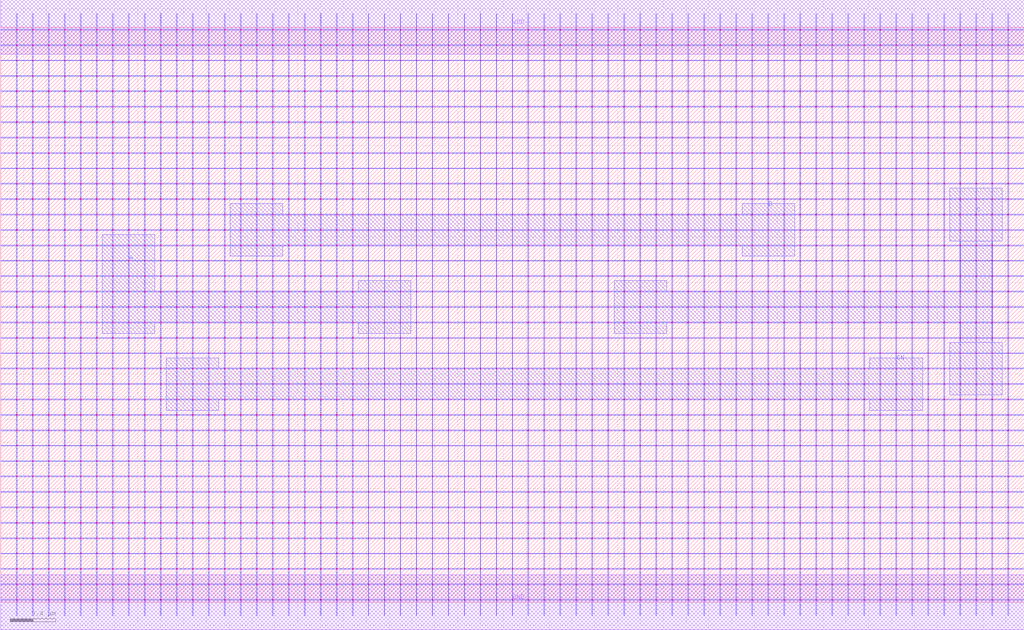
<source format=lef>
MACRO ASYNC3_DEBUG
 CLASS CORE ;
 FOREIGN ASYNC3_DEBUG 0 0 ;
 SIZE 8.96 BY 5.04 ;
 ORIGIN 0 0 ;
 SYMMETRY X Y R90 ;
 SITE unit ;
  PIN VDD
   DIRECTION INOUT ;
   USE SIGNAL ;
   SHAPE ABUTMENT ;
    PORT
     CLASS CORE ;
       LAYER met1 ;
        RECT 0.00000000 4.80000000 8.96000000 5.28000000 ;
    END
  END VDD

  PIN GND
   DIRECTION INOUT ;
   USE SIGNAL ;
   SHAPE ABUTMENT ;
    PORT
     CLASS CORE ;
       LAYER met1 ;
        RECT 0.00000000 -0.24000000 8.96000000 0.24000000 ;
    END
  END GND

  PIN CN
   DIRECTION INOUT ;
   USE SIGNAL ;
   SHAPE ABUTMENT ;
    PORT
     CLASS CORE ;
       LAYER met2 ;
        RECT 1.45000000 1.68200000 1.91000000 1.77200000 ;
        RECT 7.61000000 1.68200000 8.07000000 1.77200000 ;
        RECT 1.45000000 1.77200000 8.07000000 2.05200000 ;
        RECT 1.45000000 2.05200000 1.91000000 2.14200000 ;
        RECT 7.61000000 2.05200000 8.07000000 2.14200000 ;
    END
  END CN

  PIN C
   DIRECTION INOUT ;
   USE SIGNAL ;
   SHAPE ABUTMENT ;
    PORT
     CLASS CORE ;
       LAYER met2 ;
        RECT 8.31000000 1.81700000 8.77000000 2.27700000 ;
        RECT 5.37000000 2.35700000 5.83000000 2.44700000 ;
        RECT 8.40000000 2.27700000 8.68000000 2.44700000 ;
        RECT 5.37000000 2.44700000 8.68000000 2.72700000 ;
        RECT 5.37000000 2.72700000 5.83000000 2.81700000 ;
        RECT 8.40000000 2.72700000 8.68000000 3.16700000 ;
        RECT 8.31000000 3.16700000 8.77000000 3.62700000 ;
    END
  END C

  PIN A
   DIRECTION INOUT ;
   USE SIGNAL ;
   SHAPE ABUTMENT ;
    PORT
     CLASS CORE ;
       LAYER met2 ;
        RECT 0.89000000 2.35700000 1.35000000 2.44700000 ;
        RECT 3.13000000 2.35700000 3.59000000 2.44700000 ;
        RECT 0.89000000 2.44700000 3.59000000 2.72700000 ;
        RECT 3.13000000 2.72700000 3.59000000 2.81700000 ;
        RECT 0.89000000 2.72700000 1.35000000 3.22200000 ;
    END
  END A

  PIN B
   DIRECTION INOUT ;
   USE SIGNAL ;
   SHAPE ABUTMENT ;
    PORT
     CLASS CORE ;
       LAYER met2 ;
        RECT 2.01000000 3.03200000 2.47000000 3.12200000 ;
        RECT 6.49000000 3.03200000 6.95000000 3.12200000 ;
        RECT 2.01000000 3.12200000 6.95000000 3.40200000 ;
        RECT 2.01000000 3.40200000 2.47000000 3.49200000 ;
        RECT 6.49000000 3.40200000 6.95000000 3.49200000 ;
    END
  END B

 OBS
    LAYER polycont ;
     RECT 1.11600000 2.58300000 1.12400000 2.59100000 ;
     RECT 2.23600000 2.58300000 2.24400000 2.59100000 ;
     RECT 3.35600000 2.58300000 3.36400000 2.59100000 ;
     RECT 5.59600000 2.58300000 5.60400000 2.59100000 ;
     RECT 6.71600000 2.58300000 6.72400000 2.59100000 ;
     RECT 7.83600000 2.58300000 7.84400000 2.59100000 ;
     RECT 1.11600000 2.98800000 1.12400000 2.99600000 ;
     RECT 2.23600000 2.98800000 2.24400000 2.99600000 ;
     RECT 3.35600000 2.98800000 3.36400000 2.99600000 ;
     RECT 5.59600000 2.98800000 5.60400000 2.99600000 ;
     RECT 6.71600000 2.98800000 6.72400000 2.99600000 ;
     RECT 7.83600000 2.98800000 7.84400000 2.99600000 ;

    LAYER pdiffc ;
     RECT 0.41600000 3.39300000 0.42400000 3.40100000 ;
     RECT 4.05600000 3.39300000 4.06400000 3.40100000 ;
     RECT 4.89600000 3.39300000 4.90400000 3.40100000 ;
     RECT 8.53600000 3.39300000 8.54400000 3.40100000 ;
     RECT 0.41600000 3.52800000 0.42400000 3.53600000 ;
     RECT 4.05600000 3.52800000 4.06400000 3.53600000 ;
     RECT 4.89600000 3.52800000 4.90400000 3.53600000 ;
     RECT 8.53600000 3.52800000 8.54400000 3.53600000 ;
     RECT 0.41600000 3.66300000 0.42400000 3.67100000 ;
     RECT 4.05600000 3.66300000 4.06400000 3.67100000 ;
     RECT 4.89600000 3.66300000 4.90400000 3.67100000 ;
     RECT 8.53600000 3.66300000 8.54400000 3.67100000 ;
     RECT 0.41600000 3.79800000 0.42400000 3.80600000 ;
     RECT 4.05600000 3.79800000 4.06400000 3.80600000 ;
     RECT 4.89600000 3.79800000 4.90400000 3.80600000 ;
     RECT 8.53600000 3.79800000 8.54400000 3.80600000 ;
     RECT 0.41600000 3.93300000 0.42400000 3.94100000 ;
     RECT 4.05600000 3.93300000 4.06400000 3.94100000 ;
     RECT 4.89600000 3.93300000 4.90400000 3.94100000 ;
     RECT 8.53600000 3.93300000 8.54400000 3.94100000 ;
     RECT 0.41600000 4.06800000 0.42400000 4.07600000 ;
     RECT 4.05600000 4.06800000 4.06400000 4.07600000 ;
     RECT 4.89600000 4.06800000 4.90400000 4.07600000 ;
     RECT 8.53600000 4.06800000 8.54400000 4.07600000 ;
     RECT 0.41600000 4.20300000 0.42400000 4.21100000 ;
     RECT 4.05600000 4.20300000 4.06400000 4.21100000 ;
     RECT 4.89600000 4.20300000 4.90400000 4.21100000 ;
     RECT 8.53600000 4.20300000 8.54400000 4.21100000 ;
     RECT 0.41600000 4.33800000 0.42400000 4.34600000 ;
     RECT 4.05600000 4.33800000 4.06400000 4.34600000 ;
     RECT 4.89600000 4.33800000 4.90400000 4.34600000 ;
     RECT 8.53600000 4.33800000 8.54400000 4.34600000 ;
     RECT 0.41600000 4.47300000 0.42400000 4.48100000 ;
     RECT 4.05600000 4.47300000 4.06400000 4.48100000 ;
     RECT 4.89600000 4.47300000 4.90400000 4.48100000 ;
     RECT 8.53600000 4.47300000 8.54400000 4.48100000 ;
     RECT 0.41600000 4.60800000 0.42400000 4.61600000 ;
     RECT 4.05600000 4.60800000 4.06400000 4.61600000 ;
     RECT 4.89600000 4.60800000 4.90400000 4.61600000 ;
     RECT 8.53600000 4.60800000 8.54400000 4.61600000 ;

    LAYER ndiffc ;
     RECT 4.89600000 0.42300000 4.90400000 0.43100000 ;
     RECT 5.03600000 0.42300000 5.04400000 0.43100000 ;
     RECT 6.15600000 0.42300000 6.16400000 0.43100000 ;
     RECT 7.27600000 0.42300000 7.28400000 0.43100000 ;
     RECT 8.39600000 0.42300000 8.40400000 0.43100000 ;
     RECT 8.53600000 0.42300000 8.54400000 0.43100000 ;
     RECT 4.89600000 0.55800000 4.90400000 0.56600000 ;
     RECT 5.03600000 0.55800000 5.04400000 0.56600000 ;
     RECT 6.15600000 0.55800000 6.16400000 0.56600000 ;
     RECT 7.27600000 0.55800000 7.28400000 0.56600000 ;
     RECT 8.39600000 0.55800000 8.40400000 0.56600000 ;
     RECT 8.53600000 0.55800000 8.54400000 0.56600000 ;
     RECT 4.89600000 0.69300000 4.90400000 0.70100000 ;
     RECT 5.03600000 0.69300000 5.04400000 0.70100000 ;
     RECT 6.15600000 0.69300000 6.16400000 0.70100000 ;
     RECT 7.27600000 0.69300000 7.28400000 0.70100000 ;
     RECT 8.39600000 0.69300000 8.40400000 0.70100000 ;
     RECT 8.53600000 0.69300000 8.54400000 0.70100000 ;
     RECT 4.89600000 0.82800000 4.90400000 0.83600000 ;
     RECT 5.03600000 0.82800000 5.04400000 0.83600000 ;
     RECT 6.15600000 0.82800000 6.16400000 0.83600000 ;
     RECT 7.27600000 0.82800000 7.28400000 0.83600000 ;
     RECT 8.39600000 0.82800000 8.40400000 0.83600000 ;
     RECT 8.53600000 0.82800000 8.54400000 0.83600000 ;
     RECT 4.89600000 0.96300000 4.90400000 0.97100000 ;
     RECT 5.03600000 0.96300000 5.04400000 0.97100000 ;
     RECT 6.15600000 0.96300000 6.16400000 0.97100000 ;
     RECT 7.27600000 0.96300000 7.28400000 0.97100000 ;
     RECT 8.39600000 0.96300000 8.40400000 0.97100000 ;
     RECT 8.53600000 0.96300000 8.54400000 0.97100000 ;
     RECT 4.89600000 1.09800000 4.90400000 1.10600000 ;
     RECT 5.03600000 1.09800000 5.04400000 1.10600000 ;
     RECT 6.15600000 1.09800000 6.16400000 1.10600000 ;
     RECT 7.27600000 1.09800000 7.28400000 1.10600000 ;
     RECT 8.39600000 1.09800000 8.40400000 1.10600000 ;
     RECT 8.53600000 1.09800000 8.54400000 1.10600000 ;
     RECT 4.89600000 1.23300000 4.90400000 1.24100000 ;
     RECT 5.03600000 1.23300000 5.04400000 1.24100000 ;
     RECT 6.15600000 1.23300000 6.16400000 1.24100000 ;
     RECT 7.27600000 1.23300000 7.28400000 1.24100000 ;
     RECT 8.39600000 1.23300000 8.40400000 1.24100000 ;
     RECT 8.53600000 1.23300000 8.54400000 1.24100000 ;
     RECT 4.89600000 1.36800000 4.90400000 1.37600000 ;
     RECT 5.03600000 1.36800000 5.04400000 1.37600000 ;
     RECT 6.15600000 1.36800000 6.16400000 1.37600000 ;
     RECT 7.27600000 1.36800000 7.28400000 1.37600000 ;
     RECT 8.39600000 1.36800000 8.40400000 1.37600000 ;
     RECT 8.53600000 1.36800000 8.54400000 1.37600000 ;
     RECT 4.89600000 1.50300000 4.90400000 1.51100000 ;
     RECT 5.03600000 1.50300000 5.04400000 1.51100000 ;
     RECT 6.15600000 1.50300000 6.16400000 1.51100000 ;
     RECT 7.27600000 1.50300000 7.28400000 1.51100000 ;
     RECT 8.39600000 1.50300000 8.40400000 1.51100000 ;
     RECT 8.53600000 1.50300000 8.54400000 1.51100000 ;
     RECT 4.89600000 1.63800000 4.90400000 1.64600000 ;
     RECT 5.03600000 1.63800000 5.04400000 1.64600000 ;
     RECT 6.15600000 1.63800000 6.16400000 1.64600000 ;
     RECT 7.27600000 1.63800000 7.28400000 1.64600000 ;
     RECT 8.39600000 1.63800000 8.40400000 1.64600000 ;
     RECT 8.53600000 1.63800000 8.54400000 1.64600000 ;
     RECT 4.89600000 1.77300000 4.90400000 1.78100000 ;
     RECT 5.03600000 1.77300000 5.04400000 1.78100000 ;
     RECT 6.15600000 1.77300000 6.16400000 1.78100000 ;
     RECT 7.27600000 1.77300000 7.28400000 1.78100000 ;
     RECT 8.39600000 1.77300000 8.40400000 1.78100000 ;
     RECT 8.53600000 1.77300000 8.54400000 1.78100000 ;
     RECT 4.89600000 1.90800000 4.90400000 1.91600000 ;
     RECT 5.03600000 1.90800000 5.04400000 1.91600000 ;
     RECT 6.15600000 1.90800000 6.16400000 1.91600000 ;
     RECT 7.27600000 1.90800000 7.28400000 1.91600000 ;
     RECT 8.39600000 1.90800000 8.40400000 1.91600000 ;
     RECT 8.53600000 1.90800000 8.54400000 1.91600000 ;
     RECT 4.89600000 2.04300000 4.90400000 2.05100000 ;
     RECT 5.03600000 2.04300000 5.04400000 2.05100000 ;
     RECT 6.15600000 2.04300000 6.16400000 2.05100000 ;
     RECT 7.27600000 2.04300000 7.28400000 2.05100000 ;
     RECT 8.39600000 2.04300000 8.40400000 2.05100000 ;
     RECT 8.53600000 2.04300000 8.54400000 2.05100000 ;
     RECT 0.41600000 0.82800000 0.42400000 0.83600000 ;
     RECT 0.55600000 0.82800000 0.56400000 0.83600000 ;
     RECT 1.67600000 0.82800000 1.68400000 0.83600000 ;
     RECT 2.79600000 0.82800000 2.80400000 0.83600000 ;
     RECT 3.91600000 0.82800000 3.92400000 0.83600000 ;
     RECT 4.05600000 0.82800000 4.06400000 0.83600000 ;
     RECT 0.41600000 1.36800000 0.42400000 1.37600000 ;
     RECT 0.55600000 1.36800000 0.56400000 1.37600000 ;
     RECT 1.67600000 1.36800000 1.68400000 1.37600000 ;
     RECT 2.79600000 1.36800000 2.80400000 1.37600000 ;
     RECT 3.91600000 1.36800000 3.92400000 1.37600000 ;
     RECT 4.05600000 1.36800000 4.06400000 1.37600000 ;
     RECT 0.41600000 0.42300000 0.42400000 0.43100000 ;
     RECT 0.55600000 0.42300000 0.56400000 0.43100000 ;
     RECT 1.67600000 0.42300000 1.68400000 0.43100000 ;
     RECT 2.79600000 0.42300000 2.80400000 0.43100000 ;
     RECT 3.91600000 0.42300000 3.92400000 0.43100000 ;
     RECT 4.05600000 0.42300000 4.06400000 0.43100000 ;
     RECT 0.41600000 1.50300000 0.42400000 1.51100000 ;
     RECT 0.55600000 1.50300000 0.56400000 1.51100000 ;
     RECT 1.67600000 1.50300000 1.68400000 1.51100000 ;
     RECT 2.79600000 1.50300000 2.80400000 1.51100000 ;
     RECT 3.91600000 1.50300000 3.92400000 1.51100000 ;
     RECT 4.05600000 1.50300000 4.06400000 1.51100000 ;
     RECT 0.41600000 0.96300000 0.42400000 0.97100000 ;
     RECT 0.55600000 0.96300000 0.56400000 0.97100000 ;
     RECT 1.67600000 0.96300000 1.68400000 0.97100000 ;
     RECT 2.79600000 0.96300000 2.80400000 0.97100000 ;
     RECT 3.91600000 0.96300000 3.92400000 0.97100000 ;
     RECT 4.05600000 0.96300000 4.06400000 0.97100000 ;
     RECT 0.41600000 1.63800000 0.42400000 1.64600000 ;
     RECT 0.55600000 1.63800000 0.56400000 1.64600000 ;
     RECT 1.67600000 1.63800000 1.68400000 1.64600000 ;
     RECT 2.79600000 1.63800000 2.80400000 1.64600000 ;
     RECT 3.91600000 1.63800000 3.92400000 1.64600000 ;
     RECT 4.05600000 1.63800000 4.06400000 1.64600000 ;
     RECT 0.41600000 0.69300000 0.42400000 0.70100000 ;
     RECT 0.55600000 0.69300000 0.56400000 0.70100000 ;
     RECT 1.67600000 0.69300000 1.68400000 0.70100000 ;
     RECT 2.79600000 0.69300000 2.80400000 0.70100000 ;
     RECT 3.91600000 0.69300000 3.92400000 0.70100000 ;
     RECT 4.05600000 0.69300000 4.06400000 0.70100000 ;
     RECT 0.41600000 1.77300000 0.42400000 1.78100000 ;
     RECT 0.55600000 1.77300000 0.56400000 1.78100000 ;
     RECT 1.67600000 1.77300000 1.68400000 1.78100000 ;
     RECT 2.79600000 1.77300000 2.80400000 1.78100000 ;
     RECT 3.91600000 1.77300000 3.92400000 1.78100000 ;
     RECT 4.05600000 1.77300000 4.06400000 1.78100000 ;
     RECT 0.41600000 1.09800000 0.42400000 1.10600000 ;
     RECT 0.55600000 1.09800000 0.56400000 1.10600000 ;
     RECT 1.67600000 1.09800000 1.68400000 1.10600000 ;
     RECT 2.79600000 1.09800000 2.80400000 1.10600000 ;
     RECT 3.91600000 1.09800000 3.92400000 1.10600000 ;
     RECT 4.05600000 1.09800000 4.06400000 1.10600000 ;
     RECT 0.41600000 1.90800000 0.42400000 1.91600000 ;
     RECT 0.55600000 1.90800000 0.56400000 1.91600000 ;
     RECT 1.67600000 1.90800000 1.68400000 1.91600000 ;
     RECT 2.79600000 1.90800000 2.80400000 1.91600000 ;
     RECT 3.91600000 1.90800000 3.92400000 1.91600000 ;
     RECT 4.05600000 1.90800000 4.06400000 1.91600000 ;
     RECT 0.41600000 0.55800000 0.42400000 0.56600000 ;
     RECT 0.55600000 0.55800000 0.56400000 0.56600000 ;
     RECT 1.67600000 0.55800000 1.68400000 0.56600000 ;
     RECT 2.79600000 0.55800000 2.80400000 0.56600000 ;
     RECT 3.91600000 0.55800000 3.92400000 0.56600000 ;
     RECT 4.05600000 0.55800000 4.06400000 0.56600000 ;
     RECT 0.41600000 2.04300000 0.42400000 2.05100000 ;
     RECT 0.55600000 2.04300000 0.56400000 2.05100000 ;
     RECT 1.67600000 2.04300000 1.68400000 2.05100000 ;
     RECT 2.79600000 2.04300000 2.80400000 2.05100000 ;
     RECT 3.91600000 2.04300000 3.92400000 2.05100000 ;
     RECT 4.05600000 2.04300000 4.06400000 2.05100000 ;
     RECT 0.41600000 1.23300000 0.42400000 1.24100000 ;
     RECT 0.55600000 1.23300000 0.56400000 1.24100000 ;
     RECT 1.67600000 1.23300000 1.68400000 1.24100000 ;
     RECT 2.79600000 1.23300000 2.80400000 1.24100000 ;
     RECT 3.91600000 1.23300000 3.92400000 1.24100000 ;
     RECT 4.05600000 1.23300000 4.06400000 1.24100000 ;

    LAYER met1 ;
     RECT 0.00000000 -0.24000000 8.96000000 0.24000000 ;
     RECT 4.47600000 0.24000000 4.48400000 0.28800000 ;
     RECT 0.02500000 0.28800000 8.93500000 0.29600000 ;
     RECT 4.47600000 0.29600000 4.48400000 0.42300000 ;
     RECT 0.02500000 0.42300000 8.93500000 0.43100000 ;
     RECT 4.47600000 0.43100000 4.48400000 0.55800000 ;
     RECT 0.02500000 0.55800000 8.93500000 0.56600000 ;
     RECT 4.47600000 0.56600000 4.48400000 0.69300000 ;
     RECT 0.02500000 0.69300000 8.93500000 0.70100000 ;
     RECT 4.47600000 0.70100000 4.48400000 0.82800000 ;
     RECT 0.02500000 0.82800000 8.93500000 0.83600000 ;
     RECT 4.47600000 0.83600000 4.48400000 0.96300000 ;
     RECT 0.02500000 0.96300000 8.93500000 0.97100000 ;
     RECT 4.47600000 0.97100000 4.48400000 1.09800000 ;
     RECT 0.02500000 1.09800000 8.93500000 1.10600000 ;
     RECT 4.47600000 1.10600000 4.48400000 1.23300000 ;
     RECT 0.02500000 1.23300000 8.93500000 1.24100000 ;
     RECT 4.47600000 1.24100000 4.48400000 1.36800000 ;
     RECT 0.02500000 1.36800000 8.93500000 1.37600000 ;
     RECT 4.47600000 1.37600000 4.48400000 1.50300000 ;
     RECT 0.02500000 1.50300000 8.93500000 1.51100000 ;
     RECT 4.47600000 1.51100000 4.48400000 1.63800000 ;
     RECT 0.02500000 1.63800000 8.93500000 1.64600000 ;
     RECT 4.47600000 1.64600000 4.48400000 1.77300000 ;
     RECT 0.02500000 1.77300000 8.93500000 1.78100000 ;
     RECT 4.47600000 1.78100000 4.48400000 1.90800000 ;
     RECT 0.02500000 1.90800000 8.93500000 1.91600000 ;
     RECT 4.47600000 1.91600000 4.48400000 2.04300000 ;
     RECT 0.02500000 2.04300000 8.93500000 2.05100000 ;
     RECT 4.47600000 2.05100000 4.48400000 2.17800000 ;
     RECT 0.02500000 2.17800000 8.93500000 2.18600000 ;
     RECT 4.47600000 2.18600000 4.48400000 2.31300000 ;
     RECT 0.02500000 2.31300000 8.93500000 2.32100000 ;
     RECT 4.47600000 2.32100000 4.48400000 2.44800000 ;
     RECT 0.02500000 2.44800000 8.93500000 2.45600000 ;
     RECT 0.13600000 2.45600000 0.14400000 2.58300000 ;
     RECT 0.27600000 2.45600000 0.28400000 2.58300000 ;
     RECT 0.41600000 2.45600000 0.42400000 2.58300000 ;
     RECT 0.55600000 2.45600000 0.56400000 2.58300000 ;
     RECT 0.69600000 2.45600000 0.70400000 2.58300000 ;
     RECT 0.83600000 2.45600000 0.84400000 2.58300000 ;
     RECT 0.97600000 2.45600000 0.98400000 2.58300000 ;
     RECT 1.11600000 2.45600000 1.12400000 2.58300000 ;
     RECT 1.25600000 2.45600000 1.26400000 2.58300000 ;
     RECT 1.39600000 2.45600000 1.40400000 2.58300000 ;
     RECT 1.53600000 2.45600000 1.54400000 2.58300000 ;
     RECT 1.67600000 2.45600000 1.68400000 2.58300000 ;
     RECT 1.81600000 2.45600000 1.82400000 2.58300000 ;
     RECT 1.95600000 2.45600000 1.96400000 2.58300000 ;
     RECT 2.09600000 2.45600000 2.10400000 2.58300000 ;
     RECT 2.23600000 2.45600000 2.24400000 2.58300000 ;
     RECT 2.37600000 2.45600000 2.38400000 2.58300000 ;
     RECT 2.51600000 2.45600000 2.52400000 2.58300000 ;
     RECT 2.65600000 2.45600000 2.66400000 2.58300000 ;
     RECT 2.79600000 2.45600000 2.80400000 2.58300000 ;
     RECT 2.93600000 2.45600000 2.94400000 2.58300000 ;
     RECT 3.07600000 2.45600000 3.08400000 2.58300000 ;
     RECT 3.21600000 2.45600000 3.22400000 2.58300000 ;
     RECT 3.35600000 2.45600000 3.36400000 2.58300000 ;
     RECT 3.49600000 2.45600000 3.50400000 2.58300000 ;
     RECT 3.63600000 2.45600000 3.64400000 2.58300000 ;
     RECT 3.77600000 2.45600000 3.78400000 2.58300000 ;
     RECT 3.91600000 2.45600000 3.92400000 2.58300000 ;
     RECT 4.05600000 2.45600000 4.06400000 2.58300000 ;
     RECT 4.19600000 2.45600000 4.20400000 2.58300000 ;
     RECT 4.33600000 2.45600000 4.34400000 2.58300000 ;
     RECT 4.47600000 2.45600000 4.48400000 2.58300000 ;
     RECT 4.61600000 2.45600000 4.62400000 2.58300000 ;
     RECT 4.75600000 2.45600000 4.76400000 2.58300000 ;
     RECT 4.89600000 2.45600000 4.90400000 2.58300000 ;
     RECT 5.03600000 2.45600000 5.04400000 2.58300000 ;
     RECT 5.17600000 2.45600000 5.18400000 2.58300000 ;
     RECT 5.31600000 2.45600000 5.32400000 2.58300000 ;
     RECT 5.45600000 2.45600000 5.46400000 2.58300000 ;
     RECT 5.59600000 2.45600000 5.60400000 2.58300000 ;
     RECT 5.73600000 2.45600000 5.74400000 2.58300000 ;
     RECT 5.87600000 2.45600000 5.88400000 2.58300000 ;
     RECT 6.01600000 2.45600000 6.02400000 2.58300000 ;
     RECT 6.15600000 2.45600000 6.16400000 2.58300000 ;
     RECT 6.29600000 2.45600000 6.30400000 2.58300000 ;
     RECT 6.43600000 2.45600000 6.44400000 2.58300000 ;
     RECT 6.57600000 2.45600000 6.58400000 2.58300000 ;
     RECT 6.71600000 2.45600000 6.72400000 2.58300000 ;
     RECT 6.85600000 2.45600000 6.86400000 2.58300000 ;
     RECT 6.99600000 2.45600000 7.00400000 2.58300000 ;
     RECT 7.13600000 2.45600000 7.14400000 2.58300000 ;
     RECT 7.27600000 2.45600000 7.28400000 2.58300000 ;
     RECT 7.41600000 2.45600000 7.42400000 2.58300000 ;
     RECT 7.55600000 2.45600000 7.56400000 2.58300000 ;
     RECT 7.69600000 2.45600000 7.70400000 2.58300000 ;
     RECT 7.83600000 2.45600000 7.84400000 2.58300000 ;
     RECT 7.97600000 2.45600000 7.98400000 2.58300000 ;
     RECT 8.11600000 2.45600000 8.12400000 2.58300000 ;
     RECT 8.25600000 2.45600000 8.26400000 2.58300000 ;
     RECT 8.39600000 2.45600000 8.40400000 2.58300000 ;
     RECT 8.53600000 2.45600000 8.54400000 2.58300000 ;
     RECT 8.67600000 2.45600000 8.68400000 2.58300000 ;
     RECT 8.81600000 2.45600000 8.82400000 2.58300000 ;
     RECT 0.02500000 2.58300000 8.93500000 2.59100000 ;
     RECT 4.47600000 2.59100000 4.48400000 2.71800000 ;
     RECT 0.02500000 2.71800000 8.93500000 2.72600000 ;
     RECT 4.47600000 2.72600000 4.48400000 2.85300000 ;
     RECT 0.02500000 2.85300000 8.93500000 2.86100000 ;
     RECT 4.47600000 2.86100000 4.48400000 2.98800000 ;
     RECT 0.02500000 2.98800000 8.93500000 2.99600000 ;
     RECT 4.47600000 2.99600000 4.48400000 3.12300000 ;
     RECT 0.02500000 3.12300000 8.93500000 3.13100000 ;
     RECT 4.47600000 3.13100000 4.48400000 3.25800000 ;
     RECT 0.02500000 3.25800000 8.93500000 3.26600000 ;
     RECT 4.47600000 3.26600000 4.48400000 3.39300000 ;
     RECT 0.02500000 3.39300000 8.93500000 3.40100000 ;
     RECT 4.47600000 3.40100000 4.48400000 3.52800000 ;
     RECT 0.02500000 3.52800000 8.93500000 3.53600000 ;
     RECT 4.47600000 3.53600000 4.48400000 3.66300000 ;
     RECT 0.02500000 3.66300000 8.93500000 3.67100000 ;
     RECT 4.47600000 3.67100000 4.48400000 3.79800000 ;
     RECT 0.02500000 3.79800000 8.93500000 3.80600000 ;
     RECT 4.47600000 3.80600000 4.48400000 3.93300000 ;
     RECT 0.02500000 3.93300000 8.93500000 3.94100000 ;
     RECT 4.47600000 3.94100000 4.48400000 4.06800000 ;
     RECT 0.02500000 4.06800000 8.93500000 4.07600000 ;
     RECT 4.47600000 4.07600000 4.48400000 4.20300000 ;
     RECT 0.02500000 4.20300000 8.93500000 4.21100000 ;
     RECT 4.47600000 4.21100000 4.48400000 4.33800000 ;
     RECT 0.02500000 4.33800000 8.93500000 4.34600000 ;
     RECT 4.47600000 4.34600000 4.48400000 4.47300000 ;
     RECT 0.02500000 4.47300000 8.93500000 4.48100000 ;
     RECT 4.47600000 4.48100000 4.48400000 4.60800000 ;
     RECT 0.02500000 4.60800000 8.93500000 4.61600000 ;
     RECT 4.47600000 4.61600000 4.48400000 4.74300000 ;
     RECT 0.02500000 4.74300000 8.93500000 4.75100000 ;
     RECT 4.47600000 4.75100000 4.48400000 4.80000000 ;
     RECT 0.00000000 4.80000000 8.96000000 5.28000000 ;
     RECT 6.71600000 2.72600000 6.72400000 2.85300000 ;
     RECT 6.71600000 2.86100000 6.72400000 2.98800000 ;
     RECT 6.71600000 2.99600000 6.72400000 3.12300000 ;
     RECT 6.71600000 3.13100000 6.72400000 3.25800000 ;
     RECT 6.71600000 3.26600000 6.72400000 3.39300000 ;
     RECT 6.71600000 3.40100000 6.72400000 3.52800000 ;
     RECT 6.71600000 3.53600000 6.72400000 3.66300000 ;
     RECT 6.71600000 2.59100000 6.72400000 2.71800000 ;
     RECT 6.71600000 3.67100000 6.72400000 3.79800000 ;
     RECT 4.61600000 3.80600000 4.62400000 3.93300000 ;
     RECT 4.75600000 3.80600000 4.76400000 3.93300000 ;
     RECT 4.89600000 3.80600000 4.90400000 3.93300000 ;
     RECT 5.03600000 3.80600000 5.04400000 3.93300000 ;
     RECT 5.17600000 3.80600000 5.18400000 3.93300000 ;
     RECT 5.31600000 3.80600000 5.32400000 3.93300000 ;
     RECT 5.45600000 3.80600000 5.46400000 3.93300000 ;
     RECT 5.59600000 3.80600000 5.60400000 3.93300000 ;
     RECT 5.73600000 3.80600000 5.74400000 3.93300000 ;
     RECT 5.87600000 3.80600000 5.88400000 3.93300000 ;
     RECT 6.01600000 3.80600000 6.02400000 3.93300000 ;
     RECT 6.15600000 3.80600000 6.16400000 3.93300000 ;
     RECT 6.29600000 3.80600000 6.30400000 3.93300000 ;
     RECT 6.43600000 3.80600000 6.44400000 3.93300000 ;
     RECT 6.57600000 3.80600000 6.58400000 3.93300000 ;
     RECT 6.71600000 3.80600000 6.72400000 3.93300000 ;
     RECT 6.85600000 3.80600000 6.86400000 3.93300000 ;
     RECT 6.99600000 3.80600000 7.00400000 3.93300000 ;
     RECT 7.13600000 3.80600000 7.14400000 3.93300000 ;
     RECT 7.27600000 3.80600000 7.28400000 3.93300000 ;
     RECT 7.41600000 3.80600000 7.42400000 3.93300000 ;
     RECT 7.55600000 3.80600000 7.56400000 3.93300000 ;
     RECT 7.69600000 3.80600000 7.70400000 3.93300000 ;
     RECT 7.83600000 3.80600000 7.84400000 3.93300000 ;
     RECT 7.97600000 3.80600000 7.98400000 3.93300000 ;
     RECT 8.11600000 3.80600000 8.12400000 3.93300000 ;
     RECT 8.25600000 3.80600000 8.26400000 3.93300000 ;
     RECT 8.39600000 3.80600000 8.40400000 3.93300000 ;
     RECT 8.53600000 3.80600000 8.54400000 3.93300000 ;
     RECT 8.67600000 3.80600000 8.68400000 3.93300000 ;
     RECT 8.81600000 3.80600000 8.82400000 3.93300000 ;
     RECT 6.71600000 3.94100000 6.72400000 4.06800000 ;
     RECT 6.71600000 4.07600000 6.72400000 4.20300000 ;
     RECT 6.71600000 4.21100000 6.72400000 4.33800000 ;
     RECT 6.71600000 4.34600000 6.72400000 4.47300000 ;
     RECT 6.71600000 4.48100000 6.72400000 4.60800000 ;
     RECT 6.71600000 4.61600000 6.72400000 4.74300000 ;
     RECT 6.71600000 4.75100000 6.72400000 4.80000000 ;
     RECT 7.83600000 3.94100000 7.84400000 4.06800000 ;
     RECT 7.83600000 4.07600000 7.84400000 4.20300000 ;
     RECT 7.83600000 4.21100000 7.84400000 4.33800000 ;
     RECT 7.83600000 4.34600000 7.84400000 4.47300000 ;
     RECT 6.85600000 4.48100000 6.86400000 4.60800000 ;
     RECT 6.99600000 4.48100000 7.00400000 4.60800000 ;
     RECT 7.13600000 4.48100000 7.14400000 4.60800000 ;
     RECT 7.27600000 4.48100000 7.28400000 4.60800000 ;
     RECT 7.41600000 4.48100000 7.42400000 4.60800000 ;
     RECT 7.55600000 4.48100000 7.56400000 4.60800000 ;
     RECT 7.69600000 4.48100000 7.70400000 4.60800000 ;
     RECT 7.83600000 4.48100000 7.84400000 4.60800000 ;
     RECT 7.97600000 4.48100000 7.98400000 4.60800000 ;
     RECT 8.11600000 4.48100000 8.12400000 4.60800000 ;
     RECT 8.25600000 4.48100000 8.26400000 4.60800000 ;
     RECT 8.39600000 4.48100000 8.40400000 4.60800000 ;
     RECT 8.53600000 4.48100000 8.54400000 4.60800000 ;
     RECT 8.67600000 4.48100000 8.68400000 4.60800000 ;
     RECT 8.81600000 4.48100000 8.82400000 4.60800000 ;
     RECT 7.83600000 4.61600000 7.84400000 4.74300000 ;
     RECT 7.83600000 4.75100000 7.84400000 4.80000000 ;
     RECT 8.11600000 4.61600000 8.12400000 4.74300000 ;
     RECT 8.25600000 4.61600000 8.26400000 4.74300000 ;
     RECT 8.39600000 4.61600000 8.40400000 4.74300000 ;
     RECT 8.53600000 4.61600000 8.54400000 4.74300000 ;
     RECT 8.67600000 4.61600000 8.68400000 4.74300000 ;
     RECT 8.81600000 4.61600000 8.82400000 4.74300000 ;
     RECT 7.97600000 4.61600000 7.98400000 4.74300000 ;
     RECT 7.97600000 4.75100000 7.98400000 4.80000000 ;
     RECT 8.11600000 4.75100000 8.12400000 4.80000000 ;
     RECT 8.25600000 4.75100000 8.26400000 4.80000000 ;
     RECT 8.39600000 4.75100000 8.40400000 4.80000000 ;
     RECT 8.53600000 4.75100000 8.54400000 4.80000000 ;
     RECT 8.67600000 4.75100000 8.68400000 4.80000000 ;
     RECT 8.81600000 4.75100000 8.82400000 4.80000000 ;
     RECT 6.99600000 4.75100000 7.00400000 4.80000000 ;
     RECT 7.13600000 4.75100000 7.14400000 4.80000000 ;
     RECT 7.27600000 4.75100000 7.28400000 4.80000000 ;
     RECT 7.41600000 4.75100000 7.42400000 4.80000000 ;
     RECT 7.55600000 4.75100000 7.56400000 4.80000000 ;
     RECT 7.69600000 4.75100000 7.70400000 4.80000000 ;
     RECT 6.99600000 4.61600000 7.00400000 4.74300000 ;
     RECT 7.13600000 4.61600000 7.14400000 4.74300000 ;
     RECT 7.27600000 4.61600000 7.28400000 4.74300000 ;
     RECT 7.41600000 4.61600000 7.42400000 4.74300000 ;
     RECT 7.55600000 4.61600000 7.56400000 4.74300000 ;
     RECT 7.69600000 4.61600000 7.70400000 4.74300000 ;
     RECT 6.85600000 4.61600000 6.86400000 4.74300000 ;
     RECT 6.85600000 4.75100000 6.86400000 4.80000000 ;
     RECT 6.99600000 4.34600000 7.00400000 4.47300000 ;
     RECT 7.13600000 4.34600000 7.14400000 4.47300000 ;
     RECT 7.27600000 4.34600000 7.28400000 4.47300000 ;
     RECT 7.41600000 4.34600000 7.42400000 4.47300000 ;
     RECT 7.55600000 4.34600000 7.56400000 4.47300000 ;
     RECT 7.69600000 4.34600000 7.70400000 4.47300000 ;
     RECT 6.85600000 4.07600000 6.86400000 4.20300000 ;
     RECT 7.27600000 3.94100000 7.28400000 4.06800000 ;
     RECT 6.99600000 4.07600000 7.00400000 4.20300000 ;
     RECT 7.13600000 4.07600000 7.14400000 4.20300000 ;
     RECT 7.27600000 4.07600000 7.28400000 4.20300000 ;
     RECT 7.41600000 4.07600000 7.42400000 4.20300000 ;
     RECT 7.55600000 3.94100000 7.56400000 4.06800000 ;
     RECT 7.55600000 4.07600000 7.56400000 4.20300000 ;
     RECT 7.69600000 4.07600000 7.70400000 4.20300000 ;
     RECT 7.69600000 3.94100000 7.70400000 4.06800000 ;
     RECT 6.99600000 3.94100000 7.00400000 4.06800000 ;
     RECT 6.85600000 4.21100000 6.86400000 4.33800000 ;
     RECT 6.99600000 4.21100000 7.00400000 4.33800000 ;
     RECT 7.13600000 4.21100000 7.14400000 4.33800000 ;
     RECT 7.27600000 4.21100000 7.28400000 4.33800000 ;
     RECT 7.41600000 4.21100000 7.42400000 4.33800000 ;
     RECT 7.55600000 4.21100000 7.56400000 4.33800000 ;
     RECT 7.69600000 4.21100000 7.70400000 4.33800000 ;
     RECT 7.41600000 3.94100000 7.42400000 4.06800000 ;
     RECT 6.85600000 3.94100000 6.86400000 4.06800000 ;
     RECT 7.13600000 3.94100000 7.14400000 4.06800000 ;
     RECT 6.85600000 4.34600000 6.86400000 4.47300000 ;
     RECT 8.67600000 3.94100000 8.68400000 4.06800000 ;
     RECT 7.97600000 4.34600000 7.98400000 4.47300000 ;
     RECT 8.11600000 4.34600000 8.12400000 4.47300000 ;
     RECT 8.25600000 4.34600000 8.26400000 4.47300000 ;
     RECT 8.39600000 4.34600000 8.40400000 4.47300000 ;
     RECT 8.53600000 4.34600000 8.54400000 4.47300000 ;
     RECT 8.67600000 4.34600000 8.68400000 4.47300000 ;
     RECT 8.81600000 4.34600000 8.82400000 4.47300000 ;
     RECT 8.81600000 3.94100000 8.82400000 4.06800000 ;
     RECT 7.97600000 3.94100000 7.98400000 4.06800000 ;
     RECT 8.11600000 3.94100000 8.12400000 4.06800000 ;
     RECT 7.97600000 4.07600000 7.98400000 4.20300000 ;
     RECT 8.11600000 4.07600000 8.12400000 4.20300000 ;
     RECT 7.97600000 4.21100000 7.98400000 4.33800000 ;
     RECT 8.11600000 4.21100000 8.12400000 4.33800000 ;
     RECT 8.25600000 4.21100000 8.26400000 4.33800000 ;
     RECT 8.39600000 4.21100000 8.40400000 4.33800000 ;
     RECT 8.53600000 4.21100000 8.54400000 4.33800000 ;
     RECT 8.67600000 4.21100000 8.68400000 4.33800000 ;
     RECT 8.81600000 4.21100000 8.82400000 4.33800000 ;
     RECT 8.25600000 4.07600000 8.26400000 4.20300000 ;
     RECT 8.39600000 4.07600000 8.40400000 4.20300000 ;
     RECT 8.53600000 4.07600000 8.54400000 4.20300000 ;
     RECT 8.67600000 4.07600000 8.68400000 4.20300000 ;
     RECT 8.81600000 4.07600000 8.82400000 4.20300000 ;
     RECT 8.25600000 3.94100000 8.26400000 4.06800000 ;
     RECT 8.39600000 3.94100000 8.40400000 4.06800000 ;
     RECT 8.53600000 3.94100000 8.54400000 4.06800000 ;
     RECT 5.59600000 3.94100000 5.60400000 4.06800000 ;
     RECT 4.61600000 4.48100000 4.62400000 4.60800000 ;
     RECT 4.75600000 4.48100000 4.76400000 4.60800000 ;
     RECT 4.89600000 4.48100000 4.90400000 4.60800000 ;
     RECT 5.03600000 4.48100000 5.04400000 4.60800000 ;
     RECT 5.17600000 4.48100000 5.18400000 4.60800000 ;
     RECT 5.31600000 4.48100000 5.32400000 4.60800000 ;
     RECT 5.45600000 4.48100000 5.46400000 4.60800000 ;
     RECT 5.59600000 4.48100000 5.60400000 4.60800000 ;
     RECT 5.73600000 4.48100000 5.74400000 4.60800000 ;
     RECT 5.87600000 4.48100000 5.88400000 4.60800000 ;
     RECT 6.01600000 4.48100000 6.02400000 4.60800000 ;
     RECT 6.15600000 4.48100000 6.16400000 4.60800000 ;
     RECT 6.29600000 4.48100000 6.30400000 4.60800000 ;
     RECT 6.43600000 4.48100000 6.44400000 4.60800000 ;
     RECT 6.57600000 4.48100000 6.58400000 4.60800000 ;
     RECT 5.59600000 4.21100000 5.60400000 4.33800000 ;
     RECT 5.59600000 4.61600000 5.60400000 4.74300000 ;
     RECT 5.59600000 4.07600000 5.60400000 4.20300000 ;
     RECT 5.59600000 4.75100000 5.60400000 4.80000000 ;
     RECT 5.59600000 4.34600000 5.60400000 4.47300000 ;
     RECT 6.15600000 4.61600000 6.16400000 4.74300000 ;
     RECT 6.29600000 4.61600000 6.30400000 4.74300000 ;
     RECT 6.43600000 4.61600000 6.44400000 4.74300000 ;
     RECT 6.57600000 4.61600000 6.58400000 4.74300000 ;
     RECT 5.73600000 4.61600000 5.74400000 4.74300000 ;
     RECT 5.87600000 4.61600000 5.88400000 4.74300000 ;
     RECT 5.73600000 4.75100000 5.74400000 4.80000000 ;
     RECT 5.87600000 4.75100000 5.88400000 4.80000000 ;
     RECT 6.01600000 4.75100000 6.02400000 4.80000000 ;
     RECT 6.15600000 4.75100000 6.16400000 4.80000000 ;
     RECT 6.29600000 4.75100000 6.30400000 4.80000000 ;
     RECT 6.43600000 4.75100000 6.44400000 4.80000000 ;
     RECT 6.57600000 4.75100000 6.58400000 4.80000000 ;
     RECT 6.01600000 4.61600000 6.02400000 4.74300000 ;
     RECT 4.89600000 4.75100000 4.90400000 4.80000000 ;
     RECT 5.03600000 4.75100000 5.04400000 4.80000000 ;
     RECT 5.17600000 4.75100000 5.18400000 4.80000000 ;
     RECT 5.31600000 4.75100000 5.32400000 4.80000000 ;
     RECT 5.45600000 4.75100000 5.46400000 4.80000000 ;
     RECT 4.89600000 4.61600000 4.90400000 4.74300000 ;
     RECT 5.03600000 4.61600000 5.04400000 4.74300000 ;
     RECT 5.17600000 4.61600000 5.18400000 4.74300000 ;
     RECT 5.31600000 4.61600000 5.32400000 4.74300000 ;
     RECT 5.45600000 4.61600000 5.46400000 4.74300000 ;
     RECT 4.61600000 4.61600000 4.62400000 4.74300000 ;
     RECT 4.75600000 4.61600000 4.76400000 4.74300000 ;
     RECT 4.61600000 4.75100000 4.62400000 4.80000000 ;
     RECT 4.75600000 4.75100000 4.76400000 4.80000000 ;
     RECT 4.89600000 3.94100000 4.90400000 4.06800000 ;
     RECT 4.61600000 4.34600000 4.62400000 4.47300000 ;
     RECT 4.75600000 4.34600000 4.76400000 4.47300000 ;
     RECT 4.89600000 4.34600000 4.90400000 4.47300000 ;
     RECT 5.03600000 4.21100000 5.04400000 4.33800000 ;
     RECT 5.17600000 4.21100000 5.18400000 4.33800000 ;
     RECT 5.31600000 4.21100000 5.32400000 4.33800000 ;
     RECT 5.45600000 4.21100000 5.46400000 4.33800000 ;
     RECT 4.75600000 4.21100000 4.76400000 4.33800000 ;
     RECT 4.75600000 4.07600000 4.76400000 4.20300000 ;
     RECT 4.89600000 4.07600000 4.90400000 4.20300000 ;
     RECT 5.03600000 4.07600000 5.04400000 4.20300000 ;
     RECT 4.61600000 3.94100000 4.62400000 4.06800000 ;
     RECT 4.61600000 4.07600000 4.62400000 4.20300000 ;
     RECT 4.61600000 4.21100000 4.62400000 4.33800000 ;
     RECT 5.17600000 4.07600000 5.18400000 4.20300000 ;
     RECT 5.31600000 4.07600000 5.32400000 4.20300000 ;
     RECT 5.45600000 4.07600000 5.46400000 4.20300000 ;
     RECT 4.89600000 4.21100000 4.90400000 4.33800000 ;
     RECT 5.03600000 4.34600000 5.04400000 4.47300000 ;
     RECT 5.17600000 4.34600000 5.18400000 4.47300000 ;
     RECT 5.31600000 4.34600000 5.32400000 4.47300000 ;
     RECT 5.45600000 4.34600000 5.46400000 4.47300000 ;
     RECT 4.75600000 3.94100000 4.76400000 4.06800000 ;
     RECT 5.03600000 3.94100000 5.04400000 4.06800000 ;
     RECT 5.17600000 3.94100000 5.18400000 4.06800000 ;
     RECT 5.31600000 3.94100000 5.32400000 4.06800000 ;
     RECT 5.45600000 3.94100000 5.46400000 4.06800000 ;
     RECT 6.57600000 3.94100000 6.58400000 4.06800000 ;
     RECT 5.73600000 3.94100000 5.74400000 4.06800000 ;
     RECT 5.87600000 3.94100000 5.88400000 4.06800000 ;
     RECT 6.01600000 3.94100000 6.02400000 4.06800000 ;
     RECT 6.15600000 3.94100000 6.16400000 4.06800000 ;
     RECT 5.73600000 4.21100000 5.74400000 4.33800000 ;
     RECT 5.73600000 4.07600000 5.74400000 4.20300000 ;
     RECT 5.87600000 4.07600000 5.88400000 4.20300000 ;
     RECT 6.01600000 4.07600000 6.02400000 4.20300000 ;
     RECT 6.15600000 4.07600000 6.16400000 4.20300000 ;
     RECT 6.29600000 4.07600000 6.30400000 4.20300000 ;
     RECT 6.43600000 4.07600000 6.44400000 4.20300000 ;
     RECT 6.57600000 4.07600000 6.58400000 4.20300000 ;
     RECT 5.87600000 4.21100000 5.88400000 4.33800000 ;
     RECT 6.01600000 4.21100000 6.02400000 4.33800000 ;
     RECT 6.15600000 4.21100000 6.16400000 4.33800000 ;
     RECT 6.29600000 4.21100000 6.30400000 4.33800000 ;
     RECT 5.73600000 4.34600000 5.74400000 4.47300000 ;
     RECT 5.87600000 4.34600000 5.88400000 4.47300000 ;
     RECT 6.01600000 4.34600000 6.02400000 4.47300000 ;
     RECT 6.15600000 4.34600000 6.16400000 4.47300000 ;
     RECT 6.29600000 4.34600000 6.30400000 4.47300000 ;
     RECT 6.43600000 4.34600000 6.44400000 4.47300000 ;
     RECT 6.57600000 4.34600000 6.58400000 4.47300000 ;
     RECT 6.43600000 4.21100000 6.44400000 4.33800000 ;
     RECT 6.57600000 4.21100000 6.58400000 4.33800000 ;
     RECT 6.29600000 3.94100000 6.30400000 4.06800000 ;
     RECT 6.43600000 3.94100000 6.44400000 4.06800000 ;
     RECT 5.59600000 2.72600000 5.60400000 2.85300000 ;
     RECT 5.59600000 3.67100000 5.60400000 3.79800000 ;
     RECT 5.59600000 2.86100000 5.60400000 2.98800000 ;
     RECT 5.59600000 2.99600000 5.60400000 3.12300000 ;
     RECT 5.59600000 2.59100000 5.60400000 2.71800000 ;
     RECT 4.61600000 3.13100000 4.62400000 3.25800000 ;
     RECT 4.75600000 3.13100000 4.76400000 3.25800000 ;
     RECT 4.89600000 3.13100000 4.90400000 3.25800000 ;
     RECT 5.03600000 3.13100000 5.04400000 3.25800000 ;
     RECT 5.17600000 3.13100000 5.18400000 3.25800000 ;
     RECT 5.31600000 3.13100000 5.32400000 3.25800000 ;
     RECT 5.45600000 3.13100000 5.46400000 3.25800000 ;
     RECT 5.59600000 3.13100000 5.60400000 3.25800000 ;
     RECT 5.73600000 3.13100000 5.74400000 3.25800000 ;
     RECT 5.87600000 3.13100000 5.88400000 3.25800000 ;
     RECT 6.01600000 3.13100000 6.02400000 3.25800000 ;
     RECT 6.15600000 3.13100000 6.16400000 3.25800000 ;
     RECT 6.29600000 3.13100000 6.30400000 3.25800000 ;
     RECT 6.43600000 3.13100000 6.44400000 3.25800000 ;
     RECT 6.57600000 3.13100000 6.58400000 3.25800000 ;
     RECT 5.59600000 3.26600000 5.60400000 3.39300000 ;
     RECT 5.59600000 3.40100000 5.60400000 3.52800000 ;
     RECT 5.59600000 3.53600000 5.60400000 3.66300000 ;
     RECT 5.73600000 3.67100000 5.74400000 3.79800000 ;
     RECT 5.87600000 3.67100000 5.88400000 3.79800000 ;
     RECT 6.01600000 3.67100000 6.02400000 3.79800000 ;
     RECT 6.15600000 3.67100000 6.16400000 3.79800000 ;
     RECT 6.29600000 3.67100000 6.30400000 3.79800000 ;
     RECT 5.73600000 3.26600000 5.74400000 3.39300000 ;
     RECT 5.87600000 3.26600000 5.88400000 3.39300000 ;
     RECT 6.01600000 3.26600000 6.02400000 3.39300000 ;
     RECT 6.15600000 3.26600000 6.16400000 3.39300000 ;
     RECT 6.29600000 3.26600000 6.30400000 3.39300000 ;
     RECT 6.43600000 3.26600000 6.44400000 3.39300000 ;
     RECT 6.57600000 3.26600000 6.58400000 3.39300000 ;
     RECT 6.43600000 3.67100000 6.44400000 3.79800000 ;
     RECT 5.73600000 3.40100000 5.74400000 3.52800000 ;
     RECT 5.87600000 3.40100000 5.88400000 3.52800000 ;
     RECT 6.01600000 3.40100000 6.02400000 3.52800000 ;
     RECT 6.15600000 3.40100000 6.16400000 3.52800000 ;
     RECT 6.29600000 3.40100000 6.30400000 3.52800000 ;
     RECT 6.43600000 3.40100000 6.44400000 3.52800000 ;
     RECT 6.57600000 3.40100000 6.58400000 3.52800000 ;
     RECT 6.57600000 3.67100000 6.58400000 3.79800000 ;
     RECT 5.73600000 3.53600000 5.74400000 3.66300000 ;
     RECT 5.87600000 3.53600000 5.88400000 3.66300000 ;
     RECT 6.01600000 3.53600000 6.02400000 3.66300000 ;
     RECT 6.15600000 3.53600000 6.16400000 3.66300000 ;
     RECT 6.29600000 3.53600000 6.30400000 3.66300000 ;
     RECT 6.43600000 3.53600000 6.44400000 3.66300000 ;
     RECT 6.57600000 3.53600000 6.58400000 3.66300000 ;
     RECT 4.89600000 3.40100000 4.90400000 3.52800000 ;
     RECT 5.03600000 3.40100000 5.04400000 3.52800000 ;
     RECT 5.17600000 3.40100000 5.18400000 3.52800000 ;
     RECT 5.31600000 3.40100000 5.32400000 3.52800000 ;
     RECT 5.45600000 3.40100000 5.46400000 3.52800000 ;
     RECT 4.75600000 3.26600000 4.76400000 3.39300000 ;
     RECT 4.89600000 3.26600000 4.90400000 3.39300000 ;
     RECT 5.03600000 3.26600000 5.04400000 3.39300000 ;
     RECT 5.17600000 3.26600000 5.18400000 3.39300000 ;
     RECT 5.31600000 3.26600000 5.32400000 3.39300000 ;
     RECT 5.45600000 3.26600000 5.46400000 3.39300000 ;
     RECT 5.31600000 3.67100000 5.32400000 3.79800000 ;
     RECT 5.45600000 3.67100000 5.46400000 3.79800000 ;
     RECT 4.61600000 3.53600000 4.62400000 3.66300000 ;
     RECT 4.75600000 3.53600000 4.76400000 3.66300000 ;
     RECT 4.89600000 3.53600000 4.90400000 3.66300000 ;
     RECT 5.03600000 3.53600000 5.04400000 3.66300000 ;
     RECT 5.17600000 3.53600000 5.18400000 3.66300000 ;
     RECT 5.31600000 3.53600000 5.32400000 3.66300000 ;
     RECT 5.45600000 3.53600000 5.46400000 3.66300000 ;
     RECT 4.61600000 3.67100000 4.62400000 3.79800000 ;
     RECT 4.75600000 3.67100000 4.76400000 3.79800000 ;
     RECT 4.89600000 3.67100000 4.90400000 3.79800000 ;
     RECT 5.03600000 3.67100000 5.04400000 3.79800000 ;
     RECT 5.17600000 3.67100000 5.18400000 3.79800000 ;
     RECT 4.61600000 3.26600000 4.62400000 3.39300000 ;
     RECT 4.61600000 3.40100000 4.62400000 3.52800000 ;
     RECT 4.75600000 3.40100000 4.76400000 3.52800000 ;
     RECT 4.89600000 2.99600000 4.90400000 3.12300000 ;
     RECT 5.03600000 2.99600000 5.04400000 3.12300000 ;
     RECT 5.03600000 2.72600000 5.04400000 2.85300000 ;
     RECT 5.17600000 2.99600000 5.18400000 3.12300000 ;
     RECT 5.31600000 2.99600000 5.32400000 3.12300000 ;
     RECT 5.45600000 2.99600000 5.46400000 3.12300000 ;
     RECT 4.89600000 2.59100000 4.90400000 2.71800000 ;
     RECT 4.89600000 2.72600000 4.90400000 2.85300000 ;
     RECT 5.45600000 2.59100000 5.46400000 2.71800000 ;
     RECT 5.03600000 2.59100000 5.04400000 2.71800000 ;
     RECT 5.31600000 2.72600000 5.32400000 2.85300000 ;
     RECT 4.61600000 2.86100000 4.62400000 2.98800000 ;
     RECT 4.75600000 2.86100000 4.76400000 2.98800000 ;
     RECT 4.89600000 2.86100000 4.90400000 2.98800000 ;
     RECT 5.03600000 2.86100000 5.04400000 2.98800000 ;
     RECT 5.17600000 2.86100000 5.18400000 2.98800000 ;
     RECT 5.31600000 2.86100000 5.32400000 2.98800000 ;
     RECT 5.45600000 2.86100000 5.46400000 2.98800000 ;
     RECT 4.61600000 2.72600000 4.62400000 2.85300000 ;
     RECT 5.17600000 2.72600000 5.18400000 2.85300000 ;
     RECT 4.75600000 2.72600000 4.76400000 2.85300000 ;
     RECT 5.17600000 2.59100000 5.18400000 2.71800000 ;
     RECT 5.31600000 2.59100000 5.32400000 2.71800000 ;
     RECT 4.61600000 2.59100000 4.62400000 2.71800000 ;
     RECT 4.61600000 2.99600000 4.62400000 3.12300000 ;
     RECT 4.75600000 2.99600000 4.76400000 3.12300000 ;
     RECT 5.45600000 2.72600000 5.46400000 2.85300000 ;
     RECT 4.75600000 2.59100000 4.76400000 2.71800000 ;
     RECT 6.29600000 2.99600000 6.30400000 3.12300000 ;
     RECT 6.43600000 2.99600000 6.44400000 3.12300000 ;
     RECT 6.57600000 2.99600000 6.58400000 3.12300000 ;
     RECT 6.15600000 2.86100000 6.16400000 2.98800000 ;
     RECT 6.29600000 2.86100000 6.30400000 2.98800000 ;
     RECT 6.43600000 2.86100000 6.44400000 2.98800000 ;
     RECT 6.57600000 2.86100000 6.58400000 2.98800000 ;
     RECT 6.01600000 2.72600000 6.02400000 2.85300000 ;
     RECT 6.15600000 2.72600000 6.16400000 2.85300000 ;
     RECT 6.29600000 2.59100000 6.30400000 2.71800000 ;
     RECT 6.43600000 2.59100000 6.44400000 2.71800000 ;
     RECT 6.29600000 2.72600000 6.30400000 2.85300000 ;
     RECT 6.43600000 2.72600000 6.44400000 2.85300000 ;
     RECT 6.57600000 2.72600000 6.58400000 2.85300000 ;
     RECT 6.57600000 2.59100000 6.58400000 2.71800000 ;
     RECT 5.73600000 2.72600000 5.74400000 2.85300000 ;
     RECT 5.87600000 2.72600000 5.88400000 2.85300000 ;
     RECT 5.73600000 2.86100000 5.74400000 2.98800000 ;
     RECT 6.01600000 2.59100000 6.02400000 2.71800000 ;
     RECT 6.15600000 2.59100000 6.16400000 2.71800000 ;
     RECT 5.87600000 2.86100000 5.88400000 2.98800000 ;
     RECT 6.01600000 2.86100000 6.02400000 2.98800000 ;
     RECT 5.73600000 2.99600000 5.74400000 3.12300000 ;
     RECT 5.87600000 2.99600000 5.88400000 3.12300000 ;
     RECT 6.01600000 2.99600000 6.02400000 3.12300000 ;
     RECT 6.15600000 2.99600000 6.16400000 3.12300000 ;
     RECT 5.73600000 2.59100000 5.74400000 2.71800000 ;
     RECT 5.87600000 2.59100000 5.88400000 2.71800000 ;
     RECT 7.83600000 3.26600000 7.84400000 3.39300000 ;
     RECT 7.83600000 2.99600000 7.84400000 3.12300000 ;
     RECT 7.83600000 2.86100000 7.84400000 2.98800000 ;
     RECT 7.83600000 3.40100000 7.84400000 3.52800000 ;
     RECT 7.83600000 2.72600000 7.84400000 2.85300000 ;
     RECT 6.85600000 3.13100000 6.86400000 3.25800000 ;
     RECT 6.99600000 3.13100000 7.00400000 3.25800000 ;
     RECT 7.13600000 3.13100000 7.14400000 3.25800000 ;
     RECT 7.27600000 3.13100000 7.28400000 3.25800000 ;
     RECT 7.41600000 3.13100000 7.42400000 3.25800000 ;
     RECT 7.55600000 3.13100000 7.56400000 3.25800000 ;
     RECT 7.69600000 3.13100000 7.70400000 3.25800000 ;
     RECT 7.83600000 3.13100000 7.84400000 3.25800000 ;
     RECT 7.97600000 3.13100000 7.98400000 3.25800000 ;
     RECT 7.83600000 3.53600000 7.84400000 3.66300000 ;
     RECT 8.11600000 3.13100000 8.12400000 3.25800000 ;
     RECT 8.25600000 3.13100000 8.26400000 3.25800000 ;
     RECT 8.39600000 3.13100000 8.40400000 3.25800000 ;
     RECT 8.53600000 3.13100000 8.54400000 3.25800000 ;
     RECT 8.67600000 3.13100000 8.68400000 3.25800000 ;
     RECT 8.81600000 3.13100000 8.82400000 3.25800000 ;
     RECT 7.83600000 2.59100000 7.84400000 2.71800000 ;
     RECT 7.83600000 3.67100000 7.84400000 3.79800000 ;
     RECT 8.11600000 3.26600000 8.12400000 3.39300000 ;
     RECT 8.25600000 3.26600000 8.26400000 3.39300000 ;
     RECT 7.97600000 3.40100000 7.98400000 3.52800000 ;
     RECT 8.11600000 3.40100000 8.12400000 3.52800000 ;
     RECT 8.25600000 3.40100000 8.26400000 3.52800000 ;
     RECT 8.39600000 3.40100000 8.40400000 3.52800000 ;
     RECT 7.97600000 3.53600000 7.98400000 3.66300000 ;
     RECT 8.11600000 3.53600000 8.12400000 3.66300000 ;
     RECT 8.25600000 3.53600000 8.26400000 3.66300000 ;
     RECT 8.39600000 3.53600000 8.40400000 3.66300000 ;
     RECT 8.53600000 3.53600000 8.54400000 3.66300000 ;
     RECT 8.67600000 3.53600000 8.68400000 3.66300000 ;
     RECT 8.81600000 3.53600000 8.82400000 3.66300000 ;
     RECT 8.53600000 3.40100000 8.54400000 3.52800000 ;
     RECT 8.67600000 3.40100000 8.68400000 3.52800000 ;
     RECT 8.81600000 3.40100000 8.82400000 3.52800000 ;
     RECT 8.39600000 3.26600000 8.40400000 3.39300000 ;
     RECT 8.53600000 3.26600000 8.54400000 3.39300000 ;
     RECT 8.67600000 3.26600000 8.68400000 3.39300000 ;
     RECT 8.81600000 3.26600000 8.82400000 3.39300000 ;
     RECT 7.97600000 3.26600000 7.98400000 3.39300000 ;
     RECT 7.97600000 3.67100000 7.98400000 3.79800000 ;
     RECT 8.11600000 3.67100000 8.12400000 3.79800000 ;
     RECT 8.25600000 3.67100000 8.26400000 3.79800000 ;
     RECT 8.39600000 3.67100000 8.40400000 3.79800000 ;
     RECT 8.53600000 3.67100000 8.54400000 3.79800000 ;
     RECT 8.67600000 3.67100000 8.68400000 3.79800000 ;
     RECT 8.81600000 3.67100000 8.82400000 3.79800000 ;
     RECT 7.13600000 3.26600000 7.14400000 3.39300000 ;
     RECT 6.85600000 3.40100000 6.86400000 3.52800000 ;
     RECT 6.99600000 3.40100000 7.00400000 3.52800000 ;
     RECT 7.13600000 3.40100000 7.14400000 3.52800000 ;
     RECT 7.27600000 3.40100000 7.28400000 3.52800000 ;
     RECT 7.41600000 3.40100000 7.42400000 3.52800000 ;
     RECT 7.55600000 3.40100000 7.56400000 3.52800000 ;
     RECT 7.69600000 3.40100000 7.70400000 3.52800000 ;
     RECT 7.27600000 3.26600000 7.28400000 3.39300000 ;
     RECT 7.41600000 3.26600000 7.42400000 3.39300000 ;
     RECT 7.55600000 3.26600000 7.56400000 3.39300000 ;
     RECT 7.69600000 3.26600000 7.70400000 3.39300000 ;
     RECT 6.85600000 3.53600000 6.86400000 3.66300000 ;
     RECT 6.85600000 3.67100000 6.86400000 3.79800000 ;
     RECT 6.99600000 3.67100000 7.00400000 3.79800000 ;
     RECT 7.13600000 3.67100000 7.14400000 3.79800000 ;
     RECT 7.27600000 3.67100000 7.28400000 3.79800000 ;
     RECT 7.41600000 3.67100000 7.42400000 3.79800000 ;
     RECT 7.55600000 3.67100000 7.56400000 3.79800000 ;
     RECT 7.69600000 3.67100000 7.70400000 3.79800000 ;
     RECT 6.99600000 3.53600000 7.00400000 3.66300000 ;
     RECT 7.13600000 3.53600000 7.14400000 3.66300000 ;
     RECT 7.27600000 3.53600000 7.28400000 3.66300000 ;
     RECT 7.41600000 3.53600000 7.42400000 3.66300000 ;
     RECT 7.55600000 3.53600000 7.56400000 3.66300000 ;
     RECT 7.69600000 3.53600000 7.70400000 3.66300000 ;
     RECT 6.85600000 3.26600000 6.86400000 3.39300000 ;
     RECT 6.99600000 3.26600000 7.00400000 3.39300000 ;
     RECT 7.69600000 2.86100000 7.70400000 2.98800000 ;
     RECT 7.41600000 2.99600000 7.42400000 3.12300000 ;
     RECT 7.55600000 2.99600000 7.56400000 3.12300000 ;
     RECT 7.69600000 2.59100000 7.70400000 2.71800000 ;
     RECT 6.85600000 2.99600000 6.86400000 3.12300000 ;
     RECT 6.85600000 2.72600000 6.86400000 2.85300000 ;
     RECT 6.99600000 2.72600000 7.00400000 2.85300000 ;
     RECT 7.13600000 2.72600000 7.14400000 2.85300000 ;
     RECT 6.85600000 2.86100000 6.86400000 2.98800000 ;
     RECT 6.99600000 2.86100000 7.00400000 2.98800000 ;
     RECT 7.13600000 2.86100000 7.14400000 2.98800000 ;
     RECT 7.27600000 2.72600000 7.28400000 2.85300000 ;
     RECT 7.41600000 2.72600000 7.42400000 2.85300000 ;
     RECT 7.55600000 2.72600000 7.56400000 2.85300000 ;
     RECT 7.69600000 2.72600000 7.70400000 2.85300000 ;
     RECT 6.99600000 2.99600000 7.00400000 3.12300000 ;
     RECT 7.41600000 2.59100000 7.42400000 2.71800000 ;
     RECT 7.55600000 2.59100000 7.56400000 2.71800000 ;
     RECT 7.13600000 2.99600000 7.14400000 3.12300000 ;
     RECT 7.69600000 2.99600000 7.70400000 3.12300000 ;
     RECT 7.27600000 2.99600000 7.28400000 3.12300000 ;
     RECT 7.27600000 2.86100000 7.28400000 2.98800000 ;
     RECT 7.13600000 2.59100000 7.14400000 2.71800000 ;
     RECT 7.27600000 2.59100000 7.28400000 2.71800000 ;
     RECT 7.41600000 2.86100000 7.42400000 2.98800000 ;
     RECT 7.55600000 2.86100000 7.56400000 2.98800000 ;
     RECT 6.85600000 2.59100000 6.86400000 2.71800000 ;
     RECT 6.99600000 2.59100000 7.00400000 2.71800000 ;
     RECT 8.25600000 2.72600000 8.26400000 2.85300000 ;
     RECT 8.39600000 2.72600000 8.40400000 2.85300000 ;
     RECT 8.53600000 2.72600000 8.54400000 2.85300000 ;
     RECT 8.67600000 2.72600000 8.68400000 2.85300000 ;
     RECT 8.81600000 2.72600000 8.82400000 2.85300000 ;
     RECT 8.67600000 2.99600000 8.68400000 3.12300000 ;
     RECT 8.81600000 2.99600000 8.82400000 3.12300000 ;
     RECT 8.11600000 2.59100000 8.12400000 2.71800000 ;
     RECT 7.97600000 2.59100000 7.98400000 2.71800000 ;
     RECT 7.97600000 2.99600000 7.98400000 3.12300000 ;
     RECT 8.53600000 2.59100000 8.54400000 2.71800000 ;
     RECT 8.67600000 2.59100000 8.68400000 2.71800000 ;
     RECT 8.25600000 2.59100000 8.26400000 2.71800000 ;
     RECT 8.39600000 2.59100000 8.40400000 2.71800000 ;
     RECT 7.97600000 2.72600000 7.98400000 2.85300000 ;
     RECT 8.11600000 2.99600000 8.12400000 3.12300000 ;
     RECT 8.25600000 2.99600000 8.26400000 3.12300000 ;
     RECT 8.39600000 2.99600000 8.40400000 3.12300000 ;
     RECT 8.53600000 2.99600000 8.54400000 3.12300000 ;
     RECT 7.97600000 2.86100000 7.98400000 2.98800000 ;
     RECT 8.11600000 2.86100000 8.12400000 2.98800000 ;
     RECT 8.25600000 2.86100000 8.26400000 2.98800000 ;
     RECT 8.81600000 2.59100000 8.82400000 2.71800000 ;
     RECT 8.39600000 2.86100000 8.40400000 2.98800000 ;
     RECT 8.53600000 2.86100000 8.54400000 2.98800000 ;
     RECT 8.67600000 2.86100000 8.68400000 2.98800000 ;
     RECT 8.81600000 2.86100000 8.82400000 2.98800000 ;
     RECT 8.11600000 2.72600000 8.12400000 2.85300000 ;
     RECT 0.13600000 3.80600000 0.14400000 3.93300000 ;
     RECT 0.27600000 3.80600000 0.28400000 3.93300000 ;
     RECT 0.41600000 3.80600000 0.42400000 3.93300000 ;
     RECT 0.55600000 3.80600000 0.56400000 3.93300000 ;
     RECT 0.69600000 3.80600000 0.70400000 3.93300000 ;
     RECT 0.83600000 3.80600000 0.84400000 3.93300000 ;
     RECT 0.97600000 3.80600000 0.98400000 3.93300000 ;
     RECT 1.11600000 3.80600000 1.12400000 3.93300000 ;
     RECT 1.25600000 3.80600000 1.26400000 3.93300000 ;
     RECT 1.39600000 3.80600000 1.40400000 3.93300000 ;
     RECT 1.53600000 3.80600000 1.54400000 3.93300000 ;
     RECT 1.67600000 3.80600000 1.68400000 3.93300000 ;
     RECT 1.81600000 3.80600000 1.82400000 3.93300000 ;
     RECT 1.95600000 3.80600000 1.96400000 3.93300000 ;
     RECT 2.09600000 3.80600000 2.10400000 3.93300000 ;
     RECT 2.23600000 3.80600000 2.24400000 3.93300000 ;
     RECT 2.37600000 3.80600000 2.38400000 3.93300000 ;
     RECT 2.51600000 3.80600000 2.52400000 3.93300000 ;
     RECT 2.65600000 3.80600000 2.66400000 3.93300000 ;
     RECT 2.79600000 3.80600000 2.80400000 3.93300000 ;
     RECT 2.93600000 3.80600000 2.94400000 3.93300000 ;
     RECT 3.07600000 3.80600000 3.08400000 3.93300000 ;
     RECT 3.21600000 3.80600000 3.22400000 3.93300000 ;
     RECT 3.35600000 3.80600000 3.36400000 3.93300000 ;
     RECT 3.49600000 3.80600000 3.50400000 3.93300000 ;
     RECT 3.63600000 3.80600000 3.64400000 3.93300000 ;
     RECT 3.77600000 3.80600000 3.78400000 3.93300000 ;
     RECT 3.91600000 3.80600000 3.92400000 3.93300000 ;
     RECT 4.05600000 3.80600000 4.06400000 3.93300000 ;
     RECT 4.19600000 3.80600000 4.20400000 3.93300000 ;
     RECT 4.33600000 3.80600000 4.34400000 3.93300000 ;
     RECT 2.23600000 2.86100000 2.24400000 2.98800000 ;
     RECT 2.23600000 3.94100000 2.24400000 4.06800000 ;
     RECT 2.23600000 3.26600000 2.24400000 3.39300000 ;
     RECT 2.23600000 2.72600000 2.24400000 2.85300000 ;
     RECT 2.23600000 4.07600000 2.24400000 4.20300000 ;
     RECT 2.23600000 4.21100000 2.24400000 4.33800000 ;
     RECT 2.23600000 3.40100000 2.24400000 3.52800000 ;
     RECT 2.23600000 2.99600000 2.24400000 3.12300000 ;
     RECT 2.23600000 4.34600000 2.24400000 4.47300000 ;
     RECT 2.23600000 4.48100000 2.24400000 4.60800000 ;
     RECT 2.23600000 3.53600000 2.24400000 3.66300000 ;
     RECT 2.23600000 2.59100000 2.24400000 2.71800000 ;
     RECT 2.23600000 4.61600000 2.24400000 4.74300000 ;
     RECT 2.23600000 3.67100000 2.24400000 3.79800000 ;
     RECT 2.23600000 4.75100000 2.24400000 4.80000000 ;
     RECT 2.23600000 3.13100000 2.24400000 3.25800000 ;
     RECT 3.35600000 4.07600000 3.36400000 4.20300000 ;
     RECT 3.35600000 4.21100000 3.36400000 4.33800000 ;
     RECT 3.35600000 4.34600000 3.36400000 4.47300000 ;
     RECT 3.35600000 3.94100000 3.36400000 4.06800000 ;
     RECT 2.37600000 4.48100000 2.38400000 4.60800000 ;
     RECT 2.51600000 4.48100000 2.52400000 4.60800000 ;
     RECT 2.65600000 4.48100000 2.66400000 4.60800000 ;
     RECT 2.79600000 4.48100000 2.80400000 4.60800000 ;
     RECT 2.93600000 4.48100000 2.94400000 4.60800000 ;
     RECT 3.07600000 4.48100000 3.08400000 4.60800000 ;
     RECT 3.21600000 4.48100000 3.22400000 4.60800000 ;
     RECT 3.35600000 4.48100000 3.36400000 4.60800000 ;
     RECT 3.49600000 4.48100000 3.50400000 4.60800000 ;
     RECT 3.63600000 4.48100000 3.64400000 4.60800000 ;
     RECT 3.77600000 4.48100000 3.78400000 4.60800000 ;
     RECT 3.91600000 4.48100000 3.92400000 4.60800000 ;
     RECT 4.05600000 4.48100000 4.06400000 4.60800000 ;
     RECT 4.19600000 4.48100000 4.20400000 4.60800000 ;
     RECT 4.33600000 4.48100000 4.34400000 4.60800000 ;
     RECT 3.35600000 4.61600000 3.36400000 4.74300000 ;
     RECT 3.35600000 4.75100000 3.36400000 4.80000000 ;
     RECT 3.63600000 4.61600000 3.64400000 4.74300000 ;
     RECT 3.77600000 4.61600000 3.78400000 4.74300000 ;
     RECT 3.91600000 4.61600000 3.92400000 4.74300000 ;
     RECT 4.05600000 4.61600000 4.06400000 4.74300000 ;
     RECT 4.19600000 4.61600000 4.20400000 4.74300000 ;
     RECT 4.33600000 4.61600000 4.34400000 4.74300000 ;
     RECT 3.49600000 4.61600000 3.50400000 4.74300000 ;
     RECT 3.49600000 4.75100000 3.50400000 4.80000000 ;
     RECT 3.63600000 4.75100000 3.64400000 4.80000000 ;
     RECT 3.77600000 4.75100000 3.78400000 4.80000000 ;
     RECT 3.91600000 4.75100000 3.92400000 4.80000000 ;
     RECT 4.05600000 4.75100000 4.06400000 4.80000000 ;
     RECT 4.19600000 4.75100000 4.20400000 4.80000000 ;
     RECT 4.33600000 4.75100000 4.34400000 4.80000000 ;
     RECT 2.51600000 4.75100000 2.52400000 4.80000000 ;
     RECT 2.65600000 4.75100000 2.66400000 4.80000000 ;
     RECT 2.79600000 4.75100000 2.80400000 4.80000000 ;
     RECT 2.93600000 4.75100000 2.94400000 4.80000000 ;
     RECT 3.07600000 4.75100000 3.08400000 4.80000000 ;
     RECT 3.21600000 4.75100000 3.22400000 4.80000000 ;
     RECT 2.51600000 4.61600000 2.52400000 4.74300000 ;
     RECT 2.65600000 4.61600000 2.66400000 4.74300000 ;
     RECT 2.79600000 4.61600000 2.80400000 4.74300000 ;
     RECT 2.93600000 4.61600000 2.94400000 4.74300000 ;
     RECT 3.07600000 4.61600000 3.08400000 4.74300000 ;
     RECT 3.21600000 4.61600000 3.22400000 4.74300000 ;
     RECT 2.37600000 4.61600000 2.38400000 4.74300000 ;
     RECT 2.37600000 4.75100000 2.38400000 4.80000000 ;
     RECT 3.07600000 3.94100000 3.08400000 4.06800000 ;
     RECT 3.21600000 3.94100000 3.22400000 4.06800000 ;
     RECT 2.37600000 4.34600000 2.38400000 4.47300000 ;
     RECT 2.51600000 4.34600000 2.52400000 4.47300000 ;
     RECT 2.65600000 4.34600000 2.66400000 4.47300000 ;
     RECT 2.79600000 4.34600000 2.80400000 4.47300000 ;
     RECT 2.93600000 4.34600000 2.94400000 4.47300000 ;
     RECT 3.07600000 4.34600000 3.08400000 4.47300000 ;
     RECT 3.21600000 4.34600000 3.22400000 4.47300000 ;
     RECT 2.65600000 3.94100000 2.66400000 4.06800000 ;
     RECT 2.37600000 4.07600000 2.38400000 4.20300000 ;
     RECT 2.51600000 4.07600000 2.52400000 4.20300000 ;
     RECT 2.65600000 4.07600000 2.66400000 4.20300000 ;
     RECT 2.79600000 4.07600000 2.80400000 4.20300000 ;
     RECT 2.93600000 4.07600000 2.94400000 4.20300000 ;
     RECT 3.07600000 4.07600000 3.08400000 4.20300000 ;
     RECT 3.21600000 4.07600000 3.22400000 4.20300000 ;
     RECT 2.37600000 3.94100000 2.38400000 4.06800000 ;
     RECT 2.79600000 3.94100000 2.80400000 4.06800000 ;
     RECT 2.37600000 4.21100000 2.38400000 4.33800000 ;
     RECT 2.51600000 4.21100000 2.52400000 4.33800000 ;
     RECT 2.65600000 4.21100000 2.66400000 4.33800000 ;
     RECT 2.79600000 4.21100000 2.80400000 4.33800000 ;
     RECT 2.93600000 4.21100000 2.94400000 4.33800000 ;
     RECT 3.07600000 4.21100000 3.08400000 4.33800000 ;
     RECT 3.21600000 4.21100000 3.22400000 4.33800000 ;
     RECT 2.51600000 3.94100000 2.52400000 4.06800000 ;
     RECT 2.93600000 3.94100000 2.94400000 4.06800000 ;
     RECT 4.33600000 4.34600000 4.34400000 4.47300000 ;
     RECT 3.91600000 4.21100000 3.92400000 4.33800000 ;
     RECT 4.05600000 4.21100000 4.06400000 4.33800000 ;
     RECT 4.19600000 4.21100000 4.20400000 4.33800000 ;
     RECT 4.33600000 4.21100000 4.34400000 4.33800000 ;
     RECT 3.49600000 4.07600000 3.50400000 4.20300000 ;
     RECT 3.63600000 4.07600000 3.64400000 4.20300000 ;
     RECT 3.77600000 4.07600000 3.78400000 4.20300000 ;
     RECT 3.91600000 4.07600000 3.92400000 4.20300000 ;
     RECT 4.05600000 4.07600000 4.06400000 4.20300000 ;
     RECT 3.91600000 3.94100000 3.92400000 4.06800000 ;
     RECT 4.05600000 3.94100000 4.06400000 4.06800000 ;
     RECT 4.19600000 4.07600000 4.20400000 4.20300000 ;
     RECT 4.33600000 4.07600000 4.34400000 4.20300000 ;
     RECT 4.33600000 3.94100000 4.34400000 4.06800000 ;
     RECT 3.49600000 4.21100000 3.50400000 4.33800000 ;
     RECT 3.63600000 4.21100000 3.64400000 4.33800000 ;
     RECT 3.77600000 4.21100000 3.78400000 4.33800000 ;
     RECT 3.49600000 4.34600000 3.50400000 4.47300000 ;
     RECT 3.49600000 3.94100000 3.50400000 4.06800000 ;
     RECT 3.63600000 3.94100000 3.64400000 4.06800000 ;
     RECT 3.77600000 3.94100000 3.78400000 4.06800000 ;
     RECT 3.63600000 4.34600000 3.64400000 4.47300000 ;
     RECT 3.77600000 4.34600000 3.78400000 4.47300000 ;
     RECT 3.91600000 4.34600000 3.92400000 4.47300000 ;
     RECT 4.05600000 4.34600000 4.06400000 4.47300000 ;
     RECT 4.19600000 4.34600000 4.20400000 4.47300000 ;
     RECT 4.19600000 3.94100000 4.20400000 4.06800000 ;
     RECT 0.13600000 4.48100000 0.14400000 4.60800000 ;
     RECT 0.27600000 4.48100000 0.28400000 4.60800000 ;
     RECT 0.41600000 4.48100000 0.42400000 4.60800000 ;
     RECT 0.55600000 4.48100000 0.56400000 4.60800000 ;
     RECT 0.69600000 4.48100000 0.70400000 4.60800000 ;
     RECT 0.83600000 4.48100000 0.84400000 4.60800000 ;
     RECT 0.97600000 4.48100000 0.98400000 4.60800000 ;
     RECT 1.11600000 4.48100000 1.12400000 4.60800000 ;
     RECT 1.25600000 4.48100000 1.26400000 4.60800000 ;
     RECT 1.39600000 4.48100000 1.40400000 4.60800000 ;
     RECT 1.53600000 4.48100000 1.54400000 4.60800000 ;
     RECT 1.67600000 4.48100000 1.68400000 4.60800000 ;
     RECT 1.81600000 4.48100000 1.82400000 4.60800000 ;
     RECT 1.95600000 4.48100000 1.96400000 4.60800000 ;
     RECT 2.09600000 4.48100000 2.10400000 4.60800000 ;
     RECT 1.11600000 4.21100000 1.12400000 4.33800000 ;
     RECT 1.11600000 4.07600000 1.12400000 4.20300000 ;
     RECT 1.11600000 4.61600000 1.12400000 4.74300000 ;
     RECT 1.11600000 4.75100000 1.12400000 4.80000000 ;
     RECT 1.11600000 4.34600000 1.12400000 4.47300000 ;
     RECT 1.11600000 3.94100000 1.12400000 4.06800000 ;
     RECT 1.67600000 4.61600000 1.68400000 4.74300000 ;
     RECT 1.81600000 4.61600000 1.82400000 4.74300000 ;
     RECT 1.95600000 4.61600000 1.96400000 4.74300000 ;
     RECT 2.09600000 4.61600000 2.10400000 4.74300000 ;
     RECT 1.25600000 4.61600000 1.26400000 4.74300000 ;
     RECT 1.25600000 4.75100000 1.26400000 4.80000000 ;
     RECT 1.39600000 4.75100000 1.40400000 4.80000000 ;
     RECT 1.53600000 4.75100000 1.54400000 4.80000000 ;
     RECT 1.67600000 4.75100000 1.68400000 4.80000000 ;
     RECT 1.81600000 4.75100000 1.82400000 4.80000000 ;
     RECT 1.95600000 4.75100000 1.96400000 4.80000000 ;
     RECT 2.09600000 4.75100000 2.10400000 4.80000000 ;
     RECT 1.39600000 4.61600000 1.40400000 4.74300000 ;
     RECT 1.53600000 4.61600000 1.54400000 4.74300000 ;
     RECT 0.55600000 4.75100000 0.56400000 4.80000000 ;
     RECT 0.69600000 4.75100000 0.70400000 4.80000000 ;
     RECT 0.83600000 4.75100000 0.84400000 4.80000000 ;
     RECT 0.97600000 4.75100000 0.98400000 4.80000000 ;
     RECT 0.27600000 4.61600000 0.28400000 4.74300000 ;
     RECT 0.41600000 4.61600000 0.42400000 4.74300000 ;
     RECT 0.55600000 4.61600000 0.56400000 4.74300000 ;
     RECT 0.69600000 4.61600000 0.70400000 4.74300000 ;
     RECT 0.83600000 4.61600000 0.84400000 4.74300000 ;
     RECT 0.97600000 4.61600000 0.98400000 4.74300000 ;
     RECT 0.13600000 4.61600000 0.14400000 4.74300000 ;
     RECT 0.13600000 4.75100000 0.14400000 4.80000000 ;
     RECT 0.27600000 4.75100000 0.28400000 4.80000000 ;
     RECT 0.41600000 4.75100000 0.42400000 4.80000000 ;
     RECT 0.55600000 3.94100000 0.56400000 4.06800000 ;
     RECT 0.69600000 3.94100000 0.70400000 4.06800000 ;
     RECT 0.83600000 3.94100000 0.84400000 4.06800000 ;
     RECT 0.97600000 3.94100000 0.98400000 4.06800000 ;
     RECT 0.13600000 4.34600000 0.14400000 4.47300000 ;
     RECT 0.27600000 4.34600000 0.28400000 4.47300000 ;
     RECT 0.41600000 4.34600000 0.42400000 4.47300000 ;
     RECT 0.55600000 4.34600000 0.56400000 4.47300000 ;
     RECT 0.69600000 4.34600000 0.70400000 4.47300000 ;
     RECT 0.83600000 4.34600000 0.84400000 4.47300000 ;
     RECT 0.97600000 4.07600000 0.98400000 4.20300000 ;
     RECT 0.13600000 3.94100000 0.14400000 4.06800000 ;
     RECT 0.27600000 3.94100000 0.28400000 4.06800000 ;
     RECT 0.41600000 3.94100000 0.42400000 4.06800000 ;
     RECT 0.13600000 4.07600000 0.14400000 4.20300000 ;
     RECT 0.13600000 4.21100000 0.14400000 4.33800000 ;
     RECT 0.27600000 4.21100000 0.28400000 4.33800000 ;
     RECT 0.41600000 4.21100000 0.42400000 4.33800000 ;
     RECT 0.69600000 4.21100000 0.70400000 4.33800000 ;
     RECT 0.83600000 4.21100000 0.84400000 4.33800000 ;
     RECT 0.97600000 4.21100000 0.98400000 4.33800000 ;
     RECT 0.55600000 4.21100000 0.56400000 4.33800000 ;
     RECT 0.27600000 4.07600000 0.28400000 4.20300000 ;
     RECT 0.41600000 4.07600000 0.42400000 4.20300000 ;
     RECT 0.55600000 4.07600000 0.56400000 4.20300000 ;
     RECT 0.97600000 4.34600000 0.98400000 4.47300000 ;
     RECT 0.69600000 4.07600000 0.70400000 4.20300000 ;
     RECT 0.83600000 4.07600000 0.84400000 4.20300000 ;
     RECT 1.39600000 4.21100000 1.40400000 4.33800000 ;
     RECT 1.53600000 4.21100000 1.54400000 4.33800000 ;
     RECT 1.67600000 4.21100000 1.68400000 4.33800000 ;
     RECT 1.81600000 4.21100000 1.82400000 4.33800000 ;
     RECT 1.95600000 4.21100000 1.96400000 4.33800000 ;
     RECT 2.09600000 4.21100000 2.10400000 4.33800000 ;
     RECT 1.25600000 4.21100000 1.26400000 4.33800000 ;
     RECT 1.25600000 4.07600000 1.26400000 4.20300000 ;
     RECT 1.39600000 4.07600000 1.40400000 4.20300000 ;
     RECT 1.53600000 4.07600000 1.54400000 4.20300000 ;
     RECT 1.67600000 4.07600000 1.68400000 4.20300000 ;
     RECT 1.81600000 4.07600000 1.82400000 4.20300000 ;
     RECT 1.95600000 4.07600000 1.96400000 4.20300000 ;
     RECT 1.25600000 4.34600000 1.26400000 4.47300000 ;
     RECT 1.39600000 4.34600000 1.40400000 4.47300000 ;
     RECT 1.53600000 4.34600000 1.54400000 4.47300000 ;
     RECT 1.67600000 4.34600000 1.68400000 4.47300000 ;
     RECT 1.81600000 4.34600000 1.82400000 4.47300000 ;
     RECT 1.95600000 4.34600000 1.96400000 4.47300000 ;
     RECT 2.09600000 4.34600000 2.10400000 4.47300000 ;
     RECT 2.09600000 4.07600000 2.10400000 4.20300000 ;
     RECT 1.25600000 3.94100000 1.26400000 4.06800000 ;
     RECT 1.39600000 3.94100000 1.40400000 4.06800000 ;
     RECT 1.53600000 3.94100000 1.54400000 4.06800000 ;
     RECT 1.67600000 3.94100000 1.68400000 4.06800000 ;
     RECT 1.81600000 3.94100000 1.82400000 4.06800000 ;
     RECT 1.95600000 3.94100000 1.96400000 4.06800000 ;
     RECT 2.09600000 3.94100000 2.10400000 4.06800000 ;
     RECT 1.11600000 2.72600000 1.12400000 2.85300000 ;
     RECT 1.11600000 3.26600000 1.12400000 3.39300000 ;
     RECT 1.11600000 2.86100000 1.12400000 2.98800000 ;
     RECT 1.11600000 2.99600000 1.12400000 3.12300000 ;
     RECT 0.13600000 3.13100000 0.14400000 3.25800000 ;
     RECT 0.27600000 3.13100000 0.28400000 3.25800000 ;
     RECT 0.41600000 3.13100000 0.42400000 3.25800000 ;
     RECT 0.55600000 3.13100000 0.56400000 3.25800000 ;
     RECT 0.69600000 3.13100000 0.70400000 3.25800000 ;
     RECT 0.83600000 3.13100000 0.84400000 3.25800000 ;
     RECT 0.97600000 3.13100000 0.98400000 3.25800000 ;
     RECT 1.11600000 3.13100000 1.12400000 3.25800000 ;
     RECT 1.11600000 3.67100000 1.12400000 3.79800000 ;
     RECT 1.11600000 3.40100000 1.12400000 3.52800000 ;
     RECT 1.11600000 2.59100000 1.12400000 2.71800000 ;
     RECT 1.11600000 3.53600000 1.12400000 3.66300000 ;
     RECT 1.25600000 3.13100000 1.26400000 3.25800000 ;
     RECT 1.39600000 3.13100000 1.40400000 3.25800000 ;
     RECT 1.53600000 3.13100000 1.54400000 3.25800000 ;
     RECT 1.67600000 3.13100000 1.68400000 3.25800000 ;
     RECT 1.81600000 3.13100000 1.82400000 3.25800000 ;
     RECT 1.95600000 3.13100000 1.96400000 3.25800000 ;
     RECT 2.09600000 3.13100000 2.10400000 3.25800000 ;
     RECT 1.81600000 3.26600000 1.82400000 3.39300000 ;
     RECT 1.25600000 3.67100000 1.26400000 3.79800000 ;
     RECT 1.39600000 3.67100000 1.40400000 3.79800000 ;
     RECT 1.53600000 3.67100000 1.54400000 3.79800000 ;
     RECT 1.67600000 3.67100000 1.68400000 3.79800000 ;
     RECT 1.81600000 3.67100000 1.82400000 3.79800000 ;
     RECT 1.95600000 3.67100000 1.96400000 3.79800000 ;
     RECT 2.09600000 3.67100000 2.10400000 3.79800000 ;
     RECT 1.95600000 3.26600000 1.96400000 3.39300000 ;
     RECT 1.25600000 3.40100000 1.26400000 3.52800000 ;
     RECT 1.39600000 3.40100000 1.40400000 3.52800000 ;
     RECT 1.53600000 3.40100000 1.54400000 3.52800000 ;
     RECT 1.67600000 3.40100000 1.68400000 3.52800000 ;
     RECT 2.09600000 3.26600000 2.10400000 3.39300000 ;
     RECT 1.25600000 3.26600000 1.26400000 3.39300000 ;
     RECT 1.25600000 3.53600000 1.26400000 3.66300000 ;
     RECT 1.39600000 3.53600000 1.40400000 3.66300000 ;
     RECT 1.53600000 3.53600000 1.54400000 3.66300000 ;
     RECT 1.67600000 3.53600000 1.68400000 3.66300000 ;
     RECT 1.81600000 3.53600000 1.82400000 3.66300000 ;
     RECT 1.95600000 3.53600000 1.96400000 3.66300000 ;
     RECT 1.81600000 3.40100000 1.82400000 3.52800000 ;
     RECT 1.95600000 3.40100000 1.96400000 3.52800000 ;
     RECT 2.09600000 3.40100000 2.10400000 3.52800000 ;
     RECT 2.09600000 3.53600000 2.10400000 3.66300000 ;
     RECT 1.39600000 3.26600000 1.40400000 3.39300000 ;
     RECT 1.53600000 3.26600000 1.54400000 3.39300000 ;
     RECT 1.67600000 3.26600000 1.68400000 3.39300000 ;
     RECT 0.97600000 3.40100000 0.98400000 3.52800000 ;
     RECT 0.55600000 3.26600000 0.56400000 3.39300000 ;
     RECT 0.69600000 3.26600000 0.70400000 3.39300000 ;
     RECT 0.83600000 3.26600000 0.84400000 3.39300000 ;
     RECT 0.97600000 3.26600000 0.98400000 3.39300000 ;
     RECT 0.13600000 3.40100000 0.14400000 3.52800000 ;
     RECT 0.13600000 3.67100000 0.14400000 3.79800000 ;
     RECT 0.13600000 3.53600000 0.14400000 3.66300000 ;
     RECT 0.27600000 3.53600000 0.28400000 3.66300000 ;
     RECT 0.41600000 3.53600000 0.42400000 3.66300000 ;
     RECT 0.55600000 3.53600000 0.56400000 3.66300000 ;
     RECT 0.69600000 3.53600000 0.70400000 3.66300000 ;
     RECT 0.83600000 3.53600000 0.84400000 3.66300000 ;
     RECT 0.97600000 3.53600000 0.98400000 3.66300000 ;
     RECT 0.27600000 3.67100000 0.28400000 3.79800000 ;
     RECT 0.41600000 3.67100000 0.42400000 3.79800000 ;
     RECT 0.55600000 3.67100000 0.56400000 3.79800000 ;
     RECT 0.69600000 3.67100000 0.70400000 3.79800000 ;
     RECT 0.83600000 3.67100000 0.84400000 3.79800000 ;
     RECT 0.97600000 3.67100000 0.98400000 3.79800000 ;
     RECT 0.27600000 3.40100000 0.28400000 3.52800000 ;
     RECT 0.41600000 3.40100000 0.42400000 3.52800000 ;
     RECT 0.55600000 3.40100000 0.56400000 3.52800000 ;
     RECT 0.69600000 3.40100000 0.70400000 3.52800000 ;
     RECT 0.83600000 3.40100000 0.84400000 3.52800000 ;
     RECT 0.13600000 3.26600000 0.14400000 3.39300000 ;
     RECT 0.27600000 3.26600000 0.28400000 3.39300000 ;
     RECT 0.41600000 3.26600000 0.42400000 3.39300000 ;
     RECT 0.27600000 2.86100000 0.28400000 2.98800000 ;
     RECT 0.41600000 2.86100000 0.42400000 2.98800000 ;
     RECT 0.55600000 2.86100000 0.56400000 2.98800000 ;
     RECT 0.69600000 2.72600000 0.70400000 2.85300000 ;
     RECT 0.83600000 2.72600000 0.84400000 2.85300000 ;
     RECT 0.97600000 2.59100000 0.98400000 2.71800000 ;
     RECT 0.97600000 2.72600000 0.98400000 2.85300000 ;
     RECT 0.41600000 2.59100000 0.42400000 2.71800000 ;
     RECT 0.55600000 2.59100000 0.56400000 2.71800000 ;
     RECT 0.69600000 2.59100000 0.70400000 2.71800000 ;
     RECT 0.83600000 2.59100000 0.84400000 2.71800000 ;
     RECT 0.13600000 2.99600000 0.14400000 3.12300000 ;
     RECT 0.27600000 2.99600000 0.28400000 3.12300000 ;
     RECT 0.41600000 2.99600000 0.42400000 3.12300000 ;
     RECT 0.55600000 2.99600000 0.56400000 3.12300000 ;
     RECT 0.69600000 2.99600000 0.70400000 3.12300000 ;
     RECT 0.83600000 2.99600000 0.84400000 3.12300000 ;
     RECT 0.69600000 2.86100000 0.70400000 2.98800000 ;
     RECT 0.83600000 2.86100000 0.84400000 2.98800000 ;
     RECT 0.97600000 2.99600000 0.98400000 3.12300000 ;
     RECT 0.41600000 2.72600000 0.42400000 2.85300000 ;
     RECT 0.55600000 2.72600000 0.56400000 2.85300000 ;
     RECT 0.97600000 2.86100000 0.98400000 2.98800000 ;
     RECT 0.13600000 2.59100000 0.14400000 2.71800000 ;
     RECT 0.27600000 2.59100000 0.28400000 2.71800000 ;
     RECT 0.13600000 2.72600000 0.14400000 2.85300000 ;
     RECT 0.27600000 2.72600000 0.28400000 2.85300000 ;
     RECT 0.13600000 2.86100000 0.14400000 2.98800000 ;
     RECT 1.39600000 2.59100000 1.40400000 2.71800000 ;
     RECT 1.53600000 2.59100000 1.54400000 2.71800000 ;
     RECT 1.67600000 2.59100000 1.68400000 2.71800000 ;
     RECT 1.81600000 2.59100000 1.82400000 2.71800000 ;
     RECT 1.95600000 2.59100000 1.96400000 2.71800000 ;
     RECT 1.39600000 2.99600000 1.40400000 3.12300000 ;
     RECT 1.53600000 2.99600000 1.54400000 3.12300000 ;
     RECT 1.67600000 2.99600000 1.68400000 3.12300000 ;
     RECT 1.81600000 2.99600000 1.82400000 3.12300000 ;
     RECT 1.95600000 2.99600000 1.96400000 3.12300000 ;
     RECT 2.09600000 2.99600000 2.10400000 3.12300000 ;
     RECT 1.39600000 2.86100000 1.40400000 2.98800000 ;
     RECT 1.67600000 2.86100000 1.68400000 2.98800000 ;
     RECT 1.81600000 2.86100000 1.82400000 2.98800000 ;
     RECT 1.95600000 2.86100000 1.96400000 2.98800000 ;
     RECT 1.95600000 2.72600000 1.96400000 2.85300000 ;
     RECT 1.25600000 2.86100000 1.26400000 2.98800000 ;
     RECT 1.53600000 2.86100000 1.54400000 2.98800000 ;
     RECT 2.09600000 2.59100000 2.10400000 2.71800000 ;
     RECT 1.67600000 2.72600000 1.68400000 2.85300000 ;
     RECT 2.09600000 2.86100000 2.10400000 2.98800000 ;
     RECT 1.25600000 2.72600000 1.26400000 2.85300000 ;
     RECT 1.39600000 2.72600000 1.40400000 2.85300000 ;
     RECT 1.53600000 2.72600000 1.54400000 2.85300000 ;
     RECT 2.09600000 2.72600000 2.10400000 2.85300000 ;
     RECT 1.25600000 2.99600000 1.26400000 3.12300000 ;
     RECT 1.25600000 2.59100000 1.26400000 2.71800000 ;
     RECT 1.81600000 2.72600000 1.82400000 2.85300000 ;
     RECT 3.35600000 2.59100000 3.36400000 2.71800000 ;
     RECT 3.35600000 2.72600000 3.36400000 2.85300000 ;
     RECT 3.35600000 2.99600000 3.36400000 3.12300000 ;
     RECT 4.19600000 3.13100000 4.20400000 3.25800000 ;
     RECT 3.35600000 3.40100000 3.36400000 3.52800000 ;
     RECT 4.33600000 3.13100000 4.34400000 3.25800000 ;
     RECT 3.77600000 3.13100000 3.78400000 3.25800000 ;
     RECT 3.91600000 3.13100000 3.92400000 3.25800000 ;
     RECT 4.05600000 3.13100000 4.06400000 3.25800000 ;
     RECT 3.35600000 2.86100000 3.36400000 2.98800000 ;
     RECT 3.35600000 3.26600000 3.36400000 3.39300000 ;
     RECT 3.35600000 3.53600000 3.36400000 3.66300000 ;
     RECT 3.35600000 3.67100000 3.36400000 3.79800000 ;
     RECT 2.37600000 3.13100000 2.38400000 3.25800000 ;
     RECT 2.51600000 3.13100000 2.52400000 3.25800000 ;
     RECT 2.65600000 3.13100000 2.66400000 3.25800000 ;
     RECT 2.79600000 3.13100000 2.80400000 3.25800000 ;
     RECT 2.93600000 3.13100000 2.94400000 3.25800000 ;
     RECT 3.07600000 3.13100000 3.08400000 3.25800000 ;
     RECT 3.21600000 3.13100000 3.22400000 3.25800000 ;
     RECT 3.35600000 3.13100000 3.36400000 3.25800000 ;
     RECT 3.49600000 3.13100000 3.50400000 3.25800000 ;
     RECT 3.63600000 3.13100000 3.64400000 3.25800000 ;
     RECT 4.19600000 3.26600000 4.20400000 3.39300000 ;
     RECT 4.33600000 3.40100000 4.34400000 3.52800000 ;
     RECT 3.49600000 3.53600000 3.50400000 3.66300000 ;
     RECT 3.63600000 3.53600000 3.64400000 3.66300000 ;
     RECT 3.77600000 3.53600000 3.78400000 3.66300000 ;
     RECT 3.91600000 3.53600000 3.92400000 3.66300000 ;
     RECT 4.05600000 3.53600000 4.06400000 3.66300000 ;
     RECT 4.19600000 3.53600000 4.20400000 3.66300000 ;
     RECT 4.33600000 3.53600000 4.34400000 3.66300000 ;
     RECT 4.33600000 3.26600000 4.34400000 3.39300000 ;
     RECT 3.49600000 3.40100000 3.50400000 3.52800000 ;
     RECT 3.49600000 3.67100000 3.50400000 3.79800000 ;
     RECT 3.63600000 3.67100000 3.64400000 3.79800000 ;
     RECT 3.77600000 3.67100000 3.78400000 3.79800000 ;
     RECT 3.91600000 3.67100000 3.92400000 3.79800000 ;
     RECT 4.05600000 3.67100000 4.06400000 3.79800000 ;
     RECT 4.19600000 3.67100000 4.20400000 3.79800000 ;
     RECT 4.33600000 3.67100000 4.34400000 3.79800000 ;
     RECT 3.63600000 3.40100000 3.64400000 3.52800000 ;
     RECT 3.77600000 3.40100000 3.78400000 3.52800000 ;
     RECT 3.91600000 3.40100000 3.92400000 3.52800000 ;
     RECT 4.05600000 3.40100000 4.06400000 3.52800000 ;
     RECT 4.19600000 3.40100000 4.20400000 3.52800000 ;
     RECT 3.49600000 3.26600000 3.50400000 3.39300000 ;
     RECT 3.63600000 3.26600000 3.64400000 3.39300000 ;
     RECT 3.77600000 3.26600000 3.78400000 3.39300000 ;
     RECT 3.91600000 3.26600000 3.92400000 3.39300000 ;
     RECT 4.05600000 3.26600000 4.06400000 3.39300000 ;
     RECT 3.21600000 3.26600000 3.22400000 3.39300000 ;
     RECT 3.21600000 3.40100000 3.22400000 3.52800000 ;
     RECT 2.37600000 3.40100000 2.38400000 3.52800000 ;
     RECT 2.37600000 3.67100000 2.38400000 3.79800000 ;
     RECT 2.51600000 3.67100000 2.52400000 3.79800000 ;
     RECT 2.65600000 3.67100000 2.66400000 3.79800000 ;
     RECT 2.79600000 3.67100000 2.80400000 3.79800000 ;
     RECT 2.93600000 3.67100000 2.94400000 3.79800000 ;
     RECT 3.07600000 3.67100000 3.08400000 3.79800000 ;
     RECT 3.21600000 3.67100000 3.22400000 3.79800000 ;
     RECT 2.51600000 3.40100000 2.52400000 3.52800000 ;
     RECT 2.65600000 3.40100000 2.66400000 3.52800000 ;
     RECT 2.79600000 3.40100000 2.80400000 3.52800000 ;
     RECT 2.93600000 3.40100000 2.94400000 3.52800000 ;
     RECT 3.07600000 3.40100000 3.08400000 3.52800000 ;
     RECT 2.37600000 3.53600000 2.38400000 3.66300000 ;
     RECT 2.51600000 3.53600000 2.52400000 3.66300000 ;
     RECT 2.65600000 3.53600000 2.66400000 3.66300000 ;
     RECT 2.79600000 3.53600000 2.80400000 3.66300000 ;
     RECT 2.93600000 3.53600000 2.94400000 3.66300000 ;
     RECT 3.07600000 3.53600000 3.08400000 3.66300000 ;
     RECT 3.21600000 3.53600000 3.22400000 3.66300000 ;
     RECT 2.37600000 3.26600000 2.38400000 3.39300000 ;
     RECT 2.51600000 3.26600000 2.52400000 3.39300000 ;
     RECT 2.65600000 3.26600000 2.66400000 3.39300000 ;
     RECT 2.79600000 3.26600000 2.80400000 3.39300000 ;
     RECT 2.93600000 3.26600000 2.94400000 3.39300000 ;
     RECT 3.07600000 3.26600000 3.08400000 3.39300000 ;
     RECT 2.93600000 2.86100000 2.94400000 2.98800000 ;
     RECT 2.37600000 2.99600000 2.38400000 3.12300000 ;
     RECT 2.51600000 2.99600000 2.52400000 3.12300000 ;
     RECT 2.65600000 2.99600000 2.66400000 3.12300000 ;
     RECT 2.79600000 2.99600000 2.80400000 3.12300000 ;
     RECT 3.07600000 2.86100000 3.08400000 2.98800000 ;
     RECT 3.21600000 2.86100000 3.22400000 2.98800000 ;
     RECT 2.93600000 2.99600000 2.94400000 3.12300000 ;
     RECT 3.07600000 2.99600000 3.08400000 3.12300000 ;
     RECT 3.21600000 2.99600000 3.22400000 3.12300000 ;
     RECT 3.07600000 2.72600000 3.08400000 2.85300000 ;
     RECT 2.37600000 2.59100000 2.38400000 2.71800000 ;
     RECT 2.51600000 2.59100000 2.52400000 2.71800000 ;
     RECT 2.65600000 2.59100000 2.66400000 2.71800000 ;
     RECT 2.79600000 2.59100000 2.80400000 2.71800000 ;
     RECT 2.93600000 2.59100000 2.94400000 2.71800000 ;
     RECT 3.07600000 2.59100000 3.08400000 2.71800000 ;
     RECT 3.21600000 2.59100000 3.22400000 2.71800000 ;
     RECT 3.21600000 2.72600000 3.22400000 2.85300000 ;
     RECT 2.79600000 2.72600000 2.80400000 2.85300000 ;
     RECT 2.37600000 2.72600000 2.38400000 2.85300000 ;
     RECT 2.51600000 2.72600000 2.52400000 2.85300000 ;
     RECT 2.65600000 2.72600000 2.66400000 2.85300000 ;
     RECT 2.93600000 2.72600000 2.94400000 2.85300000 ;
     RECT 2.37600000 2.86100000 2.38400000 2.98800000 ;
     RECT 2.51600000 2.86100000 2.52400000 2.98800000 ;
     RECT 2.65600000 2.86100000 2.66400000 2.98800000 ;
     RECT 2.79600000 2.86100000 2.80400000 2.98800000 ;
     RECT 3.91600000 2.99600000 3.92400000 3.12300000 ;
     RECT 4.05600000 2.99600000 4.06400000 3.12300000 ;
     RECT 4.19600000 2.99600000 4.20400000 3.12300000 ;
     RECT 4.33600000 2.99600000 4.34400000 3.12300000 ;
     RECT 4.19600000 2.72600000 4.20400000 2.85300000 ;
     RECT 4.33600000 2.72600000 4.34400000 2.85300000 ;
     RECT 4.05600000 2.86100000 4.06400000 2.98800000 ;
     RECT 4.19600000 2.86100000 4.20400000 2.98800000 ;
     RECT 4.33600000 2.86100000 4.34400000 2.98800000 ;
     RECT 3.91600000 2.86100000 3.92400000 2.98800000 ;
     RECT 3.49600000 2.86100000 3.50400000 2.98800000 ;
     RECT 3.49600000 2.59100000 3.50400000 2.71800000 ;
     RECT 3.63600000 2.59100000 3.64400000 2.71800000 ;
     RECT 4.33600000 2.59100000 4.34400000 2.71800000 ;
     RECT 3.77600000 2.59100000 3.78400000 2.71800000 ;
     RECT 3.91600000 2.59100000 3.92400000 2.71800000 ;
     RECT 3.49600000 2.72600000 3.50400000 2.85300000 ;
     RECT 3.63600000 2.72600000 3.64400000 2.85300000 ;
     RECT 3.77600000 2.72600000 3.78400000 2.85300000 ;
     RECT 3.91600000 2.72600000 3.92400000 2.85300000 ;
     RECT 4.05600000 2.72600000 4.06400000 2.85300000 ;
     RECT 4.05600000 2.59100000 4.06400000 2.71800000 ;
     RECT 4.19600000 2.59100000 4.20400000 2.71800000 ;
     RECT 3.63600000 2.86100000 3.64400000 2.98800000 ;
     RECT 3.77600000 2.86100000 3.78400000 2.98800000 ;
     RECT 3.49600000 2.99600000 3.50400000 3.12300000 ;
     RECT 3.63600000 2.99600000 3.64400000 3.12300000 ;
     RECT 3.77600000 2.99600000 3.78400000 3.12300000 ;
     RECT 2.23600000 0.70100000 2.24400000 0.82800000 ;
     RECT 2.23600000 0.83600000 2.24400000 0.96300000 ;
     RECT 2.23600000 0.97100000 2.24400000 1.09800000 ;
     RECT 0.13600000 1.10600000 0.14400000 1.23300000 ;
     RECT 0.27600000 1.10600000 0.28400000 1.23300000 ;
     RECT 0.41600000 1.10600000 0.42400000 1.23300000 ;
     RECT 0.55600000 1.10600000 0.56400000 1.23300000 ;
     RECT 0.69600000 1.10600000 0.70400000 1.23300000 ;
     RECT 0.83600000 1.10600000 0.84400000 1.23300000 ;
     RECT 0.97600000 1.10600000 0.98400000 1.23300000 ;
     RECT 1.11600000 1.10600000 1.12400000 1.23300000 ;
     RECT 1.25600000 1.10600000 1.26400000 1.23300000 ;
     RECT 1.39600000 1.10600000 1.40400000 1.23300000 ;
     RECT 1.53600000 1.10600000 1.54400000 1.23300000 ;
     RECT 1.67600000 1.10600000 1.68400000 1.23300000 ;
     RECT 1.81600000 1.10600000 1.82400000 1.23300000 ;
     RECT 1.95600000 1.10600000 1.96400000 1.23300000 ;
     RECT 2.09600000 1.10600000 2.10400000 1.23300000 ;
     RECT 2.23600000 1.10600000 2.24400000 1.23300000 ;
     RECT 2.37600000 1.10600000 2.38400000 1.23300000 ;
     RECT 2.51600000 1.10600000 2.52400000 1.23300000 ;
     RECT 2.65600000 1.10600000 2.66400000 1.23300000 ;
     RECT 2.79600000 1.10600000 2.80400000 1.23300000 ;
     RECT 2.93600000 1.10600000 2.94400000 1.23300000 ;
     RECT 3.07600000 1.10600000 3.08400000 1.23300000 ;
     RECT 3.21600000 1.10600000 3.22400000 1.23300000 ;
     RECT 3.35600000 1.10600000 3.36400000 1.23300000 ;
     RECT 3.49600000 1.10600000 3.50400000 1.23300000 ;
     RECT 3.63600000 1.10600000 3.64400000 1.23300000 ;
     RECT 3.77600000 1.10600000 3.78400000 1.23300000 ;
     RECT 3.91600000 1.10600000 3.92400000 1.23300000 ;
     RECT 4.05600000 1.10600000 4.06400000 1.23300000 ;
     RECT 4.19600000 1.10600000 4.20400000 1.23300000 ;
     RECT 4.33600000 1.10600000 4.34400000 1.23300000 ;
     RECT 2.23600000 0.24000000 2.24400000 0.28800000 ;
     RECT 2.23600000 1.24100000 2.24400000 1.36800000 ;
     RECT 2.23600000 1.37600000 2.24400000 1.50300000 ;
     RECT 2.23600000 1.51100000 2.24400000 1.63800000 ;
     RECT 2.23600000 1.64600000 2.24400000 1.77300000 ;
     RECT 2.23600000 1.78100000 2.24400000 1.90800000 ;
     RECT 2.23600000 1.91600000 2.24400000 2.04300000 ;
     RECT 2.23600000 2.05100000 2.24400000 2.17800000 ;
     RECT 2.23600000 2.18600000 2.24400000 2.31300000 ;
     RECT 2.23600000 2.32100000 2.24400000 2.44800000 ;
     RECT 2.23600000 0.29600000 2.24400000 0.42300000 ;
     RECT 2.23600000 0.43100000 2.24400000 0.55800000 ;
     RECT 2.23600000 0.56600000 2.24400000 0.69300000 ;
     RECT 3.35600000 1.37600000 3.36400000 1.50300000 ;
     RECT 3.35600000 1.51100000 3.36400000 1.63800000 ;
     RECT 3.35600000 1.64600000 3.36400000 1.77300000 ;
     RECT 2.37600000 1.78100000 2.38400000 1.90800000 ;
     RECT 2.51600000 1.78100000 2.52400000 1.90800000 ;
     RECT 2.65600000 1.78100000 2.66400000 1.90800000 ;
     RECT 2.79600000 1.78100000 2.80400000 1.90800000 ;
     RECT 2.93600000 1.78100000 2.94400000 1.90800000 ;
     RECT 3.07600000 1.78100000 3.08400000 1.90800000 ;
     RECT 3.21600000 1.78100000 3.22400000 1.90800000 ;
     RECT 3.35600000 1.78100000 3.36400000 1.90800000 ;
     RECT 3.49600000 1.78100000 3.50400000 1.90800000 ;
     RECT 3.63600000 1.78100000 3.64400000 1.90800000 ;
     RECT 3.77600000 1.78100000 3.78400000 1.90800000 ;
     RECT 3.91600000 1.78100000 3.92400000 1.90800000 ;
     RECT 4.05600000 1.78100000 4.06400000 1.90800000 ;
     RECT 4.19600000 1.78100000 4.20400000 1.90800000 ;
     RECT 4.33600000 1.78100000 4.34400000 1.90800000 ;
     RECT 3.35600000 1.91600000 3.36400000 2.04300000 ;
     RECT 3.35600000 2.05100000 3.36400000 2.17800000 ;
     RECT 3.35600000 2.18600000 3.36400000 2.31300000 ;
     RECT 3.35600000 1.24100000 3.36400000 1.36800000 ;
     RECT 3.35600000 2.32100000 3.36400000 2.44800000 ;
     RECT 4.05600000 1.91600000 4.06400000 2.04300000 ;
     RECT 4.19600000 1.91600000 4.20400000 2.04300000 ;
     RECT 4.33600000 1.91600000 4.34400000 2.04300000 ;
     RECT 3.49600000 1.91600000 3.50400000 2.04300000 ;
     RECT 3.49600000 2.05100000 3.50400000 2.17800000 ;
     RECT 3.63600000 2.05100000 3.64400000 2.17800000 ;
     RECT 3.77600000 2.05100000 3.78400000 2.17800000 ;
     RECT 3.91600000 2.05100000 3.92400000 2.17800000 ;
     RECT 4.05600000 2.05100000 4.06400000 2.17800000 ;
     RECT 4.19600000 2.05100000 4.20400000 2.17800000 ;
     RECT 4.33600000 2.05100000 4.34400000 2.17800000 ;
     RECT 3.63600000 1.91600000 3.64400000 2.04300000 ;
     RECT 3.49600000 2.18600000 3.50400000 2.31300000 ;
     RECT 3.63600000 2.18600000 3.64400000 2.31300000 ;
     RECT 3.77600000 2.18600000 3.78400000 2.31300000 ;
     RECT 3.91600000 2.18600000 3.92400000 2.31300000 ;
     RECT 4.05600000 2.18600000 4.06400000 2.31300000 ;
     RECT 4.19600000 2.18600000 4.20400000 2.31300000 ;
     RECT 4.33600000 2.18600000 4.34400000 2.31300000 ;
     RECT 3.77600000 1.91600000 3.78400000 2.04300000 ;
     RECT 3.91600000 1.91600000 3.92400000 2.04300000 ;
     RECT 3.49600000 2.32100000 3.50400000 2.44800000 ;
     RECT 3.63600000 2.32100000 3.64400000 2.44800000 ;
     RECT 3.77600000 2.32100000 3.78400000 2.44800000 ;
     RECT 3.91600000 2.32100000 3.92400000 2.44800000 ;
     RECT 4.05600000 2.32100000 4.06400000 2.44800000 ;
     RECT 4.19600000 2.32100000 4.20400000 2.44800000 ;
     RECT 4.33600000 2.32100000 4.34400000 2.44800000 ;
     RECT 2.79600000 2.18600000 2.80400000 2.31300000 ;
     RECT 2.93600000 2.18600000 2.94400000 2.31300000 ;
     RECT 3.07600000 2.18600000 3.08400000 2.31300000 ;
     RECT 3.21600000 2.18600000 3.22400000 2.31300000 ;
     RECT 2.51600000 2.05100000 2.52400000 2.17800000 ;
     RECT 2.65600000 2.05100000 2.66400000 2.17800000 ;
     RECT 2.79600000 2.05100000 2.80400000 2.17800000 ;
     RECT 2.93600000 2.05100000 2.94400000 2.17800000 ;
     RECT 3.07600000 2.05100000 3.08400000 2.17800000 ;
     RECT 3.21600000 2.05100000 3.22400000 2.17800000 ;
     RECT 2.51600000 1.91600000 2.52400000 2.04300000 ;
     RECT 2.65600000 1.91600000 2.66400000 2.04300000 ;
     RECT 2.79600000 1.91600000 2.80400000 2.04300000 ;
     RECT 2.37600000 2.32100000 2.38400000 2.44800000 ;
     RECT 2.51600000 2.32100000 2.52400000 2.44800000 ;
     RECT 2.65600000 2.32100000 2.66400000 2.44800000 ;
     RECT 2.79600000 2.32100000 2.80400000 2.44800000 ;
     RECT 2.93600000 2.32100000 2.94400000 2.44800000 ;
     RECT 3.07600000 2.32100000 3.08400000 2.44800000 ;
     RECT 3.21600000 2.32100000 3.22400000 2.44800000 ;
     RECT 2.93600000 1.91600000 2.94400000 2.04300000 ;
     RECT 3.07600000 1.91600000 3.08400000 2.04300000 ;
     RECT 3.21600000 1.91600000 3.22400000 2.04300000 ;
     RECT 2.37600000 1.91600000 2.38400000 2.04300000 ;
     RECT 2.37600000 2.05100000 2.38400000 2.17800000 ;
     RECT 2.37600000 2.18600000 2.38400000 2.31300000 ;
     RECT 2.51600000 2.18600000 2.52400000 2.31300000 ;
     RECT 2.65600000 2.18600000 2.66400000 2.31300000 ;
     RECT 3.21600000 1.64600000 3.22400000 1.77300000 ;
     RECT 2.51600000 1.37600000 2.52400000 1.50300000 ;
     RECT 2.79600000 1.24100000 2.80400000 1.36800000 ;
     RECT 2.65600000 1.37600000 2.66400000 1.50300000 ;
     RECT 2.79600000 1.37600000 2.80400000 1.50300000 ;
     RECT 2.93600000 1.37600000 2.94400000 1.50300000 ;
     RECT 3.07600000 1.37600000 3.08400000 1.50300000 ;
     RECT 3.21600000 1.37600000 3.22400000 1.50300000 ;
     RECT 3.07600000 1.24100000 3.08400000 1.36800000 ;
     RECT 2.37600000 1.24100000 2.38400000 1.36800000 ;
     RECT 2.51600000 1.24100000 2.52400000 1.36800000 ;
     RECT 2.37600000 1.51100000 2.38400000 1.63800000 ;
     RECT 2.51600000 1.51100000 2.52400000 1.63800000 ;
     RECT 2.65600000 1.51100000 2.66400000 1.63800000 ;
     RECT 2.79600000 1.51100000 2.80400000 1.63800000 ;
     RECT 2.93600000 1.51100000 2.94400000 1.63800000 ;
     RECT 3.07600000 1.51100000 3.08400000 1.63800000 ;
     RECT 3.21600000 1.51100000 3.22400000 1.63800000 ;
     RECT 2.37600000 1.37600000 2.38400000 1.50300000 ;
     RECT 2.93600000 1.24100000 2.94400000 1.36800000 ;
     RECT 2.65600000 1.24100000 2.66400000 1.36800000 ;
     RECT 2.37600000 1.64600000 2.38400000 1.77300000 ;
     RECT 2.51600000 1.64600000 2.52400000 1.77300000 ;
     RECT 2.65600000 1.64600000 2.66400000 1.77300000 ;
     RECT 3.21600000 1.24100000 3.22400000 1.36800000 ;
     RECT 2.79600000 1.64600000 2.80400000 1.77300000 ;
     RECT 2.93600000 1.64600000 2.94400000 1.77300000 ;
     RECT 3.07600000 1.64600000 3.08400000 1.77300000 ;
     RECT 3.91600000 1.51100000 3.92400000 1.63800000 ;
     RECT 4.05600000 1.51100000 4.06400000 1.63800000 ;
     RECT 4.19600000 1.51100000 4.20400000 1.63800000 ;
     RECT 4.33600000 1.51100000 4.34400000 1.63800000 ;
     RECT 4.19600000 1.37600000 4.20400000 1.50300000 ;
     RECT 4.33600000 1.37600000 4.34400000 1.50300000 ;
     RECT 4.05600000 1.24100000 4.06400000 1.36800000 ;
     RECT 4.19600000 1.24100000 4.20400000 1.36800000 ;
     RECT 4.33600000 1.24100000 4.34400000 1.36800000 ;
     RECT 3.91600000 1.24100000 3.92400000 1.36800000 ;
     RECT 3.49600000 1.37600000 3.50400000 1.50300000 ;
     RECT 3.63600000 1.37600000 3.64400000 1.50300000 ;
     RECT 3.77600000 1.37600000 3.78400000 1.50300000 ;
     RECT 3.49600000 1.64600000 3.50400000 1.77300000 ;
     RECT 3.63600000 1.64600000 3.64400000 1.77300000 ;
     RECT 3.77600000 1.64600000 3.78400000 1.77300000 ;
     RECT 3.91600000 1.64600000 3.92400000 1.77300000 ;
     RECT 4.05600000 1.64600000 4.06400000 1.77300000 ;
     RECT 4.19600000 1.64600000 4.20400000 1.77300000 ;
     RECT 4.33600000 1.64600000 4.34400000 1.77300000 ;
     RECT 3.91600000 1.37600000 3.92400000 1.50300000 ;
     RECT 4.05600000 1.37600000 4.06400000 1.50300000 ;
     RECT 3.49600000 1.51100000 3.50400000 1.63800000 ;
     RECT 3.63600000 1.51100000 3.64400000 1.63800000 ;
     RECT 3.77600000 1.51100000 3.78400000 1.63800000 ;
     RECT 3.49600000 1.24100000 3.50400000 1.36800000 ;
     RECT 3.63600000 1.24100000 3.64400000 1.36800000 ;
     RECT 3.77600000 1.24100000 3.78400000 1.36800000 ;
     RECT 1.11600000 1.91600000 1.12400000 2.04300000 ;
     RECT 1.11600000 1.37600000 1.12400000 1.50300000 ;
     RECT 1.11600000 2.05100000 1.12400000 2.17800000 ;
     RECT 1.11600000 1.64600000 1.12400000 1.77300000 ;
     RECT 1.11600000 2.18600000 1.12400000 2.31300000 ;
     RECT 1.11600000 1.24100000 1.12400000 1.36800000 ;
     RECT 0.13600000 1.78100000 0.14400000 1.90800000 ;
     RECT 0.27600000 1.78100000 0.28400000 1.90800000 ;
     RECT 0.41600000 1.78100000 0.42400000 1.90800000 ;
     RECT 0.55600000 1.78100000 0.56400000 1.90800000 ;
     RECT 1.11600000 2.32100000 1.12400000 2.44800000 ;
     RECT 0.69600000 1.78100000 0.70400000 1.90800000 ;
     RECT 0.83600000 1.78100000 0.84400000 1.90800000 ;
     RECT 0.97600000 1.78100000 0.98400000 1.90800000 ;
     RECT 1.11600000 1.78100000 1.12400000 1.90800000 ;
     RECT 1.25600000 1.78100000 1.26400000 1.90800000 ;
     RECT 1.39600000 1.78100000 1.40400000 1.90800000 ;
     RECT 1.53600000 1.78100000 1.54400000 1.90800000 ;
     RECT 1.67600000 1.78100000 1.68400000 1.90800000 ;
     RECT 1.81600000 1.78100000 1.82400000 1.90800000 ;
     RECT 1.95600000 1.78100000 1.96400000 1.90800000 ;
     RECT 2.09600000 1.78100000 2.10400000 1.90800000 ;
     RECT 1.11600000 1.51100000 1.12400000 1.63800000 ;
     RECT 1.81600000 2.18600000 1.82400000 2.31300000 ;
     RECT 1.95600000 2.18600000 1.96400000 2.31300000 ;
     RECT 2.09600000 2.18600000 2.10400000 2.31300000 ;
     RECT 1.81600000 1.91600000 1.82400000 2.04300000 ;
     RECT 1.95600000 1.91600000 1.96400000 2.04300000 ;
     RECT 2.09600000 1.91600000 2.10400000 2.04300000 ;
     RECT 1.25600000 1.91600000 1.26400000 2.04300000 ;
     RECT 1.39600000 1.91600000 1.40400000 2.04300000 ;
     RECT 1.25600000 2.05100000 1.26400000 2.17800000 ;
     RECT 1.25600000 2.32100000 1.26400000 2.44800000 ;
     RECT 1.39600000 2.32100000 1.40400000 2.44800000 ;
     RECT 1.53600000 2.32100000 1.54400000 2.44800000 ;
     RECT 1.67600000 2.32100000 1.68400000 2.44800000 ;
     RECT 1.81600000 2.32100000 1.82400000 2.44800000 ;
     RECT 1.95600000 2.32100000 1.96400000 2.44800000 ;
     RECT 2.09600000 2.32100000 2.10400000 2.44800000 ;
     RECT 1.39600000 2.05100000 1.40400000 2.17800000 ;
     RECT 1.53600000 2.05100000 1.54400000 2.17800000 ;
     RECT 1.67600000 2.05100000 1.68400000 2.17800000 ;
     RECT 1.81600000 2.05100000 1.82400000 2.17800000 ;
     RECT 1.95600000 2.05100000 1.96400000 2.17800000 ;
     RECT 2.09600000 2.05100000 2.10400000 2.17800000 ;
     RECT 1.53600000 1.91600000 1.54400000 2.04300000 ;
     RECT 1.67600000 1.91600000 1.68400000 2.04300000 ;
     RECT 1.25600000 2.18600000 1.26400000 2.31300000 ;
     RECT 1.39600000 2.18600000 1.40400000 2.31300000 ;
     RECT 1.53600000 2.18600000 1.54400000 2.31300000 ;
     RECT 1.67600000 2.18600000 1.68400000 2.31300000 ;
     RECT 0.13600000 2.05100000 0.14400000 2.17800000 ;
     RECT 0.13600000 2.32100000 0.14400000 2.44800000 ;
     RECT 0.27600000 2.32100000 0.28400000 2.44800000 ;
     RECT 0.41600000 2.32100000 0.42400000 2.44800000 ;
     RECT 0.55600000 2.32100000 0.56400000 2.44800000 ;
     RECT 0.69600000 2.32100000 0.70400000 2.44800000 ;
     RECT 0.83600000 2.32100000 0.84400000 2.44800000 ;
     RECT 0.97600000 2.32100000 0.98400000 2.44800000 ;
     RECT 0.27600000 2.05100000 0.28400000 2.17800000 ;
     RECT 0.13600000 2.18600000 0.14400000 2.31300000 ;
     RECT 0.27600000 2.18600000 0.28400000 2.31300000 ;
     RECT 0.41600000 2.18600000 0.42400000 2.31300000 ;
     RECT 0.55600000 2.18600000 0.56400000 2.31300000 ;
     RECT 0.69600000 2.18600000 0.70400000 2.31300000 ;
     RECT 0.83600000 2.18600000 0.84400000 2.31300000 ;
     RECT 0.97600000 2.18600000 0.98400000 2.31300000 ;
     RECT 0.41600000 2.05100000 0.42400000 2.17800000 ;
     RECT 0.55600000 2.05100000 0.56400000 2.17800000 ;
     RECT 0.69600000 2.05100000 0.70400000 2.17800000 ;
     RECT 0.83600000 2.05100000 0.84400000 2.17800000 ;
     RECT 0.97600000 2.05100000 0.98400000 2.17800000 ;
     RECT 0.41600000 1.91600000 0.42400000 2.04300000 ;
     RECT 0.55600000 1.91600000 0.56400000 2.04300000 ;
     RECT 0.69600000 1.91600000 0.70400000 2.04300000 ;
     RECT 0.83600000 1.91600000 0.84400000 2.04300000 ;
     RECT 0.97600000 1.91600000 0.98400000 2.04300000 ;
     RECT 0.13600000 1.91600000 0.14400000 2.04300000 ;
     RECT 0.27600000 1.91600000 0.28400000 2.04300000 ;
     RECT 0.41600000 1.64600000 0.42400000 1.77300000 ;
     RECT 0.41600000 1.37600000 0.42400000 1.50300000 ;
     RECT 0.55600000 1.37600000 0.56400000 1.50300000 ;
     RECT 0.69600000 1.37600000 0.70400000 1.50300000 ;
     RECT 0.83600000 1.37600000 0.84400000 1.50300000 ;
     RECT 0.55600000 1.64600000 0.56400000 1.77300000 ;
     RECT 0.69600000 1.64600000 0.70400000 1.77300000 ;
     RECT 0.83600000 1.64600000 0.84400000 1.77300000 ;
     RECT 0.97600000 1.64600000 0.98400000 1.77300000 ;
     RECT 0.97600000 1.37600000 0.98400000 1.50300000 ;
     RECT 0.55600000 1.24100000 0.56400000 1.36800000 ;
     RECT 0.13600000 1.24100000 0.14400000 1.36800000 ;
     RECT 0.13600000 1.37600000 0.14400000 1.50300000 ;
     RECT 0.13600000 1.51100000 0.14400000 1.63800000 ;
     RECT 0.27600000 1.51100000 0.28400000 1.63800000 ;
     RECT 0.69600000 1.24100000 0.70400000 1.36800000 ;
     RECT 0.83600000 1.24100000 0.84400000 1.36800000 ;
     RECT 0.97600000 1.24100000 0.98400000 1.36800000 ;
     RECT 0.27600000 1.37600000 0.28400000 1.50300000 ;
     RECT 0.27600000 1.24100000 0.28400000 1.36800000 ;
     RECT 0.41600000 1.24100000 0.42400000 1.36800000 ;
     RECT 0.13600000 1.64600000 0.14400000 1.77300000 ;
     RECT 0.41600000 1.51100000 0.42400000 1.63800000 ;
     RECT 0.55600000 1.51100000 0.56400000 1.63800000 ;
     RECT 0.69600000 1.51100000 0.70400000 1.63800000 ;
     RECT 0.83600000 1.51100000 0.84400000 1.63800000 ;
     RECT 0.97600000 1.51100000 0.98400000 1.63800000 ;
     RECT 0.27600000 1.64600000 0.28400000 1.77300000 ;
     RECT 1.67600000 1.64600000 1.68400000 1.77300000 ;
     RECT 1.81600000 1.64600000 1.82400000 1.77300000 ;
     RECT 1.95600000 1.64600000 1.96400000 1.77300000 ;
     RECT 2.09600000 1.64600000 2.10400000 1.77300000 ;
     RECT 1.95600000 1.51100000 1.96400000 1.63800000 ;
     RECT 1.25600000 1.24100000 1.26400000 1.36800000 ;
     RECT 1.39600000 1.24100000 1.40400000 1.36800000 ;
     RECT 1.53600000 1.24100000 1.54400000 1.36800000 ;
     RECT 1.67600000 1.24100000 1.68400000 1.36800000 ;
     RECT 1.81600000 1.24100000 1.82400000 1.36800000 ;
     RECT 1.95600000 1.24100000 1.96400000 1.36800000 ;
     RECT 2.09600000 1.24100000 2.10400000 1.36800000 ;
     RECT 2.09600000 1.51100000 2.10400000 1.63800000 ;
     RECT 1.53600000 1.51100000 1.54400000 1.63800000 ;
     RECT 1.67600000 1.51100000 1.68400000 1.63800000 ;
     RECT 1.25600000 1.37600000 1.26400000 1.50300000 ;
     RECT 1.39600000 1.37600000 1.40400000 1.50300000 ;
     RECT 1.53600000 1.37600000 1.54400000 1.50300000 ;
     RECT 1.67600000 1.37600000 1.68400000 1.50300000 ;
     RECT 1.81600000 1.37600000 1.82400000 1.50300000 ;
     RECT 1.95600000 1.37600000 1.96400000 1.50300000 ;
     RECT 2.09600000 1.37600000 2.10400000 1.50300000 ;
     RECT 1.81600000 1.51100000 1.82400000 1.63800000 ;
     RECT 1.25600000 1.64600000 1.26400000 1.77300000 ;
     RECT 1.39600000 1.64600000 1.40400000 1.77300000 ;
     RECT 1.53600000 1.64600000 1.54400000 1.77300000 ;
     RECT 1.25600000 1.51100000 1.26400000 1.63800000 ;
     RECT 1.39600000 1.51100000 1.40400000 1.63800000 ;
     RECT 1.11600000 0.70100000 1.12400000 0.82800000 ;
     RECT 1.11600000 0.83600000 1.12400000 0.96300000 ;
     RECT 1.11600000 0.97100000 1.12400000 1.09800000 ;
     RECT 1.11600000 0.29600000 1.12400000 0.42300000 ;
     RECT 0.13600000 0.43100000 0.14400000 0.55800000 ;
     RECT 0.27600000 0.43100000 0.28400000 0.55800000 ;
     RECT 0.41600000 0.43100000 0.42400000 0.55800000 ;
     RECT 0.55600000 0.43100000 0.56400000 0.55800000 ;
     RECT 0.69600000 0.43100000 0.70400000 0.55800000 ;
     RECT 0.83600000 0.43100000 0.84400000 0.55800000 ;
     RECT 0.97600000 0.43100000 0.98400000 0.55800000 ;
     RECT 1.11600000 0.43100000 1.12400000 0.55800000 ;
     RECT 1.25600000 0.43100000 1.26400000 0.55800000 ;
     RECT 1.39600000 0.43100000 1.40400000 0.55800000 ;
     RECT 1.53600000 0.43100000 1.54400000 0.55800000 ;
     RECT 1.67600000 0.43100000 1.68400000 0.55800000 ;
     RECT 1.81600000 0.43100000 1.82400000 0.55800000 ;
     RECT 1.95600000 0.43100000 1.96400000 0.55800000 ;
     RECT 2.09600000 0.43100000 2.10400000 0.55800000 ;
     RECT 1.11600000 0.56600000 1.12400000 0.69300000 ;
     RECT 1.11600000 0.24000000 1.12400000 0.28800000 ;
     RECT 1.81600000 0.97100000 1.82400000 1.09800000 ;
     RECT 1.95600000 0.97100000 1.96400000 1.09800000 ;
     RECT 2.09600000 0.97100000 2.10400000 1.09800000 ;
     RECT 1.53600000 0.70100000 1.54400000 0.82800000 ;
     RECT 1.67600000 0.70100000 1.68400000 0.82800000 ;
     RECT 1.81600000 0.70100000 1.82400000 0.82800000 ;
     RECT 1.95600000 0.70100000 1.96400000 0.82800000 ;
     RECT 2.09600000 0.70100000 2.10400000 0.82800000 ;
     RECT 1.25600000 0.70100000 1.26400000 0.82800000 ;
     RECT 1.25600000 0.83600000 1.26400000 0.96300000 ;
     RECT 1.39600000 0.83600000 1.40400000 0.96300000 ;
     RECT 1.53600000 0.83600000 1.54400000 0.96300000 ;
     RECT 1.67600000 0.83600000 1.68400000 0.96300000 ;
     RECT 1.81600000 0.83600000 1.82400000 0.96300000 ;
     RECT 1.95600000 0.83600000 1.96400000 0.96300000 ;
     RECT 2.09600000 0.83600000 2.10400000 0.96300000 ;
     RECT 1.39600000 0.70100000 1.40400000 0.82800000 ;
     RECT 1.25600000 0.97100000 1.26400000 1.09800000 ;
     RECT 1.39600000 0.97100000 1.40400000 1.09800000 ;
     RECT 1.53600000 0.97100000 1.54400000 1.09800000 ;
     RECT 1.25600000 0.56600000 1.26400000 0.69300000 ;
     RECT 1.39600000 0.56600000 1.40400000 0.69300000 ;
     RECT 1.53600000 0.56600000 1.54400000 0.69300000 ;
     RECT 1.67600000 0.56600000 1.68400000 0.69300000 ;
     RECT 1.81600000 0.56600000 1.82400000 0.69300000 ;
     RECT 1.95600000 0.56600000 1.96400000 0.69300000 ;
     RECT 2.09600000 0.56600000 2.10400000 0.69300000 ;
     RECT 1.67600000 0.97100000 1.68400000 1.09800000 ;
     RECT 0.69600000 0.97100000 0.70400000 1.09800000 ;
     RECT 0.83600000 0.97100000 0.84400000 1.09800000 ;
     RECT 0.97600000 0.97100000 0.98400000 1.09800000 ;
     RECT 0.97600000 0.83600000 0.98400000 0.96300000 ;
     RECT 0.97600000 0.70100000 0.98400000 0.82800000 ;
     RECT 0.13600000 0.70100000 0.14400000 0.82800000 ;
     RECT 0.13600000 0.83600000 0.14400000 0.96300000 ;
     RECT 0.27600000 0.83600000 0.28400000 0.96300000 ;
     RECT 0.41600000 0.83600000 0.42400000 0.96300000 ;
     RECT 0.55600000 0.83600000 0.56400000 0.96300000 ;
     RECT 0.69600000 0.70100000 0.70400000 0.82800000 ;
     RECT 0.13600000 0.56600000 0.14400000 0.69300000 ;
     RECT 0.27600000 0.56600000 0.28400000 0.69300000 ;
     RECT 0.41600000 0.56600000 0.42400000 0.69300000 ;
     RECT 0.55600000 0.56600000 0.56400000 0.69300000 ;
     RECT 0.69600000 0.56600000 0.70400000 0.69300000 ;
     RECT 0.83600000 0.56600000 0.84400000 0.69300000 ;
     RECT 0.97600000 0.56600000 0.98400000 0.69300000 ;
     RECT 0.69600000 0.83600000 0.70400000 0.96300000 ;
     RECT 0.41600000 0.70100000 0.42400000 0.82800000 ;
     RECT 0.83600000 0.83600000 0.84400000 0.96300000 ;
     RECT 0.55600000 0.70100000 0.56400000 0.82800000 ;
     RECT 0.27600000 0.70100000 0.28400000 0.82800000 ;
     RECT 0.13600000 0.97100000 0.14400000 1.09800000 ;
     RECT 0.27600000 0.97100000 0.28400000 1.09800000 ;
     RECT 0.41600000 0.97100000 0.42400000 1.09800000 ;
     RECT 0.83600000 0.70100000 0.84400000 0.82800000 ;
     RECT 0.55600000 0.97100000 0.56400000 1.09800000 ;
     RECT 0.41600000 0.24000000 0.42400000 0.28800000 ;
     RECT 0.55600000 0.24000000 0.56400000 0.28800000 ;
     RECT 0.13600000 0.29600000 0.14400000 0.42300000 ;
     RECT 0.27600000 0.29600000 0.28400000 0.42300000 ;
     RECT 0.41600000 0.29600000 0.42400000 0.42300000 ;
     RECT 0.55600000 0.29600000 0.56400000 0.42300000 ;
     RECT 0.69600000 0.29600000 0.70400000 0.42300000 ;
     RECT 0.69600000 0.24000000 0.70400000 0.28800000 ;
     RECT 0.83600000 0.24000000 0.84400000 0.28800000 ;
     RECT 0.83600000 0.29600000 0.84400000 0.42300000 ;
     RECT 0.97600000 0.29600000 0.98400000 0.42300000 ;
     RECT 0.13600000 0.24000000 0.14400000 0.28800000 ;
     RECT 0.97600000 0.24000000 0.98400000 0.28800000 ;
     RECT 0.27600000 0.24000000 0.28400000 0.28800000 ;
     RECT 1.81600000 0.29600000 1.82400000 0.42300000 ;
     RECT 1.95600000 0.29600000 1.96400000 0.42300000 ;
     RECT 2.09600000 0.29600000 2.10400000 0.42300000 ;
     RECT 1.53600000 0.24000000 1.54400000 0.28800000 ;
     RECT 1.67600000 0.24000000 1.68400000 0.28800000 ;
     RECT 1.39600000 0.24000000 1.40400000 0.28800000 ;
     RECT 1.81600000 0.24000000 1.82400000 0.28800000 ;
     RECT 1.95600000 0.24000000 1.96400000 0.28800000 ;
     RECT 1.25600000 0.24000000 1.26400000 0.28800000 ;
     RECT 2.09600000 0.24000000 2.10400000 0.28800000 ;
     RECT 1.25600000 0.29600000 1.26400000 0.42300000 ;
     RECT 1.39600000 0.29600000 1.40400000 0.42300000 ;
     RECT 1.53600000 0.29600000 1.54400000 0.42300000 ;
     RECT 1.67600000 0.29600000 1.68400000 0.42300000 ;
     RECT 3.35600000 0.70100000 3.36400000 0.82800000 ;
     RECT 3.35600000 0.24000000 3.36400000 0.28800000 ;
     RECT 3.35600000 0.29600000 3.36400000 0.42300000 ;
     RECT 2.37600000 0.43100000 2.38400000 0.55800000 ;
     RECT 2.51600000 0.43100000 2.52400000 0.55800000 ;
     RECT 2.65600000 0.43100000 2.66400000 0.55800000 ;
     RECT 2.79600000 0.43100000 2.80400000 0.55800000 ;
     RECT 2.93600000 0.43100000 2.94400000 0.55800000 ;
     RECT 3.07600000 0.43100000 3.08400000 0.55800000 ;
     RECT 3.21600000 0.43100000 3.22400000 0.55800000 ;
     RECT 3.35600000 0.43100000 3.36400000 0.55800000 ;
     RECT 3.49600000 0.43100000 3.50400000 0.55800000 ;
     RECT 3.63600000 0.43100000 3.64400000 0.55800000 ;
     RECT 3.77600000 0.43100000 3.78400000 0.55800000 ;
     RECT 3.91600000 0.43100000 3.92400000 0.55800000 ;
     RECT 4.05600000 0.43100000 4.06400000 0.55800000 ;
     RECT 4.19600000 0.43100000 4.20400000 0.55800000 ;
     RECT 4.33600000 0.43100000 4.34400000 0.55800000 ;
     RECT 3.35600000 0.97100000 3.36400000 1.09800000 ;
     RECT 3.35600000 0.83600000 3.36400000 0.96300000 ;
     RECT 3.35600000 0.56600000 3.36400000 0.69300000 ;
     RECT 3.91600000 0.83600000 3.92400000 0.96300000 ;
     RECT 3.91600000 0.70100000 3.92400000 0.82800000 ;
     RECT 4.05600000 0.70100000 4.06400000 0.82800000 ;
     RECT 4.19600000 0.70100000 4.20400000 0.82800000 ;
     RECT 4.33600000 0.70100000 4.34400000 0.82800000 ;
     RECT 4.05600000 0.83600000 4.06400000 0.96300000 ;
     RECT 4.19600000 0.83600000 4.20400000 0.96300000 ;
     RECT 4.33600000 0.83600000 4.34400000 0.96300000 ;
     RECT 3.77600000 0.83600000 3.78400000 0.96300000 ;
     RECT 3.49600000 0.70100000 3.50400000 0.82800000 ;
     RECT 3.49600000 0.97100000 3.50400000 1.09800000 ;
     RECT 3.63600000 0.97100000 3.64400000 1.09800000 ;
     RECT 3.77600000 0.97100000 3.78400000 1.09800000 ;
     RECT 3.91600000 0.97100000 3.92400000 1.09800000 ;
     RECT 4.05600000 0.97100000 4.06400000 1.09800000 ;
     RECT 4.19600000 0.97100000 4.20400000 1.09800000 ;
     RECT 4.33600000 0.97100000 4.34400000 1.09800000 ;
     RECT 3.63600000 0.70100000 3.64400000 0.82800000 ;
     RECT 3.49600000 0.83600000 3.50400000 0.96300000 ;
     RECT 3.63600000 0.83600000 3.64400000 0.96300000 ;
     RECT 3.77600000 0.70100000 3.78400000 0.82800000 ;
     RECT 3.49600000 0.56600000 3.50400000 0.69300000 ;
     RECT 3.63600000 0.56600000 3.64400000 0.69300000 ;
     RECT 3.77600000 0.56600000 3.78400000 0.69300000 ;
     RECT 3.91600000 0.56600000 3.92400000 0.69300000 ;
     RECT 4.05600000 0.56600000 4.06400000 0.69300000 ;
     RECT 4.19600000 0.56600000 4.20400000 0.69300000 ;
     RECT 4.33600000 0.56600000 4.34400000 0.69300000 ;
     RECT 3.07600000 0.70100000 3.08400000 0.82800000 ;
     RECT 3.21600000 0.70100000 3.22400000 0.82800000 ;
     RECT 2.79600000 0.70100000 2.80400000 0.82800000 ;
     RECT 2.93600000 0.70100000 2.94400000 0.82800000 ;
     RECT 2.37600000 0.70100000 2.38400000 0.82800000 ;
     RECT 2.51600000 0.70100000 2.52400000 0.82800000 ;
     RECT 2.79600000 0.83600000 2.80400000 0.96300000 ;
     RECT 2.93600000 0.83600000 2.94400000 0.96300000 ;
     RECT 3.07600000 0.83600000 3.08400000 0.96300000 ;
     RECT 3.21600000 0.83600000 3.22400000 0.96300000 ;
     RECT 2.65600000 0.70100000 2.66400000 0.82800000 ;
     RECT 2.37600000 0.83600000 2.38400000 0.96300000 ;
     RECT 2.51600000 0.83600000 2.52400000 0.96300000 ;
     RECT 2.37600000 0.56600000 2.38400000 0.69300000 ;
     RECT 2.51600000 0.56600000 2.52400000 0.69300000 ;
     RECT 2.65600000 0.56600000 2.66400000 0.69300000 ;
     RECT 2.79600000 0.56600000 2.80400000 0.69300000 ;
     RECT 2.93600000 0.56600000 2.94400000 0.69300000 ;
     RECT 3.07600000 0.56600000 3.08400000 0.69300000 ;
     RECT 3.21600000 0.56600000 3.22400000 0.69300000 ;
     RECT 2.65600000 0.83600000 2.66400000 0.96300000 ;
     RECT 2.37600000 0.97100000 2.38400000 1.09800000 ;
     RECT 2.51600000 0.97100000 2.52400000 1.09800000 ;
     RECT 2.65600000 0.97100000 2.66400000 1.09800000 ;
     RECT 2.79600000 0.97100000 2.80400000 1.09800000 ;
     RECT 2.93600000 0.97100000 2.94400000 1.09800000 ;
     RECT 3.07600000 0.97100000 3.08400000 1.09800000 ;
     RECT 3.21600000 0.97100000 3.22400000 1.09800000 ;
     RECT 2.51600000 0.24000000 2.52400000 0.28800000 ;
     RECT 2.93600000 0.24000000 2.94400000 0.28800000 ;
     RECT 3.07600000 0.24000000 3.08400000 0.28800000 ;
     RECT 2.37600000 0.29600000 2.38400000 0.42300000 ;
     RECT 2.51600000 0.29600000 2.52400000 0.42300000 ;
     RECT 2.65600000 0.29600000 2.66400000 0.42300000 ;
     RECT 2.79600000 0.29600000 2.80400000 0.42300000 ;
     RECT 2.93600000 0.29600000 2.94400000 0.42300000 ;
     RECT 3.07600000 0.29600000 3.08400000 0.42300000 ;
     RECT 3.21600000 0.29600000 3.22400000 0.42300000 ;
     RECT 2.65600000 0.24000000 2.66400000 0.28800000 ;
     RECT 3.21600000 0.24000000 3.22400000 0.28800000 ;
     RECT 2.37600000 0.24000000 2.38400000 0.28800000 ;
     RECT 2.79600000 0.24000000 2.80400000 0.28800000 ;
     RECT 4.19600000 0.29600000 4.20400000 0.42300000 ;
     RECT 4.33600000 0.29600000 4.34400000 0.42300000 ;
     RECT 3.49600000 0.24000000 3.50400000 0.28800000 ;
     RECT 3.63600000 0.24000000 3.64400000 0.28800000 ;
     RECT 4.33600000 0.24000000 4.34400000 0.28800000 ;
     RECT 4.19600000 0.24000000 4.20400000 0.28800000 ;
     RECT 3.49600000 0.29600000 3.50400000 0.42300000 ;
     RECT 3.63600000 0.29600000 3.64400000 0.42300000 ;
     RECT 3.77600000 0.24000000 3.78400000 0.28800000 ;
     RECT 3.91600000 0.24000000 3.92400000 0.28800000 ;
     RECT 3.77600000 0.29600000 3.78400000 0.42300000 ;
     RECT 3.91600000 0.29600000 3.92400000 0.42300000 ;
     RECT 4.05600000 0.29600000 4.06400000 0.42300000 ;
     RECT 4.05600000 0.24000000 4.06400000 0.28800000 ;
     RECT 6.71600000 1.51100000 6.72400000 1.63800000 ;
     RECT 6.71600000 0.83600000 6.72400000 0.96300000 ;
     RECT 6.71600000 0.29600000 6.72400000 0.42300000 ;
     RECT 6.71600000 1.64600000 6.72400000 1.77300000 ;
     RECT 6.71600000 1.78100000 6.72400000 1.90800000 ;
     RECT 6.71600000 0.97100000 6.72400000 1.09800000 ;
     RECT 6.71600000 0.56600000 6.72400000 0.69300000 ;
     RECT 6.71600000 1.91600000 6.72400000 2.04300000 ;
     RECT 4.61600000 1.10600000 4.62400000 1.23300000 ;
     RECT 4.75600000 1.10600000 4.76400000 1.23300000 ;
     RECT 4.89600000 1.10600000 4.90400000 1.23300000 ;
     RECT 5.03600000 1.10600000 5.04400000 1.23300000 ;
     RECT 5.17600000 1.10600000 5.18400000 1.23300000 ;
     RECT 5.31600000 1.10600000 5.32400000 1.23300000 ;
     RECT 5.45600000 1.10600000 5.46400000 1.23300000 ;
     RECT 5.59600000 1.10600000 5.60400000 1.23300000 ;
     RECT 5.73600000 1.10600000 5.74400000 1.23300000 ;
     RECT 5.87600000 1.10600000 5.88400000 1.23300000 ;
     RECT 6.01600000 1.10600000 6.02400000 1.23300000 ;
     RECT 6.15600000 1.10600000 6.16400000 1.23300000 ;
     RECT 6.29600000 1.10600000 6.30400000 1.23300000 ;
     RECT 6.43600000 1.10600000 6.44400000 1.23300000 ;
     RECT 6.71600000 2.05100000 6.72400000 2.17800000 ;
     RECT 6.57600000 1.10600000 6.58400000 1.23300000 ;
     RECT 6.71600000 1.10600000 6.72400000 1.23300000 ;
     RECT 6.85600000 1.10600000 6.86400000 1.23300000 ;
     RECT 6.99600000 1.10600000 7.00400000 1.23300000 ;
     RECT 7.13600000 1.10600000 7.14400000 1.23300000 ;
     RECT 7.27600000 1.10600000 7.28400000 1.23300000 ;
     RECT 7.41600000 1.10600000 7.42400000 1.23300000 ;
     RECT 7.55600000 1.10600000 7.56400000 1.23300000 ;
     RECT 7.69600000 1.10600000 7.70400000 1.23300000 ;
     RECT 7.83600000 1.10600000 7.84400000 1.23300000 ;
     RECT 7.97600000 1.10600000 7.98400000 1.23300000 ;
     RECT 8.11600000 1.10600000 8.12400000 1.23300000 ;
     RECT 8.25600000 1.10600000 8.26400000 1.23300000 ;
     RECT 8.39600000 1.10600000 8.40400000 1.23300000 ;
     RECT 8.53600000 1.10600000 8.54400000 1.23300000 ;
     RECT 8.67600000 1.10600000 8.68400000 1.23300000 ;
     RECT 8.81600000 1.10600000 8.82400000 1.23300000 ;
     RECT 6.71600000 0.24000000 6.72400000 0.28800000 ;
     RECT 6.71600000 2.18600000 6.72400000 2.31300000 ;
     RECT 6.71600000 1.24100000 6.72400000 1.36800000 ;
     RECT 6.71600000 2.32100000 6.72400000 2.44800000 ;
     RECT 6.71600000 0.70100000 6.72400000 0.82800000 ;
     RECT 6.71600000 1.37600000 6.72400000 1.50300000 ;
     RECT 6.71600000 0.43100000 6.72400000 0.55800000 ;
     RECT 8.53600000 1.78100000 8.54400000 1.90800000 ;
     RECT 8.67600000 1.78100000 8.68400000 1.90800000 ;
     RECT 8.81600000 1.78100000 8.82400000 1.90800000 ;
     RECT 7.83600000 1.91600000 7.84400000 2.04300000 ;
     RECT 7.83600000 1.51100000 7.84400000 1.63800000 ;
     RECT 7.83600000 2.05100000 7.84400000 2.17800000 ;
     RECT 7.83600000 1.64600000 7.84400000 1.77300000 ;
     RECT 6.85600000 1.78100000 6.86400000 1.90800000 ;
     RECT 6.99600000 1.78100000 7.00400000 1.90800000 ;
     RECT 7.13600000 1.78100000 7.14400000 1.90800000 ;
     RECT 7.27600000 1.78100000 7.28400000 1.90800000 ;
     RECT 7.41600000 1.78100000 7.42400000 1.90800000 ;
     RECT 7.55600000 1.78100000 7.56400000 1.90800000 ;
     RECT 7.69600000 1.78100000 7.70400000 1.90800000 ;
     RECT 7.83600000 2.18600000 7.84400000 2.31300000 ;
     RECT 7.83600000 1.78100000 7.84400000 1.90800000 ;
     RECT 7.97600000 1.78100000 7.98400000 1.90800000 ;
     RECT 7.83600000 2.32100000 7.84400000 2.44800000 ;
     RECT 7.83600000 1.24100000 7.84400000 1.36800000 ;
     RECT 8.11600000 1.78100000 8.12400000 1.90800000 ;
     RECT 8.25600000 1.78100000 8.26400000 1.90800000 ;
     RECT 7.83600000 1.37600000 7.84400000 1.50300000 ;
     RECT 8.39600000 1.78100000 8.40400000 1.90800000 ;
     RECT 8.67600000 1.91600000 8.68400000 2.04300000 ;
     RECT 8.81600000 1.91600000 8.82400000 2.04300000 ;
     RECT 7.97600000 1.91600000 7.98400000 2.04300000 ;
     RECT 8.11600000 1.91600000 8.12400000 2.04300000 ;
     RECT 7.97600000 2.05100000 7.98400000 2.17800000 ;
     RECT 8.11600000 2.05100000 8.12400000 2.17800000 ;
     RECT 7.97600000 2.18600000 7.98400000 2.31300000 ;
     RECT 8.11600000 2.18600000 8.12400000 2.31300000 ;
     RECT 8.25600000 2.18600000 8.26400000 2.31300000 ;
     RECT 8.39600000 2.18600000 8.40400000 2.31300000 ;
     RECT 8.53600000 2.18600000 8.54400000 2.31300000 ;
     RECT 8.67600000 2.18600000 8.68400000 2.31300000 ;
     RECT 8.81600000 2.18600000 8.82400000 2.31300000 ;
     RECT 8.25600000 2.05100000 8.26400000 2.17800000 ;
     RECT 8.39600000 2.05100000 8.40400000 2.17800000 ;
     RECT 8.53600000 2.05100000 8.54400000 2.17800000 ;
     RECT 7.97600000 2.32100000 7.98400000 2.44800000 ;
     RECT 8.11600000 2.32100000 8.12400000 2.44800000 ;
     RECT 8.25600000 2.32100000 8.26400000 2.44800000 ;
     RECT 8.39600000 2.32100000 8.40400000 2.44800000 ;
     RECT 8.53600000 2.32100000 8.54400000 2.44800000 ;
     RECT 8.67600000 2.32100000 8.68400000 2.44800000 ;
     RECT 8.81600000 2.32100000 8.82400000 2.44800000 ;
     RECT 8.67600000 2.05100000 8.68400000 2.17800000 ;
     RECT 8.81600000 2.05100000 8.82400000 2.17800000 ;
     RECT 8.25600000 1.91600000 8.26400000 2.04300000 ;
     RECT 8.39600000 1.91600000 8.40400000 2.04300000 ;
     RECT 8.53600000 1.91600000 8.54400000 2.04300000 ;
     RECT 7.69600000 1.91600000 7.70400000 2.04300000 ;
     RECT 6.85600000 1.91600000 6.86400000 2.04300000 ;
     RECT 6.99600000 1.91600000 7.00400000 2.04300000 ;
     RECT 6.85600000 2.05100000 6.86400000 2.17800000 ;
     RECT 6.99600000 2.05100000 7.00400000 2.17800000 ;
     RECT 7.13600000 2.05100000 7.14400000 2.17800000 ;
     RECT 7.27600000 2.05100000 7.28400000 2.17800000 ;
     RECT 7.41600000 2.05100000 7.42400000 2.17800000 ;
     RECT 6.85600000 2.32100000 6.86400000 2.44800000 ;
     RECT 6.99600000 2.32100000 7.00400000 2.44800000 ;
     RECT 7.13600000 2.32100000 7.14400000 2.44800000 ;
     RECT 7.27600000 2.32100000 7.28400000 2.44800000 ;
     RECT 7.41600000 2.32100000 7.42400000 2.44800000 ;
     RECT 7.55600000 2.32100000 7.56400000 2.44800000 ;
     RECT 7.69600000 2.32100000 7.70400000 2.44800000 ;
     RECT 7.55600000 2.05100000 7.56400000 2.17800000 ;
     RECT 7.69600000 2.05100000 7.70400000 2.17800000 ;
     RECT 7.13600000 1.91600000 7.14400000 2.04300000 ;
     RECT 7.27600000 1.91600000 7.28400000 2.04300000 ;
     RECT 6.85600000 2.18600000 6.86400000 2.31300000 ;
     RECT 6.99600000 2.18600000 7.00400000 2.31300000 ;
     RECT 7.13600000 2.18600000 7.14400000 2.31300000 ;
     RECT 7.27600000 2.18600000 7.28400000 2.31300000 ;
     RECT 7.41600000 2.18600000 7.42400000 2.31300000 ;
     RECT 7.55600000 2.18600000 7.56400000 2.31300000 ;
     RECT 7.69600000 2.18600000 7.70400000 2.31300000 ;
     RECT 7.41600000 1.91600000 7.42400000 2.04300000 ;
     RECT 7.55600000 1.91600000 7.56400000 2.04300000 ;
     RECT 7.13600000 1.64600000 7.14400000 1.77300000 ;
     RECT 7.27600000 1.64600000 7.28400000 1.77300000 ;
     RECT 7.55600000 1.51100000 7.56400000 1.63800000 ;
     RECT 7.69600000 1.51100000 7.70400000 1.63800000 ;
     RECT 7.41600000 1.51100000 7.42400000 1.63800000 ;
     RECT 6.85600000 1.51100000 6.86400000 1.63800000 ;
     RECT 6.99600000 1.51100000 7.00400000 1.63800000 ;
     RECT 7.41600000 1.64600000 7.42400000 1.77300000 ;
     RECT 7.55600000 1.64600000 7.56400000 1.77300000 ;
     RECT 6.85600000 1.24100000 6.86400000 1.36800000 ;
     RECT 6.99600000 1.24100000 7.00400000 1.36800000 ;
     RECT 7.13600000 1.24100000 7.14400000 1.36800000 ;
     RECT 7.27600000 1.24100000 7.28400000 1.36800000 ;
     RECT 7.41600000 1.24100000 7.42400000 1.36800000 ;
     RECT 7.55600000 1.24100000 7.56400000 1.36800000 ;
     RECT 7.69600000 1.24100000 7.70400000 1.36800000 ;
     RECT 7.69600000 1.64600000 7.70400000 1.77300000 ;
     RECT 7.13600000 1.51100000 7.14400000 1.63800000 ;
     RECT 7.27600000 1.51100000 7.28400000 1.63800000 ;
     RECT 6.85600000 1.37600000 6.86400000 1.50300000 ;
     RECT 6.99600000 1.37600000 7.00400000 1.50300000 ;
     RECT 7.13600000 1.37600000 7.14400000 1.50300000 ;
     RECT 7.27600000 1.37600000 7.28400000 1.50300000 ;
     RECT 7.41600000 1.37600000 7.42400000 1.50300000 ;
     RECT 7.55600000 1.37600000 7.56400000 1.50300000 ;
     RECT 7.69600000 1.37600000 7.70400000 1.50300000 ;
     RECT 6.85600000 1.64600000 6.86400000 1.77300000 ;
     RECT 6.99600000 1.64600000 7.00400000 1.77300000 ;
     RECT 8.11600000 1.51100000 8.12400000 1.63800000 ;
     RECT 8.25600000 1.51100000 8.26400000 1.63800000 ;
     RECT 8.39600000 1.51100000 8.40400000 1.63800000 ;
     RECT 7.97600000 1.24100000 7.98400000 1.36800000 ;
     RECT 8.11600000 1.24100000 8.12400000 1.36800000 ;
     RECT 8.25600000 1.24100000 8.26400000 1.36800000 ;
     RECT 8.39600000 1.24100000 8.40400000 1.36800000 ;
     RECT 8.53600000 1.24100000 8.54400000 1.36800000 ;
     RECT 8.67600000 1.24100000 8.68400000 1.36800000 ;
     RECT 8.81600000 1.24100000 8.82400000 1.36800000 ;
     RECT 8.53600000 1.51100000 8.54400000 1.63800000 ;
     RECT 7.97600000 1.64600000 7.98400000 1.77300000 ;
     RECT 8.11600000 1.64600000 8.12400000 1.77300000 ;
     RECT 8.25600000 1.64600000 8.26400000 1.77300000 ;
     RECT 8.39600000 1.64600000 8.40400000 1.77300000 ;
     RECT 8.53600000 1.64600000 8.54400000 1.77300000 ;
     RECT 8.67600000 1.64600000 8.68400000 1.77300000 ;
     RECT 8.81600000 1.64600000 8.82400000 1.77300000 ;
     RECT 8.67600000 1.51100000 8.68400000 1.63800000 ;
     RECT 8.81600000 1.51100000 8.82400000 1.63800000 ;
     RECT 7.97600000 1.37600000 7.98400000 1.50300000 ;
     RECT 8.11600000 1.37600000 8.12400000 1.50300000 ;
     RECT 8.25600000 1.37600000 8.26400000 1.50300000 ;
     RECT 8.39600000 1.37600000 8.40400000 1.50300000 ;
     RECT 8.53600000 1.37600000 8.54400000 1.50300000 ;
     RECT 8.67600000 1.37600000 8.68400000 1.50300000 ;
     RECT 8.81600000 1.37600000 8.82400000 1.50300000 ;
     RECT 7.97600000 1.51100000 7.98400000 1.63800000 ;
     RECT 5.59600000 1.51100000 5.60400000 1.63800000 ;
     RECT 5.59600000 2.18600000 5.60400000 2.31300000 ;
     RECT 4.61600000 1.78100000 4.62400000 1.90800000 ;
     RECT 4.75600000 1.78100000 4.76400000 1.90800000 ;
     RECT 4.89600000 1.78100000 4.90400000 1.90800000 ;
     RECT 5.03600000 1.78100000 5.04400000 1.90800000 ;
     RECT 5.17600000 1.78100000 5.18400000 1.90800000 ;
     RECT 5.31600000 1.78100000 5.32400000 1.90800000 ;
     RECT 5.45600000 1.78100000 5.46400000 1.90800000 ;
     RECT 5.59600000 1.78100000 5.60400000 1.90800000 ;
     RECT 5.59600000 1.24100000 5.60400000 1.36800000 ;
     RECT 5.73600000 1.78100000 5.74400000 1.90800000 ;
     RECT 5.59600000 2.32100000 5.60400000 2.44800000 ;
     RECT 5.87600000 1.78100000 5.88400000 1.90800000 ;
     RECT 6.01600000 1.78100000 6.02400000 1.90800000 ;
     RECT 6.15600000 1.78100000 6.16400000 1.90800000 ;
     RECT 6.29600000 1.78100000 6.30400000 1.90800000 ;
     RECT 6.43600000 1.78100000 6.44400000 1.90800000 ;
     RECT 6.57600000 1.78100000 6.58400000 1.90800000 ;
     RECT 5.59600000 2.05100000 5.60400000 2.17800000 ;
     RECT 5.59600000 1.64600000 5.60400000 1.77300000 ;
     RECT 5.59600000 1.37600000 5.60400000 1.50300000 ;
     RECT 5.59600000 1.91600000 5.60400000 2.04300000 ;
     RECT 6.29600000 2.18600000 6.30400000 2.31300000 ;
     RECT 6.43600000 2.18600000 6.44400000 2.31300000 ;
     RECT 5.73600000 2.32100000 5.74400000 2.44800000 ;
     RECT 5.87600000 2.32100000 5.88400000 2.44800000 ;
     RECT 6.01600000 2.32100000 6.02400000 2.44800000 ;
     RECT 6.15600000 2.32100000 6.16400000 2.44800000 ;
     RECT 6.29600000 2.32100000 6.30400000 2.44800000 ;
     RECT 6.43600000 2.32100000 6.44400000 2.44800000 ;
     RECT 6.57600000 2.32100000 6.58400000 2.44800000 ;
     RECT 6.57600000 2.18600000 6.58400000 2.31300000 ;
     RECT 6.29600000 1.91600000 6.30400000 2.04300000 ;
     RECT 6.43600000 1.91600000 6.44400000 2.04300000 ;
     RECT 6.57600000 1.91600000 6.58400000 2.04300000 ;
     RECT 6.01600000 1.91600000 6.02400000 2.04300000 ;
     RECT 6.15600000 1.91600000 6.16400000 2.04300000 ;
     RECT 5.73600000 2.18600000 5.74400000 2.31300000 ;
     RECT 5.73600000 2.05100000 5.74400000 2.17800000 ;
     RECT 5.87600000 2.05100000 5.88400000 2.17800000 ;
     RECT 6.01600000 2.05100000 6.02400000 2.17800000 ;
     RECT 6.15600000 2.05100000 6.16400000 2.17800000 ;
     RECT 6.29600000 2.05100000 6.30400000 2.17800000 ;
     RECT 6.43600000 2.05100000 6.44400000 2.17800000 ;
     RECT 6.57600000 2.05100000 6.58400000 2.17800000 ;
     RECT 5.87600000 2.18600000 5.88400000 2.31300000 ;
     RECT 6.01600000 2.18600000 6.02400000 2.31300000 ;
     RECT 6.15600000 2.18600000 6.16400000 2.31300000 ;
     RECT 5.73600000 1.91600000 5.74400000 2.04300000 ;
     RECT 5.87600000 1.91600000 5.88400000 2.04300000 ;
     RECT 5.45600000 2.32100000 5.46400000 2.44800000 ;
     RECT 4.61600000 2.05100000 4.62400000 2.17800000 ;
     RECT 4.75600000 2.05100000 4.76400000 2.17800000 ;
     RECT 4.89600000 2.05100000 4.90400000 2.17800000 ;
     RECT 5.03600000 2.05100000 5.04400000 2.17800000 ;
     RECT 5.17600000 2.05100000 5.18400000 2.17800000 ;
     RECT 5.31600000 2.05100000 5.32400000 2.17800000 ;
     RECT 5.45600000 2.05100000 5.46400000 2.17800000 ;
     RECT 5.17600000 2.18600000 5.18400000 2.31300000 ;
     RECT 5.31600000 2.18600000 5.32400000 2.31300000 ;
     RECT 5.45600000 2.18600000 5.46400000 2.31300000 ;
     RECT 4.61600000 2.18600000 4.62400000 2.31300000 ;
     RECT 4.75600000 2.18600000 4.76400000 2.31300000 ;
     RECT 4.89600000 2.18600000 4.90400000 2.31300000 ;
     RECT 5.03600000 2.18600000 5.04400000 2.31300000 ;
     RECT 4.61600000 2.32100000 4.62400000 2.44800000 ;
     RECT 4.75600000 2.32100000 4.76400000 2.44800000 ;
     RECT 4.89600000 2.32100000 4.90400000 2.44800000 ;
     RECT 4.61600000 1.91600000 4.62400000 2.04300000 ;
     RECT 4.75600000 1.91600000 4.76400000 2.04300000 ;
     RECT 4.89600000 1.91600000 4.90400000 2.04300000 ;
     RECT 5.03600000 1.91600000 5.04400000 2.04300000 ;
     RECT 5.17600000 1.91600000 5.18400000 2.04300000 ;
     RECT 5.31600000 1.91600000 5.32400000 2.04300000 ;
     RECT 5.45600000 1.91600000 5.46400000 2.04300000 ;
     RECT 5.03600000 2.32100000 5.04400000 2.44800000 ;
     RECT 5.17600000 2.32100000 5.18400000 2.44800000 ;
     RECT 5.31600000 2.32100000 5.32400000 2.44800000 ;
     RECT 5.03600000 1.64600000 5.04400000 1.77300000 ;
     RECT 4.75600000 1.51100000 4.76400000 1.63800000 ;
     RECT 5.17600000 1.64600000 5.18400000 1.77300000 ;
     RECT 5.31600000 1.64600000 5.32400000 1.77300000 ;
     RECT 5.45600000 1.64600000 5.46400000 1.77300000 ;
     RECT 4.89600000 1.51100000 4.90400000 1.63800000 ;
     RECT 4.61600000 1.37600000 4.62400000 1.50300000 ;
     RECT 4.75600000 1.37600000 4.76400000 1.50300000 ;
     RECT 4.89600000 1.37600000 4.90400000 1.50300000 ;
     RECT 5.03600000 1.37600000 5.04400000 1.50300000 ;
     RECT 5.17600000 1.37600000 5.18400000 1.50300000 ;
     RECT 5.31600000 1.37600000 5.32400000 1.50300000 ;
     RECT 5.45600000 1.37600000 5.46400000 1.50300000 ;
     RECT 4.61600000 1.64600000 4.62400000 1.77300000 ;
     RECT 5.03600000 1.51100000 5.04400000 1.63800000 ;
     RECT 5.17600000 1.51100000 5.18400000 1.63800000 ;
     RECT 5.31600000 1.51100000 5.32400000 1.63800000 ;
     RECT 5.45600000 1.51100000 5.46400000 1.63800000 ;
     RECT 4.61600000 1.24100000 4.62400000 1.36800000 ;
     RECT 4.75600000 1.24100000 4.76400000 1.36800000 ;
     RECT 4.89600000 1.24100000 4.90400000 1.36800000 ;
     RECT 5.03600000 1.24100000 5.04400000 1.36800000 ;
     RECT 5.17600000 1.24100000 5.18400000 1.36800000 ;
     RECT 5.31600000 1.24100000 5.32400000 1.36800000 ;
     RECT 5.45600000 1.24100000 5.46400000 1.36800000 ;
     RECT 4.61600000 1.51100000 4.62400000 1.63800000 ;
     RECT 4.75600000 1.64600000 4.76400000 1.77300000 ;
     RECT 4.89600000 1.64600000 4.90400000 1.77300000 ;
     RECT 6.43600000 1.51100000 6.44400000 1.63800000 ;
     RECT 5.73600000 1.24100000 5.74400000 1.36800000 ;
     RECT 5.87600000 1.24100000 5.88400000 1.36800000 ;
     RECT 6.01600000 1.24100000 6.02400000 1.36800000 ;
     RECT 5.73600000 1.37600000 5.74400000 1.50300000 ;
     RECT 5.87600000 1.37600000 5.88400000 1.50300000 ;
     RECT 6.01600000 1.37600000 6.02400000 1.50300000 ;
     RECT 6.15600000 1.37600000 6.16400000 1.50300000 ;
     RECT 6.29600000 1.37600000 6.30400000 1.50300000 ;
     RECT 6.43600000 1.37600000 6.44400000 1.50300000 ;
     RECT 6.57600000 1.37600000 6.58400000 1.50300000 ;
     RECT 6.29600000 1.64600000 6.30400000 1.77300000 ;
     RECT 6.43600000 1.64600000 6.44400000 1.77300000 ;
     RECT 6.57600000 1.64600000 6.58400000 1.77300000 ;
     RECT 6.15600000 1.24100000 6.16400000 1.36800000 ;
     RECT 6.29600000 1.24100000 6.30400000 1.36800000 ;
     RECT 6.43600000 1.24100000 6.44400000 1.36800000 ;
     RECT 6.57600000 1.24100000 6.58400000 1.36800000 ;
     RECT 6.57600000 1.51100000 6.58400000 1.63800000 ;
     RECT 5.73600000 1.51100000 5.74400000 1.63800000 ;
     RECT 5.73600000 1.64600000 5.74400000 1.77300000 ;
     RECT 5.87600000 1.64600000 5.88400000 1.77300000 ;
     RECT 6.01600000 1.64600000 6.02400000 1.77300000 ;
     RECT 6.15600000 1.64600000 6.16400000 1.77300000 ;
     RECT 5.87600000 1.51100000 5.88400000 1.63800000 ;
     RECT 6.01600000 1.51100000 6.02400000 1.63800000 ;
     RECT 6.15600000 1.51100000 6.16400000 1.63800000 ;
     RECT 6.29600000 1.51100000 6.30400000 1.63800000 ;
     RECT 5.59600000 0.29600000 5.60400000 0.42300000 ;
     RECT 5.59600000 0.24000000 5.60400000 0.28800000 ;
     RECT 5.59600000 0.83600000 5.60400000 0.96300000 ;
     RECT 5.59600000 0.56600000 5.60400000 0.69300000 ;
     RECT 5.17600000 0.43100000 5.18400000 0.55800000 ;
     RECT 5.31600000 0.43100000 5.32400000 0.55800000 ;
     RECT 5.45600000 0.43100000 5.46400000 0.55800000 ;
     RECT 5.59600000 0.43100000 5.60400000 0.55800000 ;
     RECT 5.73600000 0.43100000 5.74400000 0.55800000 ;
     RECT 5.87600000 0.43100000 5.88400000 0.55800000 ;
     RECT 6.01600000 0.43100000 6.02400000 0.55800000 ;
     RECT 6.15600000 0.43100000 6.16400000 0.55800000 ;
     RECT 6.29600000 0.43100000 6.30400000 0.55800000 ;
     RECT 6.43600000 0.43100000 6.44400000 0.55800000 ;
     RECT 4.61600000 0.43100000 4.62400000 0.55800000 ;
     RECT 4.75600000 0.43100000 4.76400000 0.55800000 ;
     RECT 4.89600000 0.43100000 4.90400000 0.55800000 ;
     RECT 5.03600000 0.43100000 5.04400000 0.55800000 ;
     RECT 5.59600000 0.70100000 5.60400000 0.82800000 ;
     RECT 6.57600000 0.43100000 6.58400000 0.55800000 ;
     RECT 5.59600000 0.97100000 5.60400000 1.09800000 ;
     RECT 6.01600000 0.70100000 6.02400000 0.82800000 ;
     RECT 6.15600000 0.70100000 6.16400000 0.82800000 ;
     RECT 6.29600000 0.70100000 6.30400000 0.82800000 ;
     RECT 6.43600000 0.70100000 6.44400000 0.82800000 ;
     RECT 6.57600000 0.70100000 6.58400000 0.82800000 ;
     RECT 5.87600000 0.56600000 5.88400000 0.69300000 ;
     RECT 5.73600000 0.97100000 5.74400000 1.09800000 ;
     RECT 6.01600000 0.83600000 6.02400000 0.96300000 ;
     RECT 6.15600000 0.83600000 6.16400000 0.96300000 ;
     RECT 6.29600000 0.83600000 6.30400000 0.96300000 ;
     RECT 6.43600000 0.83600000 6.44400000 0.96300000 ;
     RECT 6.57600000 0.83600000 6.58400000 0.96300000 ;
     RECT 5.87600000 0.97100000 5.88400000 1.09800000 ;
     RECT 6.01600000 0.97100000 6.02400000 1.09800000 ;
     RECT 5.73600000 0.83600000 5.74400000 0.96300000 ;
     RECT 5.87600000 0.83600000 5.88400000 0.96300000 ;
     RECT 6.01600000 0.56600000 6.02400000 0.69300000 ;
     RECT 6.15600000 0.56600000 6.16400000 0.69300000 ;
     RECT 6.29600000 0.56600000 6.30400000 0.69300000 ;
     RECT 6.43600000 0.56600000 6.44400000 0.69300000 ;
     RECT 6.57600000 0.56600000 6.58400000 0.69300000 ;
     RECT 6.29600000 0.97100000 6.30400000 1.09800000 ;
     RECT 6.43600000 0.97100000 6.44400000 1.09800000 ;
     RECT 6.57600000 0.97100000 6.58400000 1.09800000 ;
     RECT 6.15600000 0.97100000 6.16400000 1.09800000 ;
     RECT 5.73600000 0.56600000 5.74400000 0.69300000 ;
     RECT 5.73600000 0.70100000 5.74400000 0.82800000 ;
     RECT 5.87600000 0.70100000 5.88400000 0.82800000 ;
     RECT 5.45600000 0.56600000 5.46400000 0.69300000 ;
     RECT 5.45600000 0.83600000 5.46400000 0.96300000 ;
     RECT 4.61600000 0.83600000 4.62400000 0.96300000 ;
     RECT 4.89600000 0.83600000 4.90400000 0.96300000 ;
     RECT 4.75600000 0.83600000 4.76400000 0.96300000 ;
     RECT 4.61600000 0.56600000 4.62400000 0.69300000 ;
     RECT 4.75600000 0.56600000 4.76400000 0.69300000 ;
     RECT 5.03600000 0.83600000 5.04400000 0.96300000 ;
     RECT 4.61600000 0.70100000 4.62400000 0.82800000 ;
     RECT 4.75600000 0.70100000 4.76400000 0.82800000 ;
     RECT 4.89600000 0.70100000 4.90400000 0.82800000 ;
     RECT 5.03600000 0.70100000 5.04400000 0.82800000 ;
     RECT 5.17600000 0.70100000 5.18400000 0.82800000 ;
     RECT 5.31600000 0.70100000 5.32400000 0.82800000 ;
     RECT 5.45600000 0.70100000 5.46400000 0.82800000 ;
     RECT 5.17600000 0.83600000 5.18400000 0.96300000 ;
     RECT 5.03600000 0.56600000 5.04400000 0.69300000 ;
     RECT 5.17600000 0.56600000 5.18400000 0.69300000 ;
     RECT 5.31600000 0.56600000 5.32400000 0.69300000 ;
     RECT 4.61600000 0.97100000 4.62400000 1.09800000 ;
     RECT 4.75600000 0.97100000 4.76400000 1.09800000 ;
     RECT 4.89600000 0.97100000 4.90400000 1.09800000 ;
     RECT 5.03600000 0.97100000 5.04400000 1.09800000 ;
     RECT 5.17600000 0.97100000 5.18400000 1.09800000 ;
     RECT 5.31600000 0.97100000 5.32400000 1.09800000 ;
     RECT 5.45600000 0.97100000 5.46400000 1.09800000 ;
     RECT 5.31600000 0.83600000 5.32400000 0.96300000 ;
     RECT 4.89600000 0.56600000 4.90400000 0.69300000 ;
     RECT 5.31600000 0.24000000 5.32400000 0.28800000 ;
     RECT 5.45600000 0.24000000 5.46400000 0.28800000 ;
     RECT 5.45600000 0.29600000 5.46400000 0.42300000 ;
     RECT 5.31600000 0.29600000 5.32400000 0.42300000 ;
     RECT 4.89600000 0.24000000 4.90400000 0.28800000 ;
     RECT 4.61600000 0.24000000 4.62400000 0.28800000 ;
     RECT 4.75600000 0.24000000 4.76400000 0.28800000 ;
     RECT 4.61600000 0.29600000 4.62400000 0.42300000 ;
     RECT 4.75600000 0.29600000 4.76400000 0.42300000 ;
     RECT 5.03600000 0.24000000 5.04400000 0.28800000 ;
     RECT 5.17600000 0.24000000 5.18400000 0.28800000 ;
     RECT 4.89600000 0.29600000 4.90400000 0.42300000 ;
     RECT 5.03600000 0.29600000 5.04400000 0.42300000 ;
     RECT 5.17600000 0.29600000 5.18400000 0.42300000 ;
     RECT 5.73600000 0.29600000 5.74400000 0.42300000 ;
     RECT 5.87600000 0.29600000 5.88400000 0.42300000 ;
     RECT 5.73600000 0.24000000 5.74400000 0.28800000 ;
     RECT 6.57600000 0.24000000 6.58400000 0.28800000 ;
     RECT 5.87600000 0.24000000 5.88400000 0.28800000 ;
     RECT 6.01600000 0.24000000 6.02400000 0.28800000 ;
     RECT 6.15600000 0.24000000 6.16400000 0.28800000 ;
     RECT 6.29600000 0.24000000 6.30400000 0.28800000 ;
     RECT 6.43600000 0.24000000 6.44400000 0.28800000 ;
     RECT 6.57600000 0.29600000 6.58400000 0.42300000 ;
     RECT 6.01600000 0.29600000 6.02400000 0.42300000 ;
     RECT 6.15600000 0.29600000 6.16400000 0.42300000 ;
     RECT 6.29600000 0.29600000 6.30400000 0.42300000 ;
     RECT 6.43600000 0.29600000 6.44400000 0.42300000 ;
     RECT 7.83600000 0.29600000 7.84400000 0.42300000 ;
     RECT 7.83600000 0.97100000 7.84400000 1.09800000 ;
     RECT 7.83600000 0.56600000 7.84400000 0.69300000 ;
     RECT 7.83600000 0.70100000 7.84400000 0.82800000 ;
     RECT 7.83600000 0.83600000 7.84400000 0.96300000 ;
     RECT 7.83600000 0.24000000 7.84400000 0.28800000 ;
     RECT 6.85600000 0.43100000 6.86400000 0.55800000 ;
     RECT 6.99600000 0.43100000 7.00400000 0.55800000 ;
     RECT 7.13600000 0.43100000 7.14400000 0.55800000 ;
     RECT 7.27600000 0.43100000 7.28400000 0.55800000 ;
     RECT 7.41600000 0.43100000 7.42400000 0.55800000 ;
     RECT 7.55600000 0.43100000 7.56400000 0.55800000 ;
     RECT 7.69600000 0.43100000 7.70400000 0.55800000 ;
     RECT 7.83600000 0.43100000 7.84400000 0.55800000 ;
     RECT 7.97600000 0.43100000 7.98400000 0.55800000 ;
     RECT 8.11600000 0.43100000 8.12400000 0.55800000 ;
     RECT 8.25600000 0.43100000 8.26400000 0.55800000 ;
     RECT 8.39600000 0.43100000 8.40400000 0.55800000 ;
     RECT 8.53600000 0.43100000 8.54400000 0.55800000 ;
     RECT 8.67600000 0.43100000 8.68400000 0.55800000 ;
     RECT 8.81600000 0.43100000 8.82400000 0.55800000 ;
     RECT 8.39600000 0.97100000 8.40400000 1.09800000 ;
     RECT 8.53600000 0.97100000 8.54400000 1.09800000 ;
     RECT 8.67600000 0.97100000 8.68400000 1.09800000 ;
     RECT 8.81600000 0.97100000 8.82400000 1.09800000 ;
     RECT 8.25600000 0.97100000 8.26400000 1.09800000 ;
     RECT 7.97600000 0.97100000 7.98400000 1.09800000 ;
     RECT 7.97600000 0.83600000 7.98400000 0.96300000 ;
     RECT 8.11600000 0.83600000 8.12400000 0.96300000 ;
     RECT 8.25600000 0.83600000 8.26400000 0.96300000 ;
     RECT 8.39600000 0.83600000 8.40400000 0.96300000 ;
     RECT 8.53600000 0.83600000 8.54400000 0.96300000 ;
     RECT 7.97600000 0.56600000 7.98400000 0.69300000 ;
     RECT 8.11600000 0.97100000 8.12400000 1.09800000 ;
     RECT 7.97600000 0.70100000 7.98400000 0.82800000 ;
     RECT 8.11600000 0.70100000 8.12400000 0.82800000 ;
     RECT 8.25600000 0.70100000 8.26400000 0.82800000 ;
     RECT 8.39600000 0.70100000 8.40400000 0.82800000 ;
     RECT 8.53600000 0.70100000 8.54400000 0.82800000 ;
     RECT 8.67600000 0.70100000 8.68400000 0.82800000 ;
     RECT 8.81600000 0.70100000 8.82400000 0.82800000 ;
     RECT 8.11600000 0.56600000 8.12400000 0.69300000 ;
     RECT 8.25600000 0.56600000 8.26400000 0.69300000 ;
     RECT 8.39600000 0.56600000 8.40400000 0.69300000 ;
     RECT 8.53600000 0.56600000 8.54400000 0.69300000 ;
     RECT 8.67600000 0.56600000 8.68400000 0.69300000 ;
     RECT 8.81600000 0.56600000 8.82400000 0.69300000 ;
     RECT 8.67600000 0.83600000 8.68400000 0.96300000 ;
     RECT 8.81600000 0.83600000 8.82400000 0.96300000 ;
     RECT 7.55600000 0.70100000 7.56400000 0.82800000 ;
     RECT 6.85600000 0.56600000 6.86400000 0.69300000 ;
     RECT 6.99600000 0.56600000 7.00400000 0.69300000 ;
     RECT 7.13600000 0.56600000 7.14400000 0.69300000 ;
     RECT 7.27600000 0.56600000 7.28400000 0.69300000 ;
     RECT 7.69600000 0.70100000 7.70400000 0.82800000 ;
     RECT 7.13600000 0.97100000 7.14400000 1.09800000 ;
     RECT 7.27600000 0.97100000 7.28400000 1.09800000 ;
     RECT 7.41600000 0.97100000 7.42400000 1.09800000 ;
     RECT 7.55600000 0.97100000 7.56400000 1.09800000 ;
     RECT 7.69600000 0.97100000 7.70400000 1.09800000 ;
     RECT 7.13600000 0.83600000 7.14400000 0.96300000 ;
     RECT 7.27600000 0.83600000 7.28400000 0.96300000 ;
     RECT 7.41600000 0.83600000 7.42400000 0.96300000 ;
     RECT 6.99600000 0.83600000 7.00400000 0.96300000 ;
     RECT 7.41600000 0.56600000 7.42400000 0.69300000 ;
     RECT 7.55600000 0.56600000 7.56400000 0.69300000 ;
     RECT 7.69600000 0.56600000 7.70400000 0.69300000 ;
     RECT 6.85600000 0.97100000 6.86400000 1.09800000 ;
     RECT 6.99600000 0.97100000 7.00400000 1.09800000 ;
     RECT 6.85600000 0.70100000 6.86400000 0.82800000 ;
     RECT 6.99600000 0.70100000 7.00400000 0.82800000 ;
     RECT 7.13600000 0.70100000 7.14400000 0.82800000 ;
     RECT 7.27600000 0.70100000 7.28400000 0.82800000 ;
     RECT 7.55600000 0.83600000 7.56400000 0.96300000 ;
     RECT 7.69600000 0.83600000 7.70400000 0.96300000 ;
     RECT 7.41600000 0.70100000 7.42400000 0.82800000 ;
     RECT 6.85600000 0.83600000 6.86400000 0.96300000 ;
     RECT 7.27600000 0.29600000 7.28400000 0.42300000 ;
     RECT 7.55600000 0.29600000 7.56400000 0.42300000 ;
     RECT 7.69600000 0.29600000 7.70400000 0.42300000 ;
     RECT 6.85600000 0.29600000 6.86400000 0.42300000 ;
     RECT 6.99600000 0.29600000 7.00400000 0.42300000 ;
     RECT 6.85600000 0.24000000 6.86400000 0.28800000 ;
     RECT 6.99600000 0.24000000 7.00400000 0.28800000 ;
     RECT 7.13600000 0.24000000 7.14400000 0.28800000 ;
     RECT 7.27600000 0.24000000 7.28400000 0.28800000 ;
     RECT 7.41600000 0.24000000 7.42400000 0.28800000 ;
     RECT 7.55600000 0.24000000 7.56400000 0.28800000 ;
     RECT 7.69600000 0.24000000 7.70400000 0.28800000 ;
     RECT 7.41600000 0.29600000 7.42400000 0.42300000 ;
     RECT 7.13600000 0.29600000 7.14400000 0.42300000 ;
     RECT 8.67600000 0.29600000 8.68400000 0.42300000 ;
     RECT 8.81600000 0.29600000 8.82400000 0.42300000 ;
     RECT 8.25600000 0.29600000 8.26400000 0.42300000 ;
     RECT 8.39600000 0.29600000 8.40400000 0.42300000 ;
     RECT 7.97600000 0.29600000 7.98400000 0.42300000 ;
     RECT 8.81600000 0.24000000 8.82400000 0.28800000 ;
     RECT 8.11600000 0.29600000 8.12400000 0.42300000 ;
     RECT 7.97600000 0.24000000 7.98400000 0.28800000 ;
     RECT 8.11600000 0.24000000 8.12400000 0.28800000 ;
     RECT 8.25600000 0.24000000 8.26400000 0.28800000 ;
     RECT 8.39600000 0.24000000 8.40400000 0.28800000 ;
     RECT 8.53600000 0.24000000 8.54400000 0.28800000 ;
     RECT 8.67600000 0.24000000 8.68400000 0.28800000 ;
     RECT 8.53600000 0.29600000 8.54400000 0.42300000 ;

    LAYER via1 ;
     RECT 4.47600000 0.01800000 4.48400000 0.02600000 ;
     RECT 4.47600000 0.15300000 4.48400000 0.16100000 ;
     RECT 4.47600000 0.28800000 4.48400000 0.29600000 ;
     RECT 4.47600000 0.42300000 4.48400000 0.43100000 ;
     RECT 4.47600000 0.55800000 4.48400000 0.56600000 ;
     RECT 4.47600000 0.69300000 4.48400000 0.70100000 ;
     RECT 4.47600000 0.82800000 4.48400000 0.83600000 ;
     RECT 4.47600000 0.96300000 4.48400000 0.97100000 ;
     RECT 4.47600000 1.09800000 4.48400000 1.10600000 ;
     RECT 4.47600000 1.23300000 4.48400000 1.24100000 ;
     RECT 4.47600000 1.36800000 4.48400000 1.37600000 ;
     RECT 4.47600000 1.50300000 4.48400000 1.51100000 ;
     RECT 4.47600000 1.63800000 4.48400000 1.64600000 ;
     RECT 4.47600000 1.77300000 4.48400000 1.78100000 ;
     RECT 4.47600000 1.90800000 4.48400000 1.91600000 ;
     RECT 4.47600000 2.04300000 4.48400000 2.05100000 ;
     RECT 4.47600000 2.17800000 4.48400000 2.18600000 ;
     RECT 4.47600000 2.31300000 4.48400000 2.32100000 ;
     RECT 4.47600000 2.44800000 4.48400000 2.45600000 ;
     RECT 4.47600000 2.58300000 4.48400000 2.59100000 ;
     RECT 4.47600000 2.71800000 4.48400000 2.72600000 ;
     RECT 4.47600000 2.85300000 4.48400000 2.86100000 ;
     RECT 4.47600000 2.98800000 4.48400000 2.99600000 ;
     RECT 4.47600000 3.12300000 4.48400000 3.13100000 ;
     RECT 4.47600000 3.25800000 4.48400000 3.26600000 ;
     RECT 4.47600000 3.39300000 4.48400000 3.40100000 ;
     RECT 4.47600000 3.52800000 4.48400000 3.53600000 ;
     RECT 4.47600000 3.66300000 4.48400000 3.67100000 ;
     RECT 4.47600000 3.79800000 4.48400000 3.80600000 ;
     RECT 4.47600000 3.93300000 4.48400000 3.94100000 ;
     RECT 4.47600000 4.06800000 4.48400000 4.07600000 ;
     RECT 4.47600000 4.20300000 4.48400000 4.21100000 ;
     RECT 4.47600000 4.33800000 4.48400000 4.34600000 ;
     RECT 4.47600000 4.47300000 4.48400000 4.48100000 ;
     RECT 4.47600000 4.60800000 4.48400000 4.61600000 ;
     RECT 4.47600000 4.74300000 4.48400000 4.75100000 ;
     RECT 4.47600000 4.87800000 4.48400000 4.88600000 ;
     RECT 4.47600000 5.01300000 4.48400000 5.02100000 ;
     RECT 7.83600000 4.47300000 7.84400000 4.48100000 ;
     RECT 7.97600000 4.47300000 7.98400000 4.48100000 ;
     RECT 8.11600000 4.47300000 8.12400000 4.48100000 ;
     RECT 8.25600000 4.47300000 8.26400000 4.48100000 ;
     RECT 8.39600000 4.47300000 8.40400000 4.48100000 ;
     RECT 8.53600000 4.47300000 8.54400000 4.48100000 ;
     RECT 8.67600000 4.47300000 8.68400000 4.48100000 ;
     RECT 8.81600000 4.47300000 8.82400000 4.48100000 ;
     RECT 7.83600000 4.60800000 7.84400000 4.61600000 ;
     RECT 7.97600000 4.60800000 7.98400000 4.61600000 ;
     RECT 8.11600000 4.60800000 8.12400000 4.61600000 ;
     RECT 8.25600000 4.60800000 8.26400000 4.61600000 ;
     RECT 8.39600000 4.60800000 8.40400000 4.61600000 ;
     RECT 8.53600000 4.60800000 8.54400000 4.61600000 ;
     RECT 8.67600000 4.60800000 8.68400000 4.61600000 ;
     RECT 8.81600000 4.60800000 8.82400000 4.61600000 ;
     RECT 7.83600000 4.74300000 7.84400000 4.75100000 ;
     RECT 7.97600000 4.74300000 7.98400000 4.75100000 ;
     RECT 8.11600000 4.74300000 8.12400000 4.75100000 ;
     RECT 8.25600000 4.74300000 8.26400000 4.75100000 ;
     RECT 8.39600000 4.74300000 8.40400000 4.75100000 ;
     RECT 8.53600000 4.74300000 8.54400000 4.75100000 ;
     RECT 8.67600000 4.74300000 8.68400000 4.75100000 ;
     RECT 8.81600000 4.74300000 8.82400000 4.75100000 ;
     RECT 7.83600000 4.87800000 7.84400000 4.88600000 ;
     RECT 7.97600000 4.87800000 7.98400000 4.88600000 ;
     RECT 8.11600000 4.87800000 8.12400000 4.88600000 ;
     RECT 8.25600000 4.87800000 8.26400000 4.88600000 ;
     RECT 8.39600000 4.87800000 8.40400000 4.88600000 ;
     RECT 8.53600000 4.87800000 8.54400000 4.88600000 ;
     RECT 8.67600000 4.87800000 8.68400000 4.88600000 ;
     RECT 8.81600000 4.87800000 8.82400000 4.88600000 ;
     RECT 7.83600000 5.01300000 7.84400000 5.02100000 ;
     RECT 7.97600000 5.01300000 7.98400000 5.02100000 ;
     RECT 8.11600000 5.01300000 8.12400000 5.02100000 ;
     RECT 8.25600000 5.01300000 8.26400000 5.02100000 ;
     RECT 8.39600000 5.01300000 8.40400000 5.02100000 ;
     RECT 8.53600000 5.01300000 8.54400000 5.02100000 ;
     RECT 8.67600000 5.01300000 8.68400000 5.02100000 ;
     RECT 8.81600000 5.01300000 8.82400000 5.02100000 ;
     RECT 6.71600000 4.60800000 6.72400000 4.61600000 ;
     RECT 6.85600000 4.60800000 6.86400000 4.61600000 ;
     RECT 6.99600000 4.60800000 7.00400000 4.61600000 ;
     RECT 7.13600000 4.60800000 7.14400000 4.61600000 ;
     RECT 7.27600000 4.60800000 7.28400000 4.61600000 ;
     RECT 7.41600000 4.60800000 7.42400000 4.61600000 ;
     RECT 7.55600000 4.60800000 7.56400000 4.61600000 ;
     RECT 7.69600000 4.60800000 7.70400000 4.61600000 ;
     RECT 6.71600000 4.87800000 6.72400000 4.88600000 ;
     RECT 6.85600000 4.87800000 6.86400000 4.88600000 ;
     RECT 6.99600000 4.87800000 7.00400000 4.88600000 ;
     RECT 7.13600000 4.87800000 7.14400000 4.88600000 ;
     RECT 7.27600000 4.87800000 7.28400000 4.88600000 ;
     RECT 7.41600000 4.87800000 7.42400000 4.88600000 ;
     RECT 7.55600000 4.87800000 7.56400000 4.88600000 ;
     RECT 7.69600000 4.87800000 7.70400000 4.88600000 ;
     RECT 6.71600000 4.47300000 6.72400000 4.48100000 ;
     RECT 6.85600000 4.47300000 6.86400000 4.48100000 ;
     RECT 6.99600000 4.47300000 7.00400000 4.48100000 ;
     RECT 7.13600000 4.47300000 7.14400000 4.48100000 ;
     RECT 7.27600000 4.47300000 7.28400000 4.48100000 ;
     RECT 7.41600000 4.47300000 7.42400000 4.48100000 ;
     RECT 7.55600000 4.47300000 7.56400000 4.48100000 ;
     RECT 7.69600000 4.47300000 7.70400000 4.48100000 ;
     RECT 6.71600000 5.01300000 6.72400000 5.02100000 ;
     RECT 6.85600000 5.01300000 6.86400000 5.02100000 ;
     RECT 6.99600000 5.01300000 7.00400000 5.02100000 ;
     RECT 7.13600000 5.01300000 7.14400000 5.02100000 ;
     RECT 7.27600000 5.01300000 7.28400000 5.02100000 ;
     RECT 7.41600000 5.01300000 7.42400000 5.02100000 ;
     RECT 7.55600000 5.01300000 7.56400000 5.02100000 ;
     RECT 7.69600000 5.01300000 7.70400000 5.02100000 ;
     RECT 6.71600000 4.74300000 6.72400000 4.75100000 ;
     RECT 6.85600000 4.74300000 6.86400000 4.75100000 ;
     RECT 6.99600000 4.74300000 7.00400000 4.75100000 ;
     RECT 7.13600000 4.74300000 7.14400000 4.75100000 ;
     RECT 7.27600000 4.74300000 7.28400000 4.75100000 ;
     RECT 7.41600000 4.74300000 7.42400000 4.75100000 ;
     RECT 7.55600000 4.74300000 7.56400000 4.75100000 ;
     RECT 7.69600000 4.74300000 7.70400000 4.75100000 ;
     RECT 6.71600000 3.79800000 6.72400000 3.80600000 ;
     RECT 6.85600000 3.79800000 6.86400000 3.80600000 ;
     RECT 6.99600000 3.79800000 7.00400000 3.80600000 ;
     RECT 7.13600000 3.79800000 7.14400000 3.80600000 ;
     RECT 7.27600000 3.79800000 7.28400000 3.80600000 ;
     RECT 7.41600000 3.79800000 7.42400000 3.80600000 ;
     RECT 7.55600000 3.79800000 7.56400000 3.80600000 ;
     RECT 7.69600000 3.79800000 7.70400000 3.80600000 ;
     RECT 6.71600000 3.93300000 6.72400000 3.94100000 ;
     RECT 6.85600000 3.93300000 6.86400000 3.94100000 ;
     RECT 6.99600000 3.93300000 7.00400000 3.94100000 ;
     RECT 7.13600000 3.93300000 7.14400000 3.94100000 ;
     RECT 7.27600000 3.93300000 7.28400000 3.94100000 ;
     RECT 7.41600000 3.93300000 7.42400000 3.94100000 ;
     RECT 7.55600000 3.93300000 7.56400000 3.94100000 ;
     RECT 7.69600000 3.93300000 7.70400000 3.94100000 ;
     RECT 6.71600000 4.06800000 6.72400000 4.07600000 ;
     RECT 6.85600000 4.06800000 6.86400000 4.07600000 ;
     RECT 6.99600000 4.06800000 7.00400000 4.07600000 ;
     RECT 7.13600000 4.06800000 7.14400000 4.07600000 ;
     RECT 7.27600000 4.06800000 7.28400000 4.07600000 ;
     RECT 7.41600000 4.06800000 7.42400000 4.07600000 ;
     RECT 7.55600000 4.06800000 7.56400000 4.07600000 ;
     RECT 7.69600000 4.06800000 7.70400000 4.07600000 ;
     RECT 6.71600000 4.20300000 6.72400000 4.21100000 ;
     RECT 6.85600000 4.20300000 6.86400000 4.21100000 ;
     RECT 6.99600000 4.20300000 7.00400000 4.21100000 ;
     RECT 7.13600000 4.20300000 7.14400000 4.21100000 ;
     RECT 7.27600000 4.20300000 7.28400000 4.21100000 ;
     RECT 7.41600000 4.20300000 7.42400000 4.21100000 ;
     RECT 7.55600000 4.20300000 7.56400000 4.21100000 ;
     RECT 7.69600000 4.20300000 7.70400000 4.21100000 ;
     RECT 6.71600000 4.33800000 6.72400000 4.34600000 ;
     RECT 6.85600000 4.33800000 6.86400000 4.34600000 ;
     RECT 6.99600000 4.33800000 7.00400000 4.34600000 ;
     RECT 7.13600000 4.33800000 7.14400000 4.34600000 ;
     RECT 7.27600000 4.33800000 7.28400000 4.34600000 ;
     RECT 7.41600000 4.33800000 7.42400000 4.34600000 ;
     RECT 7.55600000 4.33800000 7.56400000 4.34600000 ;
     RECT 7.69600000 4.33800000 7.70400000 4.34600000 ;
     RECT 7.83600000 4.06800000 7.84400000 4.07600000 ;
     RECT 7.97600000 4.06800000 7.98400000 4.07600000 ;
     RECT 8.11600000 4.06800000 8.12400000 4.07600000 ;
     RECT 8.25600000 4.06800000 8.26400000 4.07600000 ;
     RECT 8.39600000 4.06800000 8.40400000 4.07600000 ;
     RECT 8.53600000 4.06800000 8.54400000 4.07600000 ;
     RECT 8.67600000 4.06800000 8.68400000 4.07600000 ;
     RECT 8.81600000 4.06800000 8.82400000 4.07600000 ;
     RECT 7.83600000 3.93300000 7.84400000 3.94100000 ;
     RECT 7.97600000 3.93300000 7.98400000 3.94100000 ;
     RECT 8.11600000 3.93300000 8.12400000 3.94100000 ;
     RECT 8.25600000 3.93300000 8.26400000 3.94100000 ;
     RECT 8.39600000 3.93300000 8.40400000 3.94100000 ;
     RECT 8.53600000 3.93300000 8.54400000 3.94100000 ;
     RECT 8.67600000 3.93300000 8.68400000 3.94100000 ;
     RECT 8.81600000 3.93300000 8.82400000 3.94100000 ;
     RECT 7.83600000 4.20300000 7.84400000 4.21100000 ;
     RECT 7.97600000 4.20300000 7.98400000 4.21100000 ;
     RECT 8.11600000 4.20300000 8.12400000 4.21100000 ;
     RECT 8.25600000 4.20300000 8.26400000 4.21100000 ;
     RECT 8.39600000 4.20300000 8.40400000 4.21100000 ;
     RECT 8.53600000 4.20300000 8.54400000 4.21100000 ;
     RECT 8.67600000 4.20300000 8.68400000 4.21100000 ;
     RECT 8.81600000 4.20300000 8.82400000 4.21100000 ;
     RECT 7.83600000 3.79800000 7.84400000 3.80600000 ;
     RECT 7.97600000 3.79800000 7.98400000 3.80600000 ;
     RECT 8.11600000 3.79800000 8.12400000 3.80600000 ;
     RECT 8.25600000 3.79800000 8.26400000 3.80600000 ;
     RECT 8.39600000 3.79800000 8.40400000 3.80600000 ;
     RECT 8.53600000 3.79800000 8.54400000 3.80600000 ;
     RECT 8.67600000 3.79800000 8.68400000 3.80600000 ;
     RECT 8.81600000 3.79800000 8.82400000 3.80600000 ;
     RECT 7.83600000 4.33800000 7.84400000 4.34600000 ;
     RECT 7.97600000 4.33800000 7.98400000 4.34600000 ;
     RECT 8.11600000 4.33800000 8.12400000 4.34600000 ;
     RECT 8.25600000 4.33800000 8.26400000 4.34600000 ;
     RECT 8.39600000 4.33800000 8.40400000 4.34600000 ;
     RECT 8.53600000 4.33800000 8.54400000 4.34600000 ;
     RECT 8.67600000 4.33800000 8.68400000 4.34600000 ;
     RECT 8.81600000 4.33800000 8.82400000 4.34600000 ;
     RECT 5.59600000 4.47300000 5.60400000 4.48100000 ;
     RECT 5.73600000 4.47300000 5.74400000 4.48100000 ;
     RECT 5.87600000 4.47300000 5.88400000 4.48100000 ;
     RECT 6.01600000 4.47300000 6.02400000 4.48100000 ;
     RECT 6.15600000 4.47300000 6.16400000 4.48100000 ;
     RECT 6.29600000 4.47300000 6.30400000 4.48100000 ;
     RECT 6.43600000 4.47300000 6.44400000 4.48100000 ;
     RECT 6.57600000 4.47300000 6.58400000 4.48100000 ;
     RECT 5.59600000 4.60800000 5.60400000 4.61600000 ;
     RECT 5.73600000 4.60800000 5.74400000 4.61600000 ;
     RECT 5.87600000 4.60800000 5.88400000 4.61600000 ;
     RECT 6.01600000 4.60800000 6.02400000 4.61600000 ;
     RECT 6.15600000 4.60800000 6.16400000 4.61600000 ;
     RECT 6.29600000 4.60800000 6.30400000 4.61600000 ;
     RECT 6.43600000 4.60800000 6.44400000 4.61600000 ;
     RECT 6.57600000 4.60800000 6.58400000 4.61600000 ;
     RECT 5.59600000 4.74300000 5.60400000 4.75100000 ;
     RECT 5.73600000 4.74300000 5.74400000 4.75100000 ;
     RECT 5.87600000 4.74300000 5.88400000 4.75100000 ;
     RECT 6.01600000 4.74300000 6.02400000 4.75100000 ;
     RECT 6.15600000 4.74300000 6.16400000 4.75100000 ;
     RECT 6.29600000 4.74300000 6.30400000 4.75100000 ;
     RECT 6.43600000 4.74300000 6.44400000 4.75100000 ;
     RECT 6.57600000 4.74300000 6.58400000 4.75100000 ;
     RECT 5.59600000 4.87800000 5.60400000 4.88600000 ;
     RECT 5.73600000 4.87800000 5.74400000 4.88600000 ;
     RECT 5.87600000 4.87800000 5.88400000 4.88600000 ;
     RECT 6.01600000 4.87800000 6.02400000 4.88600000 ;
     RECT 6.15600000 4.87800000 6.16400000 4.88600000 ;
     RECT 6.29600000 4.87800000 6.30400000 4.88600000 ;
     RECT 6.43600000 4.87800000 6.44400000 4.88600000 ;
     RECT 6.57600000 4.87800000 6.58400000 4.88600000 ;
     RECT 5.59600000 5.01300000 5.60400000 5.02100000 ;
     RECT 5.73600000 5.01300000 5.74400000 5.02100000 ;
     RECT 5.87600000 5.01300000 5.88400000 5.02100000 ;
     RECT 6.01600000 5.01300000 6.02400000 5.02100000 ;
     RECT 6.15600000 5.01300000 6.16400000 5.02100000 ;
     RECT 6.29600000 5.01300000 6.30400000 5.02100000 ;
     RECT 6.43600000 5.01300000 6.44400000 5.02100000 ;
     RECT 6.57600000 5.01300000 6.58400000 5.02100000 ;
     RECT 4.61600000 4.87800000 4.62400000 4.88600000 ;
     RECT 4.75600000 4.87800000 4.76400000 4.88600000 ;
     RECT 4.89600000 4.87800000 4.90400000 4.88600000 ;
     RECT 5.03600000 4.87800000 5.04400000 4.88600000 ;
     RECT 5.17600000 4.87800000 5.18400000 4.88600000 ;
     RECT 5.31600000 4.87800000 5.32400000 4.88600000 ;
     RECT 5.45600000 4.87800000 5.46400000 4.88600000 ;
     RECT 5.31600000 4.60800000 5.32400000 4.61600000 ;
     RECT 4.61600000 4.74300000 4.62400000 4.75100000 ;
     RECT 4.75600000 4.74300000 4.76400000 4.75100000 ;
     RECT 4.89600000 4.74300000 4.90400000 4.75100000 ;
     RECT 5.03600000 4.74300000 5.04400000 4.75100000 ;
     RECT 5.17600000 4.74300000 5.18400000 4.75100000 ;
     RECT 5.31600000 4.74300000 5.32400000 4.75100000 ;
     RECT 5.45600000 4.74300000 5.46400000 4.75100000 ;
     RECT 4.61600000 5.01300000 4.62400000 5.02100000 ;
     RECT 4.75600000 5.01300000 4.76400000 5.02100000 ;
     RECT 4.89600000 5.01300000 4.90400000 5.02100000 ;
     RECT 5.03600000 5.01300000 5.04400000 5.02100000 ;
     RECT 5.17600000 5.01300000 5.18400000 5.02100000 ;
     RECT 5.31600000 5.01300000 5.32400000 5.02100000 ;
     RECT 5.45600000 5.01300000 5.46400000 5.02100000 ;
     RECT 5.45600000 4.60800000 5.46400000 4.61600000 ;
     RECT 5.31600000 4.47300000 5.32400000 4.48100000 ;
     RECT 5.45600000 4.47300000 5.46400000 4.48100000 ;
     RECT 4.61600000 4.60800000 4.62400000 4.61600000 ;
     RECT 4.75600000 4.60800000 4.76400000 4.61600000 ;
     RECT 4.89600000 4.60800000 4.90400000 4.61600000 ;
     RECT 5.03600000 4.60800000 5.04400000 4.61600000 ;
     RECT 5.17600000 4.60800000 5.18400000 4.61600000 ;
     RECT 4.61600000 4.47300000 4.62400000 4.48100000 ;
     RECT 4.75600000 4.47300000 4.76400000 4.48100000 ;
     RECT 4.89600000 4.47300000 4.90400000 4.48100000 ;
     RECT 5.03600000 4.47300000 5.04400000 4.48100000 ;
     RECT 5.17600000 4.47300000 5.18400000 4.48100000 ;
     RECT 5.31600000 4.20300000 5.32400000 4.21100000 ;
     RECT 5.45600000 4.20300000 5.46400000 4.21100000 ;
     RECT 5.03600000 3.79800000 5.04400000 3.80600000 ;
     RECT 5.17600000 3.79800000 5.18400000 3.80600000 ;
     RECT 5.17600000 4.33800000 5.18400000 4.34600000 ;
     RECT 5.31600000 4.33800000 5.32400000 4.34600000 ;
     RECT 5.45600000 4.33800000 5.46400000 4.34600000 ;
     RECT 4.89600000 4.06800000 4.90400000 4.07600000 ;
     RECT 5.03600000 4.06800000 5.04400000 4.07600000 ;
     RECT 5.17600000 4.06800000 5.18400000 4.07600000 ;
     RECT 5.31600000 4.06800000 5.32400000 4.07600000 ;
     RECT 5.45600000 4.06800000 5.46400000 4.07600000 ;
     RECT 5.31600000 3.79800000 5.32400000 3.80600000 ;
     RECT 4.61600000 3.79800000 4.62400000 3.80600000 ;
     RECT 4.61600000 3.93300000 4.62400000 3.94100000 ;
     RECT 4.61600000 4.06800000 4.62400000 4.07600000 ;
     RECT 4.75600000 4.06800000 4.76400000 4.07600000 ;
     RECT 4.61600000 4.33800000 4.62400000 4.34600000 ;
     RECT 4.75600000 4.33800000 4.76400000 4.34600000 ;
     RECT 4.89600000 4.33800000 4.90400000 4.34600000 ;
     RECT 5.03600000 4.33800000 5.04400000 4.34600000 ;
     RECT 5.45600000 3.79800000 5.46400000 3.80600000 ;
     RECT 4.89600000 4.20300000 4.90400000 4.21100000 ;
     RECT 5.17600000 3.93300000 5.18400000 3.94100000 ;
     RECT 5.31600000 3.93300000 5.32400000 3.94100000 ;
     RECT 5.45600000 3.93300000 5.46400000 3.94100000 ;
     RECT 4.75600000 3.79800000 4.76400000 3.80600000 ;
     RECT 4.75600000 3.93300000 4.76400000 3.94100000 ;
     RECT 4.89600000 3.93300000 4.90400000 3.94100000 ;
     RECT 5.03600000 3.93300000 5.04400000 3.94100000 ;
     RECT 4.89600000 3.79800000 4.90400000 3.80600000 ;
     RECT 4.61600000 4.20300000 4.62400000 4.21100000 ;
     RECT 4.75600000 4.20300000 4.76400000 4.21100000 ;
     RECT 5.03600000 4.20300000 5.04400000 4.21100000 ;
     RECT 5.17600000 4.20300000 5.18400000 4.21100000 ;
     RECT 6.15600000 4.33800000 6.16400000 4.34600000 ;
     RECT 6.29600000 4.33800000 6.30400000 4.34600000 ;
     RECT 6.43600000 4.33800000 6.44400000 4.34600000 ;
     RECT 6.57600000 4.33800000 6.58400000 4.34600000 ;
     RECT 6.29600000 3.93300000 6.30400000 3.94100000 ;
     RECT 6.43600000 3.93300000 6.44400000 3.94100000 ;
     RECT 6.57600000 3.93300000 6.58400000 3.94100000 ;
     RECT 5.59600000 4.20300000 5.60400000 4.21100000 ;
     RECT 5.73600000 4.20300000 5.74400000 4.21100000 ;
     RECT 5.87600000 4.20300000 5.88400000 4.21100000 ;
     RECT 6.01600000 4.20300000 6.02400000 4.21100000 ;
     RECT 6.15600000 4.20300000 6.16400000 4.21100000 ;
     RECT 6.29600000 4.20300000 6.30400000 4.21100000 ;
     RECT 6.43600000 4.20300000 6.44400000 4.21100000 ;
     RECT 6.57600000 4.20300000 6.58400000 4.21100000 ;
     RECT 5.59600000 3.93300000 5.60400000 3.94100000 ;
     RECT 5.73600000 3.93300000 5.74400000 3.94100000 ;
     RECT 5.87600000 3.93300000 5.88400000 3.94100000 ;
     RECT 5.59600000 3.79800000 5.60400000 3.80600000 ;
     RECT 5.73600000 3.79800000 5.74400000 3.80600000 ;
     RECT 5.87600000 3.79800000 5.88400000 3.80600000 ;
     RECT 6.01600000 3.79800000 6.02400000 3.80600000 ;
     RECT 6.15600000 3.79800000 6.16400000 3.80600000 ;
     RECT 6.29600000 3.79800000 6.30400000 3.80600000 ;
     RECT 5.59600000 4.06800000 5.60400000 4.07600000 ;
     RECT 5.73600000 4.06800000 5.74400000 4.07600000 ;
     RECT 5.87600000 4.06800000 5.88400000 4.07600000 ;
     RECT 6.01600000 4.06800000 6.02400000 4.07600000 ;
     RECT 6.15600000 4.06800000 6.16400000 4.07600000 ;
     RECT 6.29600000 4.06800000 6.30400000 4.07600000 ;
     RECT 6.43600000 4.06800000 6.44400000 4.07600000 ;
     RECT 6.57600000 4.06800000 6.58400000 4.07600000 ;
     RECT 6.43600000 3.79800000 6.44400000 3.80600000 ;
     RECT 6.57600000 3.79800000 6.58400000 3.80600000 ;
     RECT 6.01600000 3.93300000 6.02400000 3.94100000 ;
     RECT 6.15600000 3.93300000 6.16400000 3.94100000 ;
     RECT 5.59600000 4.33800000 5.60400000 4.34600000 ;
     RECT 5.73600000 4.33800000 5.74400000 4.34600000 ;
     RECT 5.87600000 4.33800000 5.88400000 4.34600000 ;
     RECT 6.01600000 4.33800000 6.02400000 4.34600000 ;
     RECT 5.59600000 3.25800000 5.60400000 3.26600000 ;
     RECT 5.73600000 3.25800000 5.74400000 3.26600000 ;
     RECT 5.87600000 3.25800000 5.88400000 3.26600000 ;
     RECT 6.01600000 3.25800000 6.02400000 3.26600000 ;
     RECT 6.15600000 3.25800000 6.16400000 3.26600000 ;
     RECT 6.29600000 3.25800000 6.30400000 3.26600000 ;
     RECT 6.43600000 3.25800000 6.44400000 3.26600000 ;
     RECT 6.57600000 3.25800000 6.58400000 3.26600000 ;
     RECT 5.59600000 3.39300000 5.60400000 3.40100000 ;
     RECT 5.73600000 3.39300000 5.74400000 3.40100000 ;
     RECT 5.87600000 3.39300000 5.88400000 3.40100000 ;
     RECT 6.01600000 3.39300000 6.02400000 3.40100000 ;
     RECT 6.15600000 3.39300000 6.16400000 3.40100000 ;
     RECT 6.29600000 3.39300000 6.30400000 3.40100000 ;
     RECT 6.43600000 3.39300000 6.44400000 3.40100000 ;
     RECT 6.57600000 3.39300000 6.58400000 3.40100000 ;
     RECT 5.59600000 3.52800000 5.60400000 3.53600000 ;
     RECT 5.73600000 3.52800000 5.74400000 3.53600000 ;
     RECT 5.87600000 3.52800000 5.88400000 3.53600000 ;
     RECT 6.01600000 3.52800000 6.02400000 3.53600000 ;
     RECT 6.15600000 3.52800000 6.16400000 3.53600000 ;
     RECT 6.29600000 3.52800000 6.30400000 3.53600000 ;
     RECT 6.43600000 3.52800000 6.44400000 3.53600000 ;
     RECT 6.57600000 3.52800000 6.58400000 3.53600000 ;
     RECT 5.59600000 3.66300000 5.60400000 3.67100000 ;
     RECT 5.73600000 3.66300000 5.74400000 3.67100000 ;
     RECT 5.87600000 3.66300000 5.88400000 3.67100000 ;
     RECT 6.01600000 3.66300000 6.02400000 3.67100000 ;
     RECT 6.15600000 3.66300000 6.16400000 3.67100000 ;
     RECT 6.29600000 3.66300000 6.30400000 3.67100000 ;
     RECT 6.43600000 3.66300000 6.44400000 3.67100000 ;
     RECT 6.57600000 3.66300000 6.58400000 3.67100000 ;
     RECT 4.89600000 3.52800000 4.90400000 3.53600000 ;
     RECT 5.03600000 3.52800000 5.04400000 3.53600000 ;
     RECT 5.17600000 3.52800000 5.18400000 3.53600000 ;
     RECT 5.31600000 3.52800000 5.32400000 3.53600000 ;
     RECT 5.45600000 3.52800000 5.46400000 3.53600000 ;
     RECT 4.75600000 3.39300000 4.76400000 3.40100000 ;
     RECT 4.89600000 3.39300000 4.90400000 3.40100000 ;
     RECT 5.03600000 3.39300000 5.04400000 3.40100000 ;
     RECT 5.17600000 3.39300000 5.18400000 3.40100000 ;
     RECT 5.31600000 3.39300000 5.32400000 3.40100000 ;
     RECT 5.45600000 3.39300000 5.46400000 3.40100000 ;
     RECT 4.75600000 3.25800000 4.76400000 3.26600000 ;
     RECT 4.89600000 3.25800000 4.90400000 3.26600000 ;
     RECT 4.61600000 3.66300000 4.62400000 3.67100000 ;
     RECT 4.75600000 3.66300000 4.76400000 3.67100000 ;
     RECT 4.89600000 3.66300000 4.90400000 3.67100000 ;
     RECT 5.03600000 3.66300000 5.04400000 3.67100000 ;
     RECT 5.17600000 3.66300000 5.18400000 3.67100000 ;
     RECT 5.31600000 3.66300000 5.32400000 3.67100000 ;
     RECT 5.45600000 3.66300000 5.46400000 3.67100000 ;
     RECT 5.03600000 3.25800000 5.04400000 3.26600000 ;
     RECT 5.17600000 3.25800000 5.18400000 3.26600000 ;
     RECT 5.31600000 3.25800000 5.32400000 3.26600000 ;
     RECT 5.45600000 3.25800000 5.46400000 3.26600000 ;
     RECT 4.61600000 3.25800000 4.62400000 3.26600000 ;
     RECT 4.61600000 3.39300000 4.62400000 3.40100000 ;
     RECT 4.61600000 3.52800000 4.62400000 3.53600000 ;
     RECT 4.75600000 3.52800000 4.76400000 3.53600000 ;
     RECT 5.03600000 2.58300000 5.04400000 2.59100000 ;
     RECT 4.61600000 3.12300000 4.62400000 3.13100000 ;
     RECT 5.45600000 2.58300000 5.46400000 2.59100000 ;
     RECT 4.75600000 3.12300000 4.76400000 3.13100000 ;
     RECT 4.89600000 3.12300000 4.90400000 3.13100000 ;
     RECT 5.03600000 3.12300000 5.04400000 3.13100000 ;
     RECT 5.17600000 3.12300000 5.18400000 3.13100000 ;
     RECT 5.31600000 2.58300000 5.32400000 2.59100000 ;
     RECT 5.31600000 3.12300000 5.32400000 3.13100000 ;
     RECT 5.45600000 3.12300000 5.46400000 3.13100000 ;
     RECT 5.17600000 2.58300000 5.18400000 2.59100000 ;
     RECT 4.61600000 2.58300000 4.62400000 2.59100000 ;
     RECT 4.61600000 2.71800000 4.62400000 2.72600000 ;
     RECT 4.75600000 2.71800000 4.76400000 2.72600000 ;
     RECT 4.89600000 2.71800000 4.90400000 2.72600000 ;
     RECT 5.03600000 2.71800000 5.04400000 2.72600000 ;
     RECT 5.17600000 2.71800000 5.18400000 2.72600000 ;
     RECT 5.31600000 2.71800000 5.32400000 2.72600000 ;
     RECT 5.45600000 2.71800000 5.46400000 2.72600000 ;
     RECT 4.75600000 2.58300000 4.76400000 2.59100000 ;
     RECT 4.61600000 2.85300000 4.62400000 2.86100000 ;
     RECT 4.75600000 2.85300000 4.76400000 2.86100000 ;
     RECT 4.89600000 2.85300000 4.90400000 2.86100000 ;
     RECT 5.03600000 2.85300000 5.04400000 2.86100000 ;
     RECT 5.17600000 2.85300000 5.18400000 2.86100000 ;
     RECT 5.31600000 2.85300000 5.32400000 2.86100000 ;
     RECT 5.45600000 2.85300000 5.46400000 2.86100000 ;
     RECT 4.89600000 2.58300000 4.90400000 2.59100000 ;
     RECT 4.61600000 2.98800000 4.62400000 2.99600000 ;
     RECT 4.75600000 2.98800000 4.76400000 2.99600000 ;
     RECT 4.89600000 2.98800000 4.90400000 2.99600000 ;
     RECT 5.03600000 2.98800000 5.04400000 2.99600000 ;
     RECT 5.17600000 2.98800000 5.18400000 2.99600000 ;
     RECT 5.31600000 2.98800000 5.32400000 2.99600000 ;
     RECT 5.45600000 2.98800000 5.46400000 2.99600000 ;
     RECT 5.59600000 2.71800000 5.60400000 2.72600000 ;
     RECT 5.73600000 2.71800000 5.74400000 2.72600000 ;
     RECT 5.87600000 2.71800000 5.88400000 2.72600000 ;
     RECT 6.01600000 2.71800000 6.02400000 2.72600000 ;
     RECT 6.15600000 2.71800000 6.16400000 2.72600000 ;
     RECT 6.29600000 2.71800000 6.30400000 2.72600000 ;
     RECT 6.43600000 2.71800000 6.44400000 2.72600000 ;
     RECT 6.57600000 2.71800000 6.58400000 2.72600000 ;
     RECT 6.15600000 3.12300000 6.16400000 3.13100000 ;
     RECT 6.29600000 3.12300000 6.30400000 3.13100000 ;
     RECT 6.29600000 2.58300000 6.30400000 2.59100000 ;
     RECT 6.01600000 2.58300000 6.02400000 2.59100000 ;
     RECT 6.43600000 3.12300000 6.44400000 3.13100000 ;
     RECT 5.59600000 2.58300000 5.60400000 2.59100000 ;
     RECT 6.57600000 3.12300000 6.58400000 3.13100000 ;
     RECT 5.73600000 2.58300000 5.74400000 2.59100000 ;
     RECT 5.59600000 2.85300000 5.60400000 2.86100000 ;
     RECT 5.73600000 2.85300000 5.74400000 2.86100000 ;
     RECT 6.43600000 2.58300000 6.44400000 2.59100000 ;
     RECT 5.87600000 2.85300000 5.88400000 2.86100000 ;
     RECT 6.01600000 2.85300000 6.02400000 2.86100000 ;
     RECT 6.15600000 2.85300000 6.16400000 2.86100000 ;
     RECT 6.29600000 2.85300000 6.30400000 2.86100000 ;
     RECT 6.43600000 2.85300000 6.44400000 2.86100000 ;
     RECT 5.87600000 2.58300000 5.88400000 2.59100000 ;
     RECT 6.57600000 2.85300000 6.58400000 2.86100000 ;
     RECT 6.43600000 2.98800000 6.44400000 2.99600000 ;
     RECT 6.57600000 2.98800000 6.58400000 2.99600000 ;
     RECT 6.57600000 2.58300000 6.58400000 2.59100000 ;
     RECT 5.59600000 3.12300000 5.60400000 3.13100000 ;
     RECT 5.73600000 3.12300000 5.74400000 3.13100000 ;
     RECT 6.15600000 2.58300000 6.16400000 2.59100000 ;
     RECT 5.87600000 3.12300000 5.88400000 3.13100000 ;
     RECT 6.01600000 3.12300000 6.02400000 3.13100000 ;
     RECT 5.59600000 2.98800000 5.60400000 2.99600000 ;
     RECT 5.73600000 2.98800000 5.74400000 2.99600000 ;
     RECT 5.87600000 2.98800000 5.88400000 2.99600000 ;
     RECT 6.01600000 2.98800000 6.02400000 2.99600000 ;
     RECT 6.15600000 2.98800000 6.16400000 2.99600000 ;
     RECT 6.29600000 2.98800000 6.30400000 2.99600000 ;
     RECT 7.83600000 3.25800000 7.84400000 3.26600000 ;
     RECT 7.97600000 3.25800000 7.98400000 3.26600000 ;
     RECT 8.11600000 3.25800000 8.12400000 3.26600000 ;
     RECT 8.25600000 3.25800000 8.26400000 3.26600000 ;
     RECT 8.39600000 3.25800000 8.40400000 3.26600000 ;
     RECT 8.53600000 3.25800000 8.54400000 3.26600000 ;
     RECT 8.67600000 3.25800000 8.68400000 3.26600000 ;
     RECT 8.81600000 3.25800000 8.82400000 3.26600000 ;
     RECT 7.83600000 3.39300000 7.84400000 3.40100000 ;
     RECT 7.97600000 3.39300000 7.98400000 3.40100000 ;
     RECT 8.11600000 3.39300000 8.12400000 3.40100000 ;
     RECT 8.25600000 3.39300000 8.26400000 3.40100000 ;
     RECT 8.39600000 3.39300000 8.40400000 3.40100000 ;
     RECT 8.53600000 3.39300000 8.54400000 3.40100000 ;
     RECT 8.67600000 3.39300000 8.68400000 3.40100000 ;
     RECT 8.81600000 3.39300000 8.82400000 3.40100000 ;
     RECT 7.83600000 3.52800000 7.84400000 3.53600000 ;
     RECT 7.97600000 3.52800000 7.98400000 3.53600000 ;
     RECT 8.11600000 3.52800000 8.12400000 3.53600000 ;
     RECT 8.25600000 3.52800000 8.26400000 3.53600000 ;
     RECT 8.39600000 3.52800000 8.40400000 3.53600000 ;
     RECT 8.53600000 3.52800000 8.54400000 3.53600000 ;
     RECT 8.67600000 3.52800000 8.68400000 3.53600000 ;
     RECT 8.81600000 3.52800000 8.82400000 3.53600000 ;
     RECT 7.83600000 3.66300000 7.84400000 3.67100000 ;
     RECT 7.97600000 3.66300000 7.98400000 3.67100000 ;
     RECT 8.11600000 3.66300000 8.12400000 3.67100000 ;
     RECT 8.25600000 3.66300000 8.26400000 3.67100000 ;
     RECT 8.39600000 3.66300000 8.40400000 3.67100000 ;
     RECT 8.53600000 3.66300000 8.54400000 3.67100000 ;
     RECT 8.67600000 3.66300000 8.68400000 3.67100000 ;
     RECT 8.81600000 3.66300000 8.82400000 3.67100000 ;
     RECT 7.55600000 3.52800000 7.56400000 3.53600000 ;
     RECT 7.69600000 3.52800000 7.70400000 3.53600000 ;
     RECT 7.55600000 3.39300000 7.56400000 3.40100000 ;
     RECT 7.69600000 3.39300000 7.70400000 3.40100000 ;
     RECT 7.55600000 3.25800000 7.56400000 3.26600000 ;
     RECT 7.69600000 3.25800000 7.70400000 3.26600000 ;
     RECT 6.71600000 3.39300000 6.72400000 3.40100000 ;
     RECT 6.85600000 3.39300000 6.86400000 3.40100000 ;
     RECT 6.99600000 3.39300000 7.00400000 3.40100000 ;
     RECT 7.13600000 3.39300000 7.14400000 3.40100000 ;
     RECT 6.71600000 3.66300000 6.72400000 3.67100000 ;
     RECT 6.85600000 3.66300000 6.86400000 3.67100000 ;
     RECT 6.99600000 3.66300000 7.00400000 3.67100000 ;
     RECT 7.13600000 3.66300000 7.14400000 3.67100000 ;
     RECT 7.27600000 3.66300000 7.28400000 3.67100000 ;
     RECT 7.41600000 3.66300000 7.42400000 3.67100000 ;
     RECT 7.55600000 3.66300000 7.56400000 3.67100000 ;
     RECT 7.69600000 3.66300000 7.70400000 3.67100000 ;
     RECT 7.27600000 3.39300000 7.28400000 3.40100000 ;
     RECT 7.41600000 3.39300000 7.42400000 3.40100000 ;
     RECT 6.71600000 3.52800000 6.72400000 3.53600000 ;
     RECT 6.85600000 3.52800000 6.86400000 3.53600000 ;
     RECT 6.99600000 3.52800000 7.00400000 3.53600000 ;
     RECT 7.13600000 3.52800000 7.14400000 3.53600000 ;
     RECT 7.27600000 3.52800000 7.28400000 3.53600000 ;
     RECT 7.41600000 3.52800000 7.42400000 3.53600000 ;
     RECT 6.71600000 3.25800000 6.72400000 3.26600000 ;
     RECT 6.85600000 3.25800000 6.86400000 3.26600000 ;
     RECT 6.99600000 3.25800000 7.00400000 3.26600000 ;
     RECT 7.13600000 3.25800000 7.14400000 3.26600000 ;
     RECT 7.27600000 3.25800000 7.28400000 3.26600000 ;
     RECT 7.41600000 3.25800000 7.42400000 3.26600000 ;
     RECT 6.99600000 2.85300000 7.00400000 2.86100000 ;
     RECT 6.71600000 3.12300000 6.72400000 3.13100000 ;
     RECT 6.85600000 3.12300000 6.86400000 3.13100000 ;
     RECT 6.99600000 3.12300000 7.00400000 3.13100000 ;
     RECT 6.85600000 2.98800000 6.86400000 2.99600000 ;
     RECT 6.99600000 2.98800000 7.00400000 2.99600000 ;
     RECT 7.55600000 2.71800000 7.56400000 2.72600000 ;
     RECT 7.69600000 2.71800000 7.70400000 2.72600000 ;
     RECT 7.13600000 2.98800000 7.14400000 2.99600000 ;
     RECT 7.27600000 2.98800000 7.28400000 2.99600000 ;
     RECT 7.41600000 2.98800000 7.42400000 2.99600000 ;
     RECT 7.55600000 2.98800000 7.56400000 2.99600000 ;
     RECT 7.69600000 2.98800000 7.70400000 2.99600000 ;
     RECT 6.71600000 2.58300000 6.72400000 2.59100000 ;
     RECT 7.55600000 2.58300000 7.56400000 2.59100000 ;
     RECT 7.69600000 2.58300000 7.70400000 2.59100000 ;
     RECT 6.71600000 2.98800000 6.72400000 2.99600000 ;
     RECT 7.13600000 2.58300000 7.14400000 2.59100000 ;
     RECT 6.85600000 2.58300000 6.86400000 2.59100000 ;
     RECT 7.27600000 2.58300000 7.28400000 2.59100000 ;
     RECT 7.13600000 3.12300000 7.14400000 3.13100000 ;
     RECT 7.27600000 3.12300000 7.28400000 3.13100000 ;
     RECT 7.41600000 3.12300000 7.42400000 3.13100000 ;
     RECT 7.55600000 3.12300000 7.56400000 3.13100000 ;
     RECT 6.99600000 2.58300000 7.00400000 2.59100000 ;
     RECT 7.69600000 3.12300000 7.70400000 3.13100000 ;
     RECT 7.13600000 2.85300000 7.14400000 2.86100000 ;
     RECT 7.27600000 2.85300000 7.28400000 2.86100000 ;
     RECT 7.41600000 2.85300000 7.42400000 2.86100000 ;
     RECT 7.55600000 2.85300000 7.56400000 2.86100000 ;
     RECT 7.69600000 2.85300000 7.70400000 2.86100000 ;
     RECT 7.13600000 2.71800000 7.14400000 2.72600000 ;
     RECT 7.27600000 2.71800000 7.28400000 2.72600000 ;
     RECT 7.41600000 2.71800000 7.42400000 2.72600000 ;
     RECT 7.41600000 2.58300000 7.42400000 2.59100000 ;
     RECT 6.71600000 2.71800000 6.72400000 2.72600000 ;
     RECT 6.85600000 2.71800000 6.86400000 2.72600000 ;
     RECT 6.99600000 2.71800000 7.00400000 2.72600000 ;
     RECT 6.71600000 2.85300000 6.72400000 2.86100000 ;
     RECT 6.85600000 2.85300000 6.86400000 2.86100000 ;
     RECT 7.97600000 2.58300000 7.98400000 2.59100000 ;
     RECT 8.11600000 2.58300000 8.12400000 2.59100000 ;
     RECT 8.25600000 2.58300000 8.26400000 2.59100000 ;
     RECT 7.97600000 2.71800000 7.98400000 2.72600000 ;
     RECT 7.83600000 2.58300000 7.84400000 2.59100000 ;
     RECT 8.11600000 2.71800000 8.12400000 2.72600000 ;
     RECT 8.25600000 2.71800000 8.26400000 2.72600000 ;
     RECT 8.39600000 2.71800000 8.40400000 2.72600000 ;
     RECT 8.53600000 2.71800000 8.54400000 2.72600000 ;
     RECT 8.67600000 2.71800000 8.68400000 2.72600000 ;
     RECT 7.83600000 3.12300000 7.84400000 3.13100000 ;
     RECT 7.97600000 3.12300000 7.98400000 3.13100000 ;
     RECT 8.11600000 3.12300000 8.12400000 3.13100000 ;
     RECT 8.25600000 3.12300000 8.26400000 3.13100000 ;
     RECT 8.39600000 3.12300000 8.40400000 3.13100000 ;
     RECT 8.53600000 3.12300000 8.54400000 3.13100000 ;
     RECT 8.67600000 3.12300000 8.68400000 3.13100000 ;
     RECT 8.81600000 3.12300000 8.82400000 3.13100000 ;
     RECT 8.81600000 2.71800000 8.82400000 2.72600000 ;
     RECT 7.83600000 2.98800000 7.84400000 2.99600000 ;
     RECT 7.83600000 2.71800000 7.84400000 2.72600000 ;
     RECT 7.97600000 2.98800000 7.98400000 2.99600000 ;
     RECT 8.11600000 2.98800000 8.12400000 2.99600000 ;
     RECT 7.83600000 2.85300000 7.84400000 2.86100000 ;
     RECT 7.97600000 2.85300000 7.98400000 2.86100000 ;
     RECT 8.11600000 2.85300000 8.12400000 2.86100000 ;
     RECT 8.25600000 2.85300000 8.26400000 2.86100000 ;
     RECT 8.39600000 2.85300000 8.40400000 2.86100000 ;
     RECT 8.53600000 2.85300000 8.54400000 2.86100000 ;
     RECT 8.67600000 2.85300000 8.68400000 2.86100000 ;
     RECT 8.81600000 2.85300000 8.82400000 2.86100000 ;
     RECT 8.25600000 2.98800000 8.26400000 2.99600000 ;
     RECT 8.39600000 2.98800000 8.40400000 2.99600000 ;
     RECT 8.53600000 2.98800000 8.54400000 2.99600000 ;
     RECT 8.67600000 2.98800000 8.68400000 2.99600000 ;
     RECT 8.39600000 2.58300000 8.40400000 2.59100000 ;
     RECT 8.53600000 2.58300000 8.54400000 2.59100000 ;
     RECT 8.67600000 2.58300000 8.68400000 2.59100000 ;
     RECT 8.81600000 2.58300000 8.82400000 2.59100000 ;
     RECT 8.81600000 2.98800000 8.82400000 2.99600000 ;
     RECT 3.49600000 4.47300000 3.50400000 4.48100000 ;
     RECT 3.63600000 4.47300000 3.64400000 4.48100000 ;
     RECT 3.77600000 4.47300000 3.78400000 4.48100000 ;
     RECT 3.91600000 4.47300000 3.92400000 4.48100000 ;
     RECT 4.05600000 4.47300000 4.06400000 4.48100000 ;
     RECT 4.19600000 4.47300000 4.20400000 4.48100000 ;
     RECT 4.33600000 4.47300000 4.34400000 4.48100000 ;
     RECT 3.49600000 4.60800000 3.50400000 4.61600000 ;
     RECT 3.63600000 4.60800000 3.64400000 4.61600000 ;
     RECT 3.77600000 4.60800000 3.78400000 4.61600000 ;
     RECT 3.91600000 4.60800000 3.92400000 4.61600000 ;
     RECT 4.05600000 4.60800000 4.06400000 4.61600000 ;
     RECT 4.19600000 4.60800000 4.20400000 4.61600000 ;
     RECT 4.33600000 4.60800000 4.34400000 4.61600000 ;
     RECT 3.49600000 4.74300000 3.50400000 4.75100000 ;
     RECT 3.63600000 4.74300000 3.64400000 4.75100000 ;
     RECT 3.77600000 4.74300000 3.78400000 4.75100000 ;
     RECT 3.91600000 4.74300000 3.92400000 4.75100000 ;
     RECT 4.05600000 4.74300000 4.06400000 4.75100000 ;
     RECT 4.19600000 4.74300000 4.20400000 4.75100000 ;
     RECT 4.33600000 4.74300000 4.34400000 4.75100000 ;
     RECT 3.49600000 4.87800000 3.50400000 4.88600000 ;
     RECT 3.63600000 4.87800000 3.64400000 4.88600000 ;
     RECT 3.77600000 4.87800000 3.78400000 4.88600000 ;
     RECT 3.91600000 4.87800000 3.92400000 4.88600000 ;
     RECT 4.05600000 4.87800000 4.06400000 4.88600000 ;
     RECT 4.19600000 4.87800000 4.20400000 4.88600000 ;
     RECT 4.33600000 4.87800000 4.34400000 4.88600000 ;
     RECT 3.49600000 5.01300000 3.50400000 5.02100000 ;
     RECT 3.63600000 5.01300000 3.64400000 5.02100000 ;
     RECT 3.77600000 5.01300000 3.78400000 5.02100000 ;
     RECT 3.91600000 5.01300000 3.92400000 5.02100000 ;
     RECT 4.05600000 5.01300000 4.06400000 5.02100000 ;
     RECT 4.19600000 5.01300000 4.20400000 5.02100000 ;
     RECT 4.33600000 5.01300000 4.34400000 5.02100000 ;
     RECT 3.07600000 4.74300000 3.08400000 4.75100000 ;
     RECT 3.21600000 4.74300000 3.22400000 4.75100000 ;
     RECT 3.35600000 4.74300000 3.36400000 4.75100000 ;
     RECT 3.21600000 4.47300000 3.22400000 4.48100000 ;
     RECT 2.37600000 4.60800000 2.38400000 4.61600000 ;
     RECT 2.51600000 4.60800000 2.52400000 4.61600000 ;
     RECT 2.65600000 4.60800000 2.66400000 4.61600000 ;
     RECT 2.79600000 4.60800000 2.80400000 4.61600000 ;
     RECT 2.93600000 4.60800000 2.94400000 4.61600000 ;
     RECT 3.07600000 4.60800000 3.08400000 4.61600000 ;
     RECT 2.37600000 4.87800000 2.38400000 4.88600000 ;
     RECT 2.51600000 4.87800000 2.52400000 4.88600000 ;
     RECT 2.65600000 4.87800000 2.66400000 4.88600000 ;
     RECT 2.79600000 4.87800000 2.80400000 4.88600000 ;
     RECT 2.93600000 4.87800000 2.94400000 4.88600000 ;
     RECT 3.07600000 4.87800000 3.08400000 4.88600000 ;
     RECT 3.21600000 4.87800000 3.22400000 4.88600000 ;
     RECT 3.35600000 4.87800000 3.36400000 4.88600000 ;
     RECT 3.21600000 4.60800000 3.22400000 4.61600000 ;
     RECT 3.35600000 4.60800000 3.36400000 4.61600000 ;
     RECT 3.35600000 4.47300000 3.36400000 4.48100000 ;
     RECT 2.37600000 4.47300000 2.38400000 4.48100000 ;
     RECT 2.51600000 4.47300000 2.52400000 4.48100000 ;
     RECT 2.65600000 4.47300000 2.66400000 4.48100000 ;
     RECT 2.79600000 4.47300000 2.80400000 4.48100000 ;
     RECT 2.37600000 5.01300000 2.38400000 5.02100000 ;
     RECT 2.51600000 5.01300000 2.52400000 5.02100000 ;
     RECT 2.65600000 5.01300000 2.66400000 5.02100000 ;
     RECT 2.79600000 5.01300000 2.80400000 5.02100000 ;
     RECT 2.93600000 5.01300000 2.94400000 5.02100000 ;
     RECT 3.07600000 5.01300000 3.08400000 5.02100000 ;
     RECT 3.21600000 5.01300000 3.22400000 5.02100000 ;
     RECT 3.35600000 5.01300000 3.36400000 5.02100000 ;
     RECT 2.93600000 4.47300000 2.94400000 4.48100000 ;
     RECT 3.07600000 4.47300000 3.08400000 4.48100000 ;
     RECT 2.37600000 4.74300000 2.38400000 4.75100000 ;
     RECT 2.51600000 4.74300000 2.52400000 4.75100000 ;
     RECT 2.65600000 4.74300000 2.66400000 4.75100000 ;
     RECT 2.79600000 4.74300000 2.80400000 4.75100000 ;
     RECT 2.93600000 4.74300000 2.94400000 4.75100000 ;
     RECT 2.79600000 4.06800000 2.80400000 4.07600000 ;
     RECT 2.93600000 4.06800000 2.94400000 4.07600000 ;
     RECT 3.07600000 4.06800000 3.08400000 4.07600000 ;
     RECT 3.21600000 4.06800000 3.22400000 4.07600000 ;
     RECT 3.35600000 4.06800000 3.36400000 4.07600000 ;
     RECT 2.37600000 4.20300000 2.38400000 4.21100000 ;
     RECT 2.51600000 4.20300000 2.52400000 4.21100000 ;
     RECT 2.65600000 4.20300000 2.66400000 4.21100000 ;
     RECT 2.79600000 4.20300000 2.80400000 4.21100000 ;
     RECT 2.93600000 4.20300000 2.94400000 4.21100000 ;
     RECT 3.07600000 4.20300000 3.08400000 4.21100000 ;
     RECT 3.21600000 4.20300000 3.22400000 4.21100000 ;
     RECT 3.35600000 4.20300000 3.36400000 4.21100000 ;
     RECT 2.37600000 4.33800000 2.38400000 4.34600000 ;
     RECT 2.51600000 4.33800000 2.52400000 4.34600000 ;
     RECT 2.65600000 4.33800000 2.66400000 4.34600000 ;
     RECT 2.79600000 4.33800000 2.80400000 4.34600000 ;
     RECT 2.93600000 4.33800000 2.94400000 4.34600000 ;
     RECT 3.07600000 4.33800000 3.08400000 4.34600000 ;
     RECT 3.21600000 4.33800000 3.22400000 4.34600000 ;
     RECT 3.35600000 4.33800000 3.36400000 4.34600000 ;
     RECT 2.37600000 3.93300000 2.38400000 3.94100000 ;
     RECT 2.51600000 3.93300000 2.52400000 3.94100000 ;
     RECT 2.65600000 3.93300000 2.66400000 3.94100000 ;
     RECT 2.79600000 3.93300000 2.80400000 3.94100000 ;
     RECT 2.93600000 3.93300000 2.94400000 3.94100000 ;
     RECT 3.07600000 3.93300000 3.08400000 3.94100000 ;
     RECT 3.21600000 3.93300000 3.22400000 3.94100000 ;
     RECT 3.35600000 3.93300000 3.36400000 3.94100000 ;
     RECT 2.37600000 4.06800000 2.38400000 4.07600000 ;
     RECT 2.51600000 4.06800000 2.52400000 4.07600000 ;
     RECT 2.65600000 4.06800000 2.66400000 4.07600000 ;
     RECT 2.37600000 3.79800000 2.38400000 3.80600000 ;
     RECT 2.51600000 3.79800000 2.52400000 3.80600000 ;
     RECT 2.65600000 3.79800000 2.66400000 3.80600000 ;
     RECT 2.79600000 3.79800000 2.80400000 3.80600000 ;
     RECT 2.93600000 3.79800000 2.94400000 3.80600000 ;
     RECT 3.07600000 3.79800000 3.08400000 3.80600000 ;
     RECT 3.21600000 3.79800000 3.22400000 3.80600000 ;
     RECT 3.35600000 3.79800000 3.36400000 3.80600000 ;
     RECT 4.33600000 4.33800000 4.34400000 4.34600000 ;
     RECT 3.91600000 3.93300000 3.92400000 3.94100000 ;
     RECT 4.05600000 3.93300000 4.06400000 3.94100000 ;
     RECT 4.19600000 3.93300000 4.20400000 3.94100000 ;
     RECT 4.33600000 3.93300000 4.34400000 3.94100000 ;
     RECT 3.49600000 3.93300000 3.50400000 3.94100000 ;
     RECT 3.49600000 4.06800000 3.50400000 4.07600000 ;
     RECT 3.49600000 4.20300000 3.50400000 4.21100000 ;
     RECT 3.63600000 4.20300000 3.64400000 4.21100000 ;
     RECT 3.77600000 4.20300000 3.78400000 4.21100000 ;
     RECT 3.91600000 4.20300000 3.92400000 4.21100000 ;
     RECT 4.05600000 4.20300000 4.06400000 4.21100000 ;
     RECT 4.19600000 4.20300000 4.20400000 4.21100000 ;
     RECT 4.33600000 4.20300000 4.34400000 4.21100000 ;
     RECT 3.63600000 4.06800000 3.64400000 4.07600000 ;
     RECT 3.77600000 4.06800000 3.78400000 4.07600000 ;
     RECT 3.91600000 4.06800000 3.92400000 4.07600000 ;
     RECT 4.05600000 4.06800000 4.06400000 4.07600000 ;
     RECT 4.19600000 4.06800000 4.20400000 4.07600000 ;
     RECT 4.33600000 4.06800000 4.34400000 4.07600000 ;
     RECT 3.63600000 3.93300000 3.64400000 3.94100000 ;
     RECT 3.77600000 3.93300000 3.78400000 3.94100000 ;
     RECT 3.49600000 4.33800000 3.50400000 4.34600000 ;
     RECT 3.63600000 4.33800000 3.64400000 4.34600000 ;
     RECT 3.77600000 4.33800000 3.78400000 4.34600000 ;
     RECT 3.91600000 4.33800000 3.92400000 4.34600000 ;
     RECT 4.05600000 4.33800000 4.06400000 4.34600000 ;
     RECT 4.19600000 4.33800000 4.20400000 4.34600000 ;
     RECT 3.49600000 3.79800000 3.50400000 3.80600000 ;
     RECT 3.63600000 3.79800000 3.64400000 3.80600000 ;
     RECT 3.77600000 3.79800000 3.78400000 3.80600000 ;
     RECT 3.91600000 3.79800000 3.92400000 3.80600000 ;
     RECT 4.05600000 3.79800000 4.06400000 3.80600000 ;
     RECT 4.19600000 3.79800000 4.20400000 3.80600000 ;
     RECT 4.33600000 3.79800000 4.34400000 3.80600000 ;
     RECT 1.25600000 4.60800000 1.26400000 4.61600000 ;
     RECT 1.39600000 4.60800000 1.40400000 4.61600000 ;
     RECT 1.53600000 4.60800000 1.54400000 4.61600000 ;
     RECT 1.67600000 4.60800000 1.68400000 4.61600000 ;
     RECT 1.81600000 4.60800000 1.82400000 4.61600000 ;
     RECT 1.95600000 4.60800000 1.96400000 4.61600000 ;
     RECT 2.09600000 4.60800000 2.10400000 4.61600000 ;
     RECT 2.23600000 4.60800000 2.24400000 4.61600000 ;
     RECT 1.25600000 4.74300000 1.26400000 4.75100000 ;
     RECT 1.39600000 4.74300000 1.40400000 4.75100000 ;
     RECT 1.53600000 4.74300000 1.54400000 4.75100000 ;
     RECT 1.67600000 4.74300000 1.68400000 4.75100000 ;
     RECT 1.81600000 4.74300000 1.82400000 4.75100000 ;
     RECT 1.95600000 4.74300000 1.96400000 4.75100000 ;
     RECT 2.09600000 4.74300000 2.10400000 4.75100000 ;
     RECT 2.23600000 4.74300000 2.24400000 4.75100000 ;
     RECT 1.25600000 4.87800000 1.26400000 4.88600000 ;
     RECT 1.39600000 4.87800000 1.40400000 4.88600000 ;
     RECT 1.53600000 4.87800000 1.54400000 4.88600000 ;
     RECT 1.67600000 4.87800000 1.68400000 4.88600000 ;
     RECT 1.81600000 4.87800000 1.82400000 4.88600000 ;
     RECT 1.95600000 4.87800000 1.96400000 4.88600000 ;
     RECT 2.09600000 4.87800000 2.10400000 4.88600000 ;
     RECT 2.23600000 4.87800000 2.24400000 4.88600000 ;
     RECT 1.25600000 5.01300000 1.26400000 5.02100000 ;
     RECT 1.39600000 5.01300000 1.40400000 5.02100000 ;
     RECT 1.53600000 5.01300000 1.54400000 5.02100000 ;
     RECT 1.67600000 5.01300000 1.68400000 5.02100000 ;
     RECT 1.81600000 5.01300000 1.82400000 5.02100000 ;
     RECT 1.95600000 5.01300000 1.96400000 5.02100000 ;
     RECT 2.09600000 5.01300000 2.10400000 5.02100000 ;
     RECT 2.23600000 5.01300000 2.24400000 5.02100000 ;
     RECT 1.25600000 4.47300000 1.26400000 4.48100000 ;
     RECT 1.39600000 4.47300000 1.40400000 4.48100000 ;
     RECT 1.53600000 4.47300000 1.54400000 4.48100000 ;
     RECT 1.67600000 4.47300000 1.68400000 4.48100000 ;
     RECT 1.81600000 4.47300000 1.82400000 4.48100000 ;
     RECT 1.95600000 4.47300000 1.96400000 4.48100000 ;
     RECT 2.09600000 4.47300000 2.10400000 4.48100000 ;
     RECT 2.23600000 4.47300000 2.24400000 4.48100000 ;
     RECT 0.13600000 4.74300000 0.14400000 4.75100000 ;
     RECT 0.27600000 4.74300000 0.28400000 4.75100000 ;
     RECT 0.41600000 4.74300000 0.42400000 4.75100000 ;
     RECT 0.55600000 4.74300000 0.56400000 4.75100000 ;
     RECT 0.69600000 4.74300000 0.70400000 4.75100000 ;
     RECT 0.83600000 4.74300000 0.84400000 4.75100000 ;
     RECT 0.97600000 4.74300000 0.98400000 4.75100000 ;
     RECT 1.11600000 4.74300000 1.12400000 4.75100000 ;
     RECT 0.13600000 5.01300000 0.14400000 5.02100000 ;
     RECT 0.27600000 5.01300000 0.28400000 5.02100000 ;
     RECT 0.41600000 5.01300000 0.42400000 5.02100000 ;
     RECT 0.55600000 5.01300000 0.56400000 5.02100000 ;
     RECT 0.69600000 5.01300000 0.70400000 5.02100000 ;
     RECT 0.83600000 5.01300000 0.84400000 5.02100000 ;
     RECT 0.97600000 5.01300000 0.98400000 5.02100000 ;
     RECT 1.11600000 5.01300000 1.12400000 5.02100000 ;
     RECT 0.13600000 4.60800000 0.14400000 4.61600000 ;
     RECT 0.27600000 4.60800000 0.28400000 4.61600000 ;
     RECT 0.41600000 4.60800000 0.42400000 4.61600000 ;
     RECT 0.55600000 4.60800000 0.56400000 4.61600000 ;
     RECT 0.69600000 4.60800000 0.70400000 4.61600000 ;
     RECT 0.83600000 4.60800000 0.84400000 4.61600000 ;
     RECT 0.97600000 4.60800000 0.98400000 4.61600000 ;
     RECT 1.11600000 4.60800000 1.12400000 4.61600000 ;
     RECT 0.13600000 4.47300000 0.14400000 4.48100000 ;
     RECT 0.27600000 4.47300000 0.28400000 4.48100000 ;
     RECT 0.41600000 4.47300000 0.42400000 4.48100000 ;
     RECT 0.55600000 4.47300000 0.56400000 4.48100000 ;
     RECT 0.69600000 4.47300000 0.70400000 4.48100000 ;
     RECT 0.83600000 4.47300000 0.84400000 4.48100000 ;
     RECT 0.97600000 4.47300000 0.98400000 4.48100000 ;
     RECT 1.11600000 4.47300000 1.12400000 4.48100000 ;
     RECT 0.13600000 4.87800000 0.14400000 4.88600000 ;
     RECT 0.27600000 4.87800000 0.28400000 4.88600000 ;
     RECT 0.41600000 4.87800000 0.42400000 4.88600000 ;
     RECT 0.55600000 4.87800000 0.56400000 4.88600000 ;
     RECT 0.69600000 4.87800000 0.70400000 4.88600000 ;
     RECT 0.83600000 4.87800000 0.84400000 4.88600000 ;
     RECT 0.97600000 4.87800000 0.98400000 4.88600000 ;
     RECT 1.11600000 4.87800000 1.12400000 4.88600000 ;
     RECT 0.13600000 4.06800000 0.14400000 4.07600000 ;
     RECT 0.27600000 4.06800000 0.28400000 4.07600000 ;
     RECT 0.41600000 4.06800000 0.42400000 4.07600000 ;
     RECT 0.55600000 4.06800000 0.56400000 4.07600000 ;
     RECT 0.69600000 4.06800000 0.70400000 4.07600000 ;
     RECT 0.83600000 4.06800000 0.84400000 4.07600000 ;
     RECT 0.97600000 4.06800000 0.98400000 4.07600000 ;
     RECT 1.11600000 4.06800000 1.12400000 4.07600000 ;
     RECT 0.13600000 4.33800000 0.14400000 4.34600000 ;
     RECT 0.27600000 4.33800000 0.28400000 4.34600000 ;
     RECT 0.41600000 4.33800000 0.42400000 4.34600000 ;
     RECT 0.55600000 4.33800000 0.56400000 4.34600000 ;
     RECT 0.69600000 4.33800000 0.70400000 4.34600000 ;
     RECT 0.83600000 4.33800000 0.84400000 4.34600000 ;
     RECT 0.97600000 4.33800000 0.98400000 4.34600000 ;
     RECT 1.11600000 4.33800000 1.12400000 4.34600000 ;
     RECT 0.13600000 3.93300000 0.14400000 3.94100000 ;
     RECT 0.27600000 3.93300000 0.28400000 3.94100000 ;
     RECT 0.41600000 3.93300000 0.42400000 3.94100000 ;
     RECT 0.55600000 3.93300000 0.56400000 3.94100000 ;
     RECT 0.69600000 3.93300000 0.70400000 3.94100000 ;
     RECT 0.83600000 3.93300000 0.84400000 3.94100000 ;
     RECT 0.97600000 3.93300000 0.98400000 3.94100000 ;
     RECT 1.11600000 3.93300000 1.12400000 3.94100000 ;
     RECT 0.13600000 3.79800000 0.14400000 3.80600000 ;
     RECT 0.27600000 3.79800000 0.28400000 3.80600000 ;
     RECT 0.41600000 3.79800000 0.42400000 3.80600000 ;
     RECT 0.55600000 3.79800000 0.56400000 3.80600000 ;
     RECT 0.69600000 3.79800000 0.70400000 3.80600000 ;
     RECT 0.83600000 3.79800000 0.84400000 3.80600000 ;
     RECT 0.97600000 3.79800000 0.98400000 3.80600000 ;
     RECT 1.11600000 3.79800000 1.12400000 3.80600000 ;
     RECT 0.13600000 4.20300000 0.14400000 4.21100000 ;
     RECT 0.27600000 4.20300000 0.28400000 4.21100000 ;
     RECT 0.41600000 4.20300000 0.42400000 4.21100000 ;
     RECT 0.55600000 4.20300000 0.56400000 4.21100000 ;
     RECT 0.69600000 4.20300000 0.70400000 4.21100000 ;
     RECT 0.83600000 4.20300000 0.84400000 4.21100000 ;
     RECT 0.97600000 4.20300000 0.98400000 4.21100000 ;
     RECT 1.11600000 4.20300000 1.12400000 4.21100000 ;
     RECT 2.09600000 3.93300000 2.10400000 3.94100000 ;
     RECT 1.39600000 4.20300000 1.40400000 4.21100000 ;
     RECT 1.53600000 4.20300000 1.54400000 4.21100000 ;
     RECT 1.25600000 3.93300000 1.26400000 3.94100000 ;
     RECT 1.39600000 3.93300000 1.40400000 3.94100000 ;
     RECT 1.53600000 3.93300000 1.54400000 3.94100000 ;
     RECT 1.67600000 3.93300000 1.68400000 3.94100000 ;
     RECT 1.67600000 4.20300000 1.68400000 4.21100000 ;
     RECT 1.67600000 4.06800000 1.68400000 4.07600000 ;
     RECT 1.81600000 4.06800000 1.82400000 4.07600000 ;
     RECT 1.95600000 4.06800000 1.96400000 4.07600000 ;
     RECT 1.81600000 4.20300000 1.82400000 4.21100000 ;
     RECT 1.25600000 4.20300000 1.26400000 4.21100000 ;
     RECT 1.95600000 4.20300000 1.96400000 4.21100000 ;
     RECT 2.09600000 4.20300000 2.10400000 4.21100000 ;
     RECT 2.23600000 4.20300000 2.24400000 4.21100000 ;
     RECT 1.25600000 4.06800000 1.26400000 4.07600000 ;
     RECT 1.25600000 3.79800000 1.26400000 3.80600000 ;
     RECT 1.39600000 3.79800000 1.40400000 3.80600000 ;
     RECT 1.53600000 3.79800000 1.54400000 3.80600000 ;
     RECT 1.67600000 3.79800000 1.68400000 3.80600000 ;
     RECT 1.81600000 3.79800000 1.82400000 3.80600000 ;
     RECT 1.95600000 3.79800000 1.96400000 3.80600000 ;
     RECT 2.09600000 3.79800000 2.10400000 3.80600000 ;
     RECT 2.23600000 3.79800000 2.24400000 3.80600000 ;
     RECT 1.39600000 4.06800000 1.40400000 4.07600000 ;
     RECT 1.53600000 4.06800000 1.54400000 4.07600000 ;
     RECT 1.25600000 4.33800000 1.26400000 4.34600000 ;
     RECT 1.81600000 4.33800000 1.82400000 4.34600000 ;
     RECT 1.95600000 4.33800000 1.96400000 4.34600000 ;
     RECT 1.81600000 3.93300000 1.82400000 3.94100000 ;
     RECT 1.95600000 3.93300000 1.96400000 3.94100000 ;
     RECT 2.09600000 4.33800000 2.10400000 4.34600000 ;
     RECT 2.23600000 4.33800000 2.24400000 4.34600000 ;
     RECT 2.09600000 4.06800000 2.10400000 4.07600000 ;
     RECT 2.23600000 4.06800000 2.24400000 4.07600000 ;
     RECT 2.23600000 3.93300000 2.24400000 3.94100000 ;
     RECT 1.39600000 4.33800000 1.40400000 4.34600000 ;
     RECT 1.53600000 4.33800000 1.54400000 4.34600000 ;
     RECT 1.67600000 4.33800000 1.68400000 4.34600000 ;
     RECT 1.25600000 3.39300000 1.26400000 3.40100000 ;
     RECT 1.39600000 3.39300000 1.40400000 3.40100000 ;
     RECT 1.53600000 3.39300000 1.54400000 3.40100000 ;
     RECT 1.67600000 3.39300000 1.68400000 3.40100000 ;
     RECT 1.25600000 3.66300000 1.26400000 3.67100000 ;
     RECT 1.39600000 3.66300000 1.40400000 3.67100000 ;
     RECT 1.53600000 3.66300000 1.54400000 3.67100000 ;
     RECT 1.67600000 3.66300000 1.68400000 3.67100000 ;
     RECT 1.81600000 3.66300000 1.82400000 3.67100000 ;
     RECT 1.95600000 3.66300000 1.96400000 3.67100000 ;
     RECT 2.09600000 3.66300000 2.10400000 3.67100000 ;
     RECT 2.23600000 3.66300000 2.24400000 3.67100000 ;
     RECT 1.81600000 3.39300000 1.82400000 3.40100000 ;
     RECT 1.95600000 3.39300000 1.96400000 3.40100000 ;
     RECT 2.09600000 3.39300000 2.10400000 3.40100000 ;
     RECT 2.23600000 3.39300000 2.24400000 3.40100000 ;
     RECT 1.25600000 3.52800000 1.26400000 3.53600000 ;
     RECT 1.39600000 3.52800000 1.40400000 3.53600000 ;
     RECT 1.53600000 3.52800000 1.54400000 3.53600000 ;
     RECT 1.67600000 3.52800000 1.68400000 3.53600000 ;
     RECT 1.81600000 3.52800000 1.82400000 3.53600000 ;
     RECT 1.95600000 3.52800000 1.96400000 3.53600000 ;
     RECT 2.09600000 3.52800000 2.10400000 3.53600000 ;
     RECT 2.23600000 3.52800000 2.24400000 3.53600000 ;
     RECT 1.25600000 3.25800000 1.26400000 3.26600000 ;
     RECT 1.39600000 3.25800000 1.40400000 3.26600000 ;
     RECT 1.53600000 3.25800000 1.54400000 3.26600000 ;
     RECT 1.67600000 3.25800000 1.68400000 3.26600000 ;
     RECT 1.81600000 3.25800000 1.82400000 3.26600000 ;
     RECT 1.95600000 3.25800000 1.96400000 3.26600000 ;
     RECT 2.09600000 3.25800000 2.10400000 3.26600000 ;
     RECT 2.23600000 3.25800000 2.24400000 3.26600000 ;
     RECT 0.55600000 3.39300000 0.56400000 3.40100000 ;
     RECT 0.69600000 3.39300000 0.70400000 3.40100000 ;
     RECT 0.83600000 3.39300000 0.84400000 3.40100000 ;
     RECT 0.41600000 3.25800000 0.42400000 3.26600000 ;
     RECT 0.55600000 3.25800000 0.56400000 3.26600000 ;
     RECT 0.83600000 3.25800000 0.84400000 3.26600000 ;
     RECT 0.97600000 3.25800000 0.98400000 3.26600000 ;
     RECT 1.11600000 3.25800000 1.12400000 3.26600000 ;
     RECT 1.11600000 3.39300000 1.12400000 3.40100000 ;
     RECT 1.11600000 3.52800000 1.12400000 3.53600000 ;
     RECT 0.13600000 3.25800000 0.14400000 3.26600000 ;
     RECT 0.27600000 3.25800000 0.28400000 3.26600000 ;
     RECT 0.97600000 3.39300000 0.98400000 3.40100000 ;
     RECT 0.13600000 3.39300000 0.14400000 3.40100000 ;
     RECT 0.27600000 3.39300000 0.28400000 3.40100000 ;
     RECT 0.41600000 3.39300000 0.42400000 3.40100000 ;
     RECT 0.69600000 3.25800000 0.70400000 3.26600000 ;
     RECT 0.13600000 3.66300000 0.14400000 3.67100000 ;
     RECT 0.27600000 3.66300000 0.28400000 3.67100000 ;
     RECT 0.41600000 3.66300000 0.42400000 3.67100000 ;
     RECT 0.55600000 3.66300000 0.56400000 3.67100000 ;
     RECT 0.69600000 3.66300000 0.70400000 3.67100000 ;
     RECT 0.83600000 3.66300000 0.84400000 3.67100000 ;
     RECT 0.97600000 3.66300000 0.98400000 3.67100000 ;
     RECT 1.11600000 3.66300000 1.12400000 3.67100000 ;
     RECT 0.13600000 3.52800000 0.14400000 3.53600000 ;
     RECT 0.27600000 3.52800000 0.28400000 3.53600000 ;
     RECT 0.41600000 3.52800000 0.42400000 3.53600000 ;
     RECT 0.55600000 3.52800000 0.56400000 3.53600000 ;
     RECT 0.69600000 3.52800000 0.70400000 3.53600000 ;
     RECT 0.83600000 3.52800000 0.84400000 3.53600000 ;
     RECT 0.97600000 3.52800000 0.98400000 3.53600000 ;
     RECT 0.69600000 3.12300000 0.70400000 3.13100000 ;
     RECT 0.55600000 2.98800000 0.56400000 2.99600000 ;
     RECT 0.69600000 2.98800000 0.70400000 2.99600000 ;
     RECT 1.11600000 2.58300000 1.12400000 2.59100000 ;
     RECT 0.41600000 2.85300000 0.42400000 2.86100000 ;
     RECT 0.55600000 2.85300000 0.56400000 2.86100000 ;
     RECT 0.69600000 2.85300000 0.70400000 2.86100000 ;
     RECT 0.69600000 2.71800000 0.70400000 2.72600000 ;
     RECT 0.83600000 2.71800000 0.84400000 2.72600000 ;
     RECT 0.97600000 2.71800000 0.98400000 2.72600000 ;
     RECT 1.11600000 2.71800000 1.12400000 2.72600000 ;
     RECT 0.83600000 2.85300000 0.84400000 2.86100000 ;
     RECT 0.13600000 2.58300000 0.14400000 2.59100000 ;
     RECT 0.13600000 2.71800000 0.14400000 2.72600000 ;
     RECT 0.13600000 2.85300000 0.14400000 2.86100000 ;
     RECT 0.27600000 2.85300000 0.28400000 2.86100000 ;
     RECT 0.13600000 3.12300000 0.14400000 3.13100000 ;
     RECT 0.27600000 3.12300000 0.28400000 3.13100000 ;
     RECT 0.41600000 3.12300000 0.42400000 3.13100000 ;
     RECT 0.55600000 3.12300000 0.56400000 3.13100000 ;
     RECT 0.97600000 2.85300000 0.98400000 2.86100000 ;
     RECT 0.27600000 2.98800000 0.28400000 2.99600000 ;
     RECT 0.41600000 2.98800000 0.42400000 2.99600000 ;
     RECT 0.83600000 2.98800000 0.84400000 2.99600000 ;
     RECT 0.97600000 2.98800000 0.98400000 2.99600000 ;
     RECT 1.11600000 2.98800000 1.12400000 2.99600000 ;
     RECT 0.27600000 2.58300000 0.28400000 2.59100000 ;
     RECT 0.41600000 2.58300000 0.42400000 2.59100000 ;
     RECT 0.55600000 2.58300000 0.56400000 2.59100000 ;
     RECT 0.69600000 2.58300000 0.70400000 2.59100000 ;
     RECT 0.83600000 2.58300000 0.84400000 2.59100000 ;
     RECT 0.97600000 2.58300000 0.98400000 2.59100000 ;
     RECT 0.13600000 2.98800000 0.14400000 2.99600000 ;
     RECT 0.83600000 3.12300000 0.84400000 3.13100000 ;
     RECT 0.97600000 3.12300000 0.98400000 3.13100000 ;
     RECT 1.11600000 3.12300000 1.12400000 3.13100000 ;
     RECT 0.41600000 2.71800000 0.42400000 2.72600000 ;
     RECT 0.55600000 2.71800000 0.56400000 2.72600000 ;
     RECT 0.27600000 2.71800000 0.28400000 2.72600000 ;
     RECT 1.11600000 2.85300000 1.12400000 2.86100000 ;
     RECT 2.23600000 2.58300000 2.24400000 2.59100000 ;
     RECT 1.25600000 3.12300000 1.26400000 3.13100000 ;
     RECT 1.39600000 3.12300000 1.40400000 3.13100000 ;
     RECT 1.53600000 3.12300000 1.54400000 3.13100000 ;
     RECT 1.25600000 2.98800000 1.26400000 2.99600000 ;
     RECT 1.39600000 2.98800000 1.40400000 2.99600000 ;
     RECT 1.25600000 2.58300000 1.26400000 2.59100000 ;
     RECT 1.39600000 2.58300000 1.40400000 2.59100000 ;
     RECT 1.53600000 2.58300000 1.54400000 2.59100000 ;
     RECT 1.67600000 2.58300000 1.68400000 2.59100000 ;
     RECT 1.81600000 2.58300000 1.82400000 2.59100000 ;
     RECT 1.95600000 2.58300000 1.96400000 2.59100000 ;
     RECT 2.09600000 2.58300000 2.10400000 2.59100000 ;
     RECT 1.95600000 3.12300000 1.96400000 3.13100000 ;
     RECT 2.09600000 3.12300000 2.10400000 3.13100000 ;
     RECT 2.23600000 3.12300000 2.24400000 3.13100000 ;
     RECT 1.67600000 3.12300000 1.68400000 3.13100000 ;
     RECT 1.95600000 2.98800000 1.96400000 2.99600000 ;
     RECT 2.09600000 2.98800000 2.10400000 2.99600000 ;
     RECT 2.23600000 2.98800000 2.24400000 2.99600000 ;
     RECT 1.81600000 3.12300000 1.82400000 3.13100000 ;
     RECT 1.53600000 2.71800000 1.54400000 2.72600000 ;
     RECT 1.67600000 2.71800000 1.68400000 2.72600000 ;
     RECT 1.81600000 2.71800000 1.82400000 2.72600000 ;
     RECT 1.95600000 2.71800000 1.96400000 2.72600000 ;
     RECT 2.09600000 2.71800000 2.10400000 2.72600000 ;
     RECT 1.25600000 2.71800000 1.26400000 2.72600000 ;
     RECT 1.39600000 2.71800000 1.40400000 2.72600000 ;
     RECT 2.23600000 2.71800000 2.24400000 2.72600000 ;
     RECT 1.53600000 2.98800000 1.54400000 2.99600000 ;
     RECT 1.67600000 2.98800000 1.68400000 2.99600000 ;
     RECT 1.81600000 2.98800000 1.82400000 2.99600000 ;
     RECT 1.25600000 2.85300000 1.26400000 2.86100000 ;
     RECT 1.39600000 2.85300000 1.40400000 2.86100000 ;
     RECT 1.53600000 2.85300000 1.54400000 2.86100000 ;
     RECT 1.67600000 2.85300000 1.68400000 2.86100000 ;
     RECT 1.81600000 2.85300000 1.82400000 2.86100000 ;
     RECT 1.95600000 2.85300000 1.96400000 2.86100000 ;
... [213465 chars truncated]
</source>
